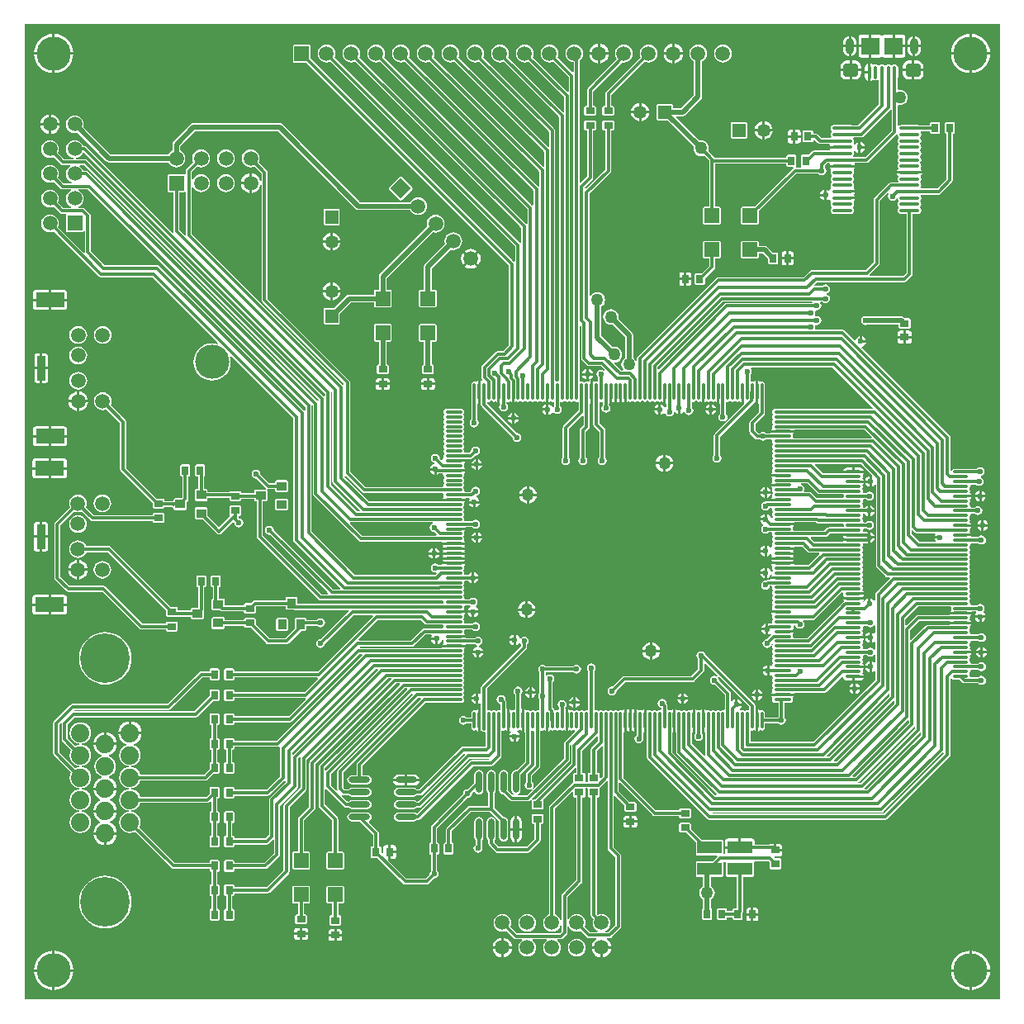
<source format=gtl>
G04 Layer_Physical_Order=1*
G04 Layer_Color=255*
%FSLAX25Y25*%
%MOIN*%
G70*
G01*
G75*
%ADD10R,0.07480X0.07087*%
G04:AMPARAMS|DCode=11|XSize=62.99mil|YSize=55.12mil|CornerRadius=13.78mil|HoleSize=0mil|Usage=FLASHONLY|Rotation=180.000|XOffset=0mil|YOffset=0mil|HoleType=Round|Shape=RoundedRectangle|*
%AMROUNDEDRECTD11*
21,1,0.06299,0.02756,0,0,180.0*
21,1,0.03543,0.05512,0,0,180.0*
1,1,0.02756,-0.01772,0.01378*
1,1,0.02756,0.01772,0.01378*
1,1,0.02756,0.01772,-0.01378*
1,1,0.02756,-0.01772,-0.01378*
%
%ADD11ROUNDEDRECTD11*%
%ADD12O,0.01575X0.05315*%
%ADD13O,0.01181X0.07087*%
%ADD14O,0.07087X0.01181*%
%ADD15R,0.03543X0.02756*%
%ADD16R,0.02756X0.03543*%
%ADD17R,0.05905X0.05905*%
%ADD18R,0.03937X0.03543*%
%ADD19R,0.03543X0.03937*%
%ADD20R,0.03150X0.03543*%
%ADD21O,0.08268X0.01378*%
%ADD22O,0.02362X0.08661*%
%ADD23O,0.08661X0.02362*%
%ADD24R,0.03543X0.03150*%
%ADD25R,0.09842X0.05118*%
%ADD26O,0.06299X0.01181*%
%ADD27C,0.01181*%
%ADD28C,0.01968*%
%ADD29O,0.03543X0.06299*%
%ADD30C,0.05905*%
%ADD31P,0.08352X4X360.0*%
%ADD32C,0.13780*%
%ADD33R,0.05905X0.05905*%
%ADD34C,0.05315*%
%ADD35R,0.05315X0.05315*%
%ADD36R,0.05315X0.05315*%
%ADD37C,0.07400*%
%ADD38C,0.20000*%
%ADD39R,0.11811X0.05905*%
%ADD40R,0.03543X0.09842*%
%ADD41C,0.05000*%
%ADD42C,0.02362*%
G36*
X492126Y98425D02*
X98425D01*
Y492126D01*
X492126D01*
Y98425D01*
D02*
G37*
%LPC*%
G36*
X483752Y252453D02*
X482128D01*
X482197Y252102D01*
X482680Y251380D01*
X483401Y250898D01*
X483752Y250828D01*
Y252453D01*
D02*
G37*
G36*
X178642Y252912D02*
X174705D01*
X174247Y252722D01*
X174057Y252264D01*
Y248721D01*
X174247Y248263D01*
X174705Y248073D01*
X178642D01*
X179100Y248263D01*
X179289Y248721D01*
Y249280D01*
X187049D01*
Y249114D01*
X187239Y248656D01*
X187697Y248466D01*
X189780D01*
X195993Y242253D01*
X196386Y241990D01*
X196850Y241898D01*
X204232D01*
X204696Y241990D01*
X205089Y242253D01*
X210122Y247285D01*
X211713D01*
X212171Y247475D01*
X212360Y247933D01*
Y249280D01*
X216682D01*
X216729Y249209D01*
X217318Y248816D01*
X218012Y248678D01*
X218706Y248816D01*
X219295Y249209D01*
X219688Y249798D01*
X219826Y250492D01*
X219688Y251186D01*
X219295Y251775D01*
X218706Y252168D01*
X218012Y252307D01*
X217318Y252168D01*
X216729Y251775D01*
X216682Y251704D01*
X212360D01*
Y251870D01*
X212171Y252328D01*
X211713Y252518D01*
X208169D01*
X207711Y252328D01*
X207522Y251870D01*
Y248114D01*
X203730Y244322D01*
X197353D01*
X191888Y249787D01*
Y251870D01*
X191698Y252328D01*
X191240Y252518D01*
X187697D01*
X187239Y252328D01*
X187049Y251870D01*
Y251705D01*
X179289D01*
Y252264D01*
X179100Y252722D01*
X178642Y252912D01*
D02*
G37*
G36*
X486376Y252453D02*
X484752D01*
Y250828D01*
X485103Y250898D01*
X485824Y251380D01*
X486306Y252102D01*
X486376Y252453D01*
D02*
G37*
G36*
X300681Y255405D02*
X297717D01*
X297771Y254992D01*
X298124Y254140D01*
X298685Y253409D01*
X299416Y252848D01*
X300267Y252496D01*
X300681Y252441D01*
Y255405D01*
D02*
G37*
G36*
X120079Y283798D02*
X119152Y283676D01*
X118288Y283319D01*
X117546Y282749D01*
X116977Y282008D01*
X116619Y281144D01*
X116497Y280217D01*
X116619Y279290D01*
X116977Y278426D01*
X117546Y277684D01*
X118288Y277115D01*
X119152Y276757D01*
X120079Y276635D01*
X121006Y276757D01*
X121870Y277115D01*
X122611Y277684D01*
X123181Y278426D01*
X123420Y279004D01*
X132175D01*
X155553Y255626D01*
Y253543D01*
X155743Y253085D01*
X156201Y252895D01*
X159744D01*
X160044Y253020D01*
X165592D01*
Y252461D01*
X165782Y252003D01*
X166240Y251813D01*
X170177D01*
X170635Y252003D01*
X170825Y252461D01*
Y255226D01*
X170903Y255343D01*
X170903Y255343D01*
X170903Y255343D01*
X170938Y255515D01*
X170996Y255807D01*
Y264805D01*
X171161D01*
X171619Y264995D01*
X171809Y265453D01*
Y268996D01*
X171619Y269454D01*
X171161Y269644D01*
X168405D01*
X167947Y269454D01*
X167758Y268996D01*
Y265453D01*
X167947Y264995D01*
X168405Y264805D01*
X168571D01*
Y256652D01*
X166240D01*
X165782Y256462D01*
X165592Y256004D01*
Y255445D01*
X160392D01*
Y256299D01*
X160202Y256757D01*
X159744Y256947D01*
X157661D01*
X133534Y281074D01*
X133141Y281337D01*
X132677Y281429D01*
X123420D01*
X123181Y282008D01*
X122611Y282749D01*
X121870Y283319D01*
X121006Y283676D01*
X120079Y283798D01*
D02*
G37*
G36*
X397630Y250156D02*
X397279Y250086D01*
X396557Y249604D01*
X396075Y248883D01*
X396006Y248532D01*
X397630D01*
Y250156D01*
D02*
G37*
G36*
X264264Y243595D02*
X262639D01*
X262709Y243244D01*
X263191Y242522D01*
X263913Y242040D01*
X264264Y241970D01*
Y243595D01*
D02*
G37*
G36*
X295760Y243102D02*
X294135D01*
X294205Y242751D01*
X294687Y242030D01*
X295409Y241548D01*
X295760Y241478D01*
Y243102D01*
D02*
G37*
G36*
Y245727D02*
X295409Y245657D01*
X294687Y245175D01*
X294205Y244453D01*
X294135Y244102D01*
X295760D01*
Y245727D01*
D02*
G37*
G36*
X204232Y252518D02*
X200689D01*
X200231Y252328D01*
X200041Y251870D01*
Y247933D01*
X200231Y247475D01*
X200689Y247285D01*
X204232D01*
X204690Y247475D01*
X204880Y247933D01*
Y251870D01*
X204690Y252328D01*
X204232Y252518D01*
D02*
G37*
G36*
X397630Y247532D02*
X396006D01*
X396075Y247181D01*
X396557Y246459D01*
X397279Y245977D01*
X397630Y245907D01*
Y247532D01*
D02*
G37*
G36*
X108161Y261748D02*
X102756D01*
X102366Y261670D01*
X102035Y261449D01*
X101814Y261119D01*
X101736Y260728D01*
Y258276D01*
X108161D01*
Y261748D01*
D02*
G37*
G36*
X301681Y259370D02*
Y256405D01*
X304645D01*
X304591Y256819D01*
X304238Y257671D01*
X303677Y258402D01*
X302946Y258963D01*
X302095Y259315D01*
X301681Y259370D01*
D02*
G37*
G36*
X114567Y261748D02*
X109161D01*
Y258276D01*
X115586D01*
Y260728D01*
X115509Y261119D01*
X115288Y261449D01*
X114957Y261670D01*
X114567Y261748D01*
D02*
G37*
G36*
X119579Y271449D02*
X116158D01*
X116228Y270917D01*
X116626Y269955D01*
X117260Y269130D01*
X118085Y268496D01*
X119047Y268098D01*
X119579Y268028D01*
Y271449D01*
D02*
G37*
G36*
X281652Y268201D02*
X280028D01*
Y266576D01*
X280379Y266646D01*
X281100Y267128D01*
X281582Y267850D01*
X281652Y268201D01*
D02*
G37*
G36*
X300681Y259370D02*
X300267Y259315D01*
X299416Y258963D01*
X298685Y258402D01*
X298124Y257671D01*
X297771Y256819D01*
X297717Y256405D01*
X300681D01*
Y259370D01*
D02*
G37*
G36*
X279028Y254421D02*
X277403D01*
X277473Y254070D01*
X277955Y253349D01*
X278677Y252867D01*
X279028Y252797D01*
Y254421D01*
D02*
G37*
G36*
X304645Y255405D02*
X301681D01*
Y252441D01*
X302095Y252496D01*
X302946Y252848D01*
X303677Y253409D01*
X304238Y254140D01*
X304591Y254992D01*
X304645Y255405D01*
D02*
G37*
G36*
X281652Y254421D02*
X280028D01*
Y252797D01*
X280379Y252867D01*
X281100Y253349D01*
X281582Y254070D01*
X281652Y254421D01*
D02*
G37*
G36*
X115586Y257276D02*
X109161D01*
Y253803D01*
X114567D01*
X114957Y253881D01*
X115288Y254102D01*
X115509Y254433D01*
X115586Y254823D01*
Y257276D01*
D02*
G37*
G36*
X108161D02*
X101736D01*
Y254823D01*
X101814Y254433D01*
X102035Y254102D01*
X102366Y253881D01*
X102756Y253803D01*
X108161D01*
Y257276D01*
D02*
G37*
G36*
X398122Y230799D02*
X396498D01*
X396568Y230448D01*
X397050Y229727D01*
X397771Y229245D01*
X398122Y229175D01*
Y230799D01*
D02*
G37*
G36*
X176575Y232111D02*
X173819D01*
X173361Y231921D01*
X173171Y231463D01*
Y230904D01*
X169783D01*
X169319Y230811D01*
X168926Y230549D01*
X156125Y217748D01*
X117750D01*
X117286Y217655D01*
X116892Y217393D01*
X110363Y210864D01*
X110100Y210470D01*
X110008Y210006D01*
Y197880D01*
X110100Y197416D01*
X110363Y197023D01*
X117271Y190115D01*
X116875Y189160D01*
X116727Y188038D01*
X116875Y186916D01*
X117308Y185870D01*
X117997Y184972D01*
X118895Y184283D01*
X119941Y183850D01*
X120457Y183782D01*
Y183278D01*
X119941Y183210D01*
X118895Y182777D01*
X117997Y182088D01*
X117308Y181190D01*
X116875Y180144D01*
X116727Y179022D01*
X116875Y177900D01*
X117308Y176854D01*
X117997Y175956D01*
X118895Y175267D01*
X119941Y174834D01*
X120456Y174766D01*
Y174262D01*
X119941Y174194D01*
X118895Y173761D01*
X117997Y173072D01*
X117308Y172174D01*
X116875Y171128D01*
X116727Y170006D01*
X116875Y168884D01*
X117308Y167839D01*
X117997Y166941D01*
X118895Y166252D01*
X119941Y165819D01*
X121063Y165671D01*
X122185Y165819D01*
X123231Y166252D01*
X124129Y166941D01*
X124818Y167839D01*
X125251Y168884D01*
X125399Y170006D01*
X125251Y171128D01*
X124818Y172174D01*
X124129Y173072D01*
X123231Y173761D01*
X122185Y174194D01*
X121670Y174262D01*
Y174766D01*
X122185Y174834D01*
X123231Y175267D01*
X124129Y175956D01*
X124818Y176854D01*
X125251Y177900D01*
X125399Y179022D01*
X125251Y180144D01*
X124818Y181190D01*
X124129Y182088D01*
X123231Y182777D01*
X122185Y183210D01*
X121669Y183278D01*
Y183782D01*
X122185Y183850D01*
X123231Y184283D01*
X124129Y184972D01*
X124818Y185870D01*
X125251Y186916D01*
X125399Y188038D01*
X125251Y189160D01*
X124818Y190206D01*
X124129Y191103D01*
X123231Y191793D01*
X122185Y192226D01*
X121669Y192294D01*
Y192798D01*
X122185Y192866D01*
X123231Y193299D01*
X124129Y193988D01*
X124818Y194886D01*
X125251Y195931D01*
X125399Y197054D01*
X125251Y198176D01*
X124818Y199221D01*
X124129Y200119D01*
X123231Y200808D01*
X122185Y201241D01*
X121669Y201309D01*
Y201814D01*
X122185Y201882D01*
X123231Y202315D01*
X124129Y203004D01*
X124818Y203902D01*
X125251Y204947D01*
X125399Y206069D01*
X125251Y207191D01*
X124818Y208237D01*
X124129Y209135D01*
X123231Y209824D01*
X122185Y210257D01*
X121063Y210405D01*
X119941Y210257D01*
X118895Y209824D01*
X117997Y209135D01*
X117308Y208237D01*
X116875Y207191D01*
X116727Y206069D01*
X116875Y204947D01*
X117308Y203902D01*
X117997Y203004D01*
X118895Y202315D01*
X119941Y201882D01*
X120457Y201814D01*
Y201309D01*
X119941Y201241D01*
X118985Y200846D01*
X115878Y203953D01*
Y209504D01*
X118744Y212370D01*
X167454D01*
X167918Y212463D01*
X168312Y212725D01*
X174492Y218906D01*
X176575D01*
X177033Y219095D01*
X177223Y219553D01*
Y223097D01*
X177033Y223555D01*
X176575Y223745D01*
X173819D01*
X173361Y223555D01*
X173171Y223097D01*
Y221014D01*
X166952Y214795D01*
X118995D01*
X118722Y215295D01*
X118741Y215323D01*
X156628D01*
X157091Y215415D01*
X157485Y215678D01*
X170285Y228479D01*
X173171D01*
Y227920D01*
X173361Y227462D01*
X173819Y227272D01*
X176575D01*
X177033Y227462D01*
X177223Y227920D01*
Y231463D01*
X177033Y231921D01*
X176575Y232111D01*
D02*
G37*
G36*
X327264Y234098D02*
X326569Y233960D01*
X325981Y233566D01*
X325588Y232978D01*
X325449Y232283D01*
X325588Y231589D01*
X325981Y231000D01*
X326051Y230953D01*
Y215653D01*
X325552Y215334D01*
X325295Y215385D01*
X324831Y215293D01*
X324438Y215030D01*
X324184D01*
X323791Y215293D01*
X323327Y215385D01*
X322863Y215293D01*
X322470Y215030D01*
X322215D01*
X321822Y215293D01*
X321358Y215385D01*
X320894Y215293D01*
X320501Y215030D01*
X320247D01*
X319854Y215293D01*
X319390Y215385D01*
X318926Y215293D01*
X318875Y215259D01*
X318568Y215320D01*
X318042Y215671D01*
X317921Y215695D01*
Y211220D01*
Y206745D01*
X318042Y206769D01*
X318568Y207121D01*
X318875Y207182D01*
X318926Y207148D01*
X319390Y207055D01*
X319854Y207148D01*
X320064Y207288D01*
X320427Y207149D01*
X320516Y206624D01*
X317425Y203533D01*
X316564Y202672D01*
X316301Y202278D01*
X316209Y201814D01*
Y195876D01*
X303970Y183637D01*
X303582Y183956D01*
X303842Y184345D01*
X303980Y185039D01*
X303842Y185734D01*
X303448Y186322D01*
X303378Y186370D01*
Y188852D01*
X306278Y191753D01*
X306541Y192146D01*
X306634Y192610D01*
Y206868D01*
X307113Y207146D01*
X307134Y207144D01*
X307579Y207055D01*
X308043Y207148D01*
X308094Y207182D01*
X308401Y207121D01*
X308927Y206769D01*
X309047Y206745D01*
Y211220D01*
X310047D01*
Y206745D01*
X310168Y206769D01*
X310694Y207121D01*
X311001Y207182D01*
X311052Y207148D01*
X311516Y207055D01*
X311980Y207148D01*
X312373Y207410D01*
X312627D01*
X313020Y207148D01*
X313484Y207055D01*
X313948Y207148D01*
X314341Y207410D01*
X314596D01*
X314989Y207148D01*
X315453Y207055D01*
X315917Y207148D01*
X315968Y207182D01*
X316274Y207121D01*
X316801Y206769D01*
X316921Y206745D01*
Y211220D01*
Y215994D01*
X316736Y216237D01*
X317129Y216825D01*
X317267Y217520D01*
X317129Y218214D01*
X316736Y218803D01*
X316147Y219196D01*
X315453Y219334D01*
X314758Y219196D01*
X314170Y218803D01*
X313776Y218214D01*
X313638Y217520D01*
X313776Y216825D01*
X314170Y216237D01*
X314241Y216189D01*
Y215653D01*
X313740Y215334D01*
X313484Y215385D01*
X313020Y215293D01*
X312978Y215265D01*
X312644Y215334D01*
X312383Y215469D01*
X312184Y215768D01*
X311744Y216208D01*
Y226524D01*
X311814Y226571D01*
X312208Y227160D01*
X312346Y227854D01*
X312208Y228549D01*
X311814Y229137D01*
X311226Y229531D01*
X310531Y229669D01*
X309837Y229531D01*
X309291Y229166D01*
X309084Y229215D01*
X308791Y229353D01*
Y230461D01*
X308862Y230508D01*
X308909Y230579D01*
X320028D01*
X320075Y230508D01*
X320664Y230115D01*
X321358Y229977D01*
X322053Y230115D01*
X322641Y230508D01*
X323035Y231097D01*
X323173Y231791D01*
X323035Y232486D01*
X322641Y233074D01*
X322053Y233468D01*
X321358Y233606D01*
X320664Y233468D01*
X320075Y233074D01*
X320028Y233004D01*
X308909D01*
X308862Y233074D01*
X308273Y233468D01*
X307579Y233606D01*
X306884Y233468D01*
X306296Y233074D01*
X305903Y232486D01*
X305764Y231791D01*
X305903Y231097D01*
X306296Y230508D01*
X306366Y230461D01*
Y222295D01*
X306296Y222248D01*
X305903Y221659D01*
X305764Y220965D01*
X305903Y220270D01*
X306296Y219682D01*
X306366Y219634D01*
Y215653D01*
X305867Y215334D01*
X305610Y215385D01*
X305146Y215293D01*
X304753Y215030D01*
X304499D01*
X304106Y215293D01*
X303642Y215385D01*
X303178Y215293D01*
X302785Y215030D01*
X302530D01*
X302137Y215293D01*
X301673Y215385D01*
X301209Y215293D01*
X301158Y215259D01*
X300851Y215320D01*
X300325Y215671D01*
X300205Y215695D01*
Y211220D01*
Y206505D01*
X300461Y206304D01*
Y194577D01*
X296953Y191069D01*
X296870Y191086D01*
X296176Y190948D01*
X295587Y190555D01*
X295194Y189966D01*
X295056Y189272D01*
Y182972D01*
X295194Y182278D01*
X295587Y181689D01*
X295798Y181548D01*
X295685Y181022D01*
X295556Y181001D01*
X293668Y182889D01*
X293684Y182972D01*
Y189272D01*
X293546Y189966D01*
X293153Y190555D01*
X292564Y190948D01*
X291870Y191086D01*
X291176Y190948D01*
X290587Y190555D01*
X290194Y189966D01*
X290056Y189272D01*
Y182972D01*
X290194Y182278D01*
X290587Y181689D01*
X291176Y181296D01*
X291870Y181158D01*
X291953Y181175D01*
X294359Y178769D01*
X294753Y178506D01*
X294753Y178506D01*
X295217Y178414D01*
X301673D01*
X302137Y178506D01*
X302531Y178769D01*
X302893Y179132D01*
X303317Y178848D01*
X303191Y178543D01*
Y175787D01*
X303380Y175329D01*
X303838Y175140D01*
X307382D01*
X307840Y175329D01*
X308030Y175787D01*
Y178543D01*
X307840Y179001D01*
X307814Y179131D01*
X320668Y191985D01*
X321130Y191794D01*
Y190018D01*
X320571D01*
X320113Y189828D01*
X319923Y189370D01*
Y186614D01*
X320063Y186277D01*
X320000Y186159D01*
X319607Y185897D01*
X310501Y176791D01*
X310238Y176397D01*
X310146Y175933D01*
Y132771D01*
X309567Y132531D01*
X308825Y131962D01*
X308256Y131220D01*
X307898Y130356D01*
X307776Y129429D01*
X307898Y128502D01*
X308256Y127638D01*
X308825Y126897D01*
X309567Y126327D01*
X310431Y125969D01*
X311358Y125847D01*
X312285Y125969D01*
X313149Y126327D01*
X313891Y126897D01*
X314460Y127638D01*
X314725Y128277D01*
X315225Y128178D01*
Y125994D01*
X314458Y125228D01*
X297274D01*
X294578Y127924D01*
X294818Y128502D01*
X294940Y129429D01*
X294818Y130356D01*
X294460Y131220D01*
X293891Y131962D01*
X293149Y132531D01*
X292285Y132889D01*
X291358Y133011D01*
X290431Y132889D01*
X289567Y132531D01*
X288825Y131962D01*
X288256Y131220D01*
X287898Y130356D01*
X287776Y129429D01*
X287898Y128502D01*
X288256Y127638D01*
X288825Y126897D01*
X289567Y126327D01*
X290431Y125969D01*
X291358Y125847D01*
X292285Y125969D01*
X292864Y126209D01*
X295914Y123159D01*
X296308Y122896D01*
X296772Y122803D01*
X299101D01*
X299271Y122303D01*
X298826Y121962D01*
X298256Y121220D01*
X297898Y120356D01*
X297776Y119429D01*
X297898Y118502D01*
X298256Y117638D01*
X298826Y116896D01*
X299567Y116327D01*
X300431Y115969D01*
X301358Y115847D01*
X302285Y115969D01*
X303149Y116327D01*
X303891Y116896D01*
X304460Y117638D01*
X304818Y118502D01*
X304940Y119429D01*
X304818Y120356D01*
X304460Y121220D01*
X303891Y121962D01*
X303446Y122303D01*
X303615Y122803D01*
X309101D01*
X309271Y122303D01*
X308825Y121962D01*
X308256Y121220D01*
X307898Y120356D01*
X307776Y119429D01*
X307898Y118502D01*
X308256Y117638D01*
X308825Y116896D01*
X309567Y116327D01*
X310431Y115969D01*
X311358Y115847D01*
X312285Y115969D01*
X313149Y116327D01*
X313891Y116896D01*
X314460Y117638D01*
X314818Y118502D01*
X314940Y119429D01*
X314818Y120356D01*
X314460Y121220D01*
X313891Y121962D01*
X313446Y122303D01*
X313615Y122803D01*
X314961D01*
X315424Y122896D01*
X315818Y123159D01*
X317294Y124635D01*
X317557Y125028D01*
X317649Y125492D01*
Y127797D01*
X318149Y127897D01*
X318256Y127638D01*
X318826Y126897D01*
X319567Y126327D01*
X320431Y125969D01*
X321358Y125847D01*
X322285Y125969D01*
X322864Y126209D01*
X325422Y123651D01*
X325816Y123388D01*
X326280Y123295D01*
X329124D01*
X329252Y122795D01*
X328539Y122248D01*
X327906Y121423D01*
X327507Y120461D01*
X327437Y119929D01*
X331358D01*
X335279D01*
X335209Y120461D01*
X334811Y121423D01*
X334177Y122248D01*
X333464Y122795D01*
X333593Y123295D01*
X334646D01*
X335109Y123388D01*
X335503Y123651D01*
X338948Y127096D01*
X339211Y127489D01*
X339303Y127953D01*
Y156496D01*
X339211Y156960D01*
X338948Y157353D01*
X336350Y159951D01*
Y180475D01*
X336812Y180667D01*
X340592Y176886D01*
Y174803D01*
X340782Y174345D01*
X341240Y174155D01*
X344783D01*
X345241Y174345D01*
X345431Y174803D01*
Y177559D01*
X345241Y178017D01*
X344783Y178207D01*
X342701D01*
X338319Y182589D01*
Y185888D01*
X338781Y186080D01*
X351997Y172863D01*
X352391Y172600D01*
X352854Y172508D01*
X362738D01*
Y172343D01*
X362928Y171884D01*
X363386Y171695D01*
X366929D01*
X367387Y171884D01*
X367577Y172343D01*
Y175098D01*
X367387Y175556D01*
X366929Y175746D01*
X363386D01*
X362928Y175556D01*
X362738Y175098D01*
Y174933D01*
X353357D01*
X340287Y188002D01*
Y206305D01*
X340543Y206506D01*
Y211220D01*
Y215695D01*
X340423Y215671D01*
X339897Y215320D01*
X339590Y215259D01*
X339539Y215293D01*
X339075Y215385D01*
X338611Y215293D01*
X338218Y215030D01*
X337964D01*
X337570Y215293D01*
X337106Y215385D01*
X336643Y215293D01*
X336249Y215030D01*
X335995D01*
X335602Y215293D01*
X335138Y215385D01*
X334674Y215293D01*
X334281Y215030D01*
X334026D01*
X333633Y215293D01*
X333169Y215385D01*
X332705Y215293D01*
X332312Y215030D01*
X332058D01*
X331665Y215293D01*
X331201Y215385D01*
X330737Y215293D01*
X330344Y215030D01*
X330089D01*
X329696Y215293D01*
X329232Y215385D01*
X328976Y215335D01*
X328476Y215653D01*
Y230953D01*
X328547Y231000D01*
X328940Y231589D01*
X329078Y232283D01*
X328940Y232978D01*
X328547Y233566D01*
X327958Y233960D01*
X327264Y234098D01*
D02*
G37*
G36*
X398122Y233424D02*
X397771Y233354D01*
X397050Y232872D01*
X396568Y232150D01*
X396498Y231799D01*
X398122D01*
Y233424D01*
D02*
G37*
G36*
X439461Y232276D02*
X437836D01*
X437906Y231925D01*
X438388Y231203D01*
X439110Y230721D01*
X439461Y230651D01*
Y232276D01*
D02*
G37*
G36*
X437152Y228339D02*
X433571D01*
Y227217D01*
X435630D01*
X436250Y227340D01*
X436777Y227692D01*
X437128Y228218D01*
X437152Y228339D01*
D02*
G37*
G36*
X303157Y224565D02*
Y222941D01*
X304782D01*
X304712Y223292D01*
X304230Y224013D01*
X303508Y224496D01*
X303157Y224565D01*
D02*
G37*
G36*
X302157D02*
X301806Y224496D01*
X301085Y224013D01*
X300603Y223292D01*
X300533Y222941D01*
X302157D01*
Y224565D01*
D02*
G37*
G36*
X433063Y226042D02*
X432712Y225972D01*
X431990Y225490D01*
X431508Y224768D01*
X431439Y224417D01*
X433063D01*
Y226042D01*
D02*
G37*
G36*
X131063Y246858D02*
X129400Y246727D01*
X127778Y246338D01*
X126236Y245699D01*
X124814Y244828D01*
X123546Y243744D01*
X122462Y242476D01*
X121590Y241053D01*
X120952Y239512D01*
X120563Y237890D01*
X120432Y236227D01*
X120563Y234564D01*
X120952Y232942D01*
X121590Y231400D01*
X122462Y229978D01*
X123546Y228709D01*
X124814Y227626D01*
X126236Y226754D01*
X127778Y226116D01*
X129400Y225727D01*
X131063Y225596D01*
X132726Y225727D01*
X134348Y226116D01*
X135889Y226754D01*
X137312Y227626D01*
X138580Y228709D01*
X139664Y229978D01*
X140535Y231400D01*
X141174Y232942D01*
X141563Y234564D01*
X141694Y236227D01*
X141563Y237890D01*
X141174Y239512D01*
X140535Y241053D01*
X139664Y242476D01*
X138580Y243744D01*
X137312Y244828D01*
X135889Y245699D01*
X134348Y246338D01*
X132726Y246727D01*
X131063Y246858D01*
D02*
G37*
G36*
X434063Y226042D02*
Y224417D01*
X435687D01*
X435617Y224768D01*
X435136Y225490D01*
X434414Y225972D01*
X434063Y226042D01*
D02*
G37*
G36*
X484244Y240806D02*
X483893Y240736D01*
X483172Y240254D01*
X482690Y239532D01*
X482620Y239181D01*
X484244D01*
Y240806D01*
D02*
G37*
G36*
X486868Y238181D02*
X485244D01*
Y236557D01*
X485595Y236627D01*
X486317Y237109D01*
X486799Y237830D01*
X486868Y238181D01*
D02*
G37*
G36*
X485244Y240806D02*
Y239181D01*
X486868D01*
X486799Y239532D01*
X486317Y240254D01*
X485595Y240736D01*
X485244Y240806D01*
D02*
G37*
G36*
X351878Y242638D02*
Y239673D01*
X354842D01*
X354788Y240087D01*
X354435Y240938D01*
X353874Y241670D01*
X353143Y242231D01*
X352292Y242583D01*
X351878Y242638D01*
D02*
G37*
G36*
X350878D02*
X350464Y242583D01*
X349613Y242231D01*
X348882Y241670D01*
X348321Y240938D01*
X347968Y240087D01*
X347914Y239673D01*
X350878D01*
Y242638D01*
D02*
G37*
G36*
X484244Y238181D02*
X482620D01*
X482690Y237830D01*
X483172Y237109D01*
X483893Y236627D01*
X484244Y236557D01*
Y238181D01*
D02*
G37*
G36*
X350878Y238673D02*
X347914D01*
X347968Y238260D01*
X348321Y237408D01*
X348882Y236677D01*
X349613Y236116D01*
X350464Y235763D01*
X350878Y235709D01*
Y238673D01*
D02*
G37*
G36*
X439461Y234900D02*
X439110Y234830D01*
X438388Y234348D01*
X437906Y233627D01*
X437836Y233276D01*
X439461D01*
Y234900D01*
D02*
G37*
G36*
X354842Y238673D02*
X351878D01*
Y235709D01*
X352292Y235763D01*
X353143Y236116D01*
X353874Y236677D01*
X354435Y237408D01*
X354788Y238260D01*
X354842Y238673D01*
D02*
G37*
G36*
X283620Y238181D02*
X281996D01*
Y236557D01*
X282347Y236627D01*
X283069Y237109D01*
X283551Y237830D01*
X283620Y238181D01*
D02*
G37*
G36*
X280996D02*
X279372D01*
X279441Y237830D01*
X279924Y237109D01*
X280645Y236627D01*
X280996Y236557D01*
Y238181D01*
D02*
G37*
G36*
X124000Y271449D02*
X120579D01*
Y268028D01*
X121111Y268098D01*
X122072Y268496D01*
X122898Y269130D01*
X123531Y269955D01*
X123930Y270917D01*
X124000Y271449D01*
D02*
G37*
G36*
X484736Y291987D02*
X484385Y291917D01*
X483664Y291435D01*
X483182Y290713D01*
X483112Y290362D01*
X484736D01*
Y291987D01*
D02*
G37*
G36*
X185335Y297794D02*
X181791D01*
X181333Y297604D01*
X181144Y297146D01*
Y294390D01*
X181333Y293932D01*
X181424Y293474D01*
X177067Y289116D01*
X172400Y293783D01*
Y296457D01*
X172210Y296915D01*
X171752Y297104D01*
X167815D01*
X167357Y296915D01*
X167167Y296457D01*
Y292913D01*
X167357Y292455D01*
X167815Y292266D01*
X170488D01*
X176210Y286544D01*
X176603Y286282D01*
X177067Y286189D01*
X177531Y286282D01*
X177924Y286544D01*
X177924Y286544D01*
X182775Y291396D01*
X183242Y290930D01*
X183225Y290846D01*
X183363Y290152D01*
X183756Y289563D01*
X184345Y289170D01*
X185039Y289032D01*
X185734Y289170D01*
X186322Y289563D01*
X186716Y290152D01*
X186854Y290846D01*
X186716Y291541D01*
X186322Y292129D01*
X185734Y292523D01*
X185039Y292661D01*
X184775Y293079D01*
Y293742D01*
X185335D01*
X185793Y293932D01*
X185982Y294390D01*
Y297146D01*
X185793Y297604D01*
X185335Y297794D01*
D02*
G37*
G36*
X485736Y291987D02*
Y290362D01*
X487361D01*
X487291Y290713D01*
X486809Y291435D01*
X486087Y291917D01*
X485736Y291987D01*
D02*
G37*
G36*
X397138Y294447D02*
X396787Y294377D01*
X396065Y293895D01*
X395583Y293174D01*
X395513Y292823D01*
X397138D01*
Y294447D01*
D02*
G37*
G36*
X120079Y302302D02*
X119152Y302180D01*
X118288Y301822D01*
X117546Y301253D01*
X116977Y300511D01*
X116619Y299647D01*
X116497Y298720D01*
X116619Y297793D01*
X116859Y297215D01*
X110855Y291211D01*
X110593Y290818D01*
X110500Y290354D01*
Y268701D01*
X110593Y268237D01*
X110855Y267844D01*
X115285Y263414D01*
X115678Y263152D01*
X116142Y263059D01*
X129911D01*
X144812Y248159D01*
X145205Y247896D01*
X145669Y247803D01*
X155553D01*
Y247638D01*
X155743Y247180D01*
X156201Y246990D01*
X159744D01*
X160202Y247180D01*
X160392Y247638D01*
Y250394D01*
X160202Y250852D01*
X159744Y251042D01*
X156201D01*
X155743Y250852D01*
X155553Y250394D01*
Y250228D01*
X146171D01*
X131271Y265129D01*
X130877Y265392D01*
X130413Y265484D01*
X116644D01*
X112925Y269203D01*
Y289852D01*
X118573Y295500D01*
X119152Y295261D01*
X120079Y295139D01*
X121006Y295261D01*
X121584Y295500D01*
X125127Y291958D01*
X125520Y291695D01*
X125984Y291603D01*
X150140D01*
Y291437D01*
X150329Y290979D01*
X150787Y290789D01*
X154331D01*
X154789Y290979D01*
X154978Y291437D01*
Y294193D01*
X154789Y294651D01*
X154331Y294841D01*
X150787D01*
X150329Y294651D01*
X150140Y294193D01*
Y294027D01*
X126486D01*
X123299Y297215D01*
X123539Y297793D01*
X123661Y298720D01*
X123539Y299647D01*
X123181Y300511D01*
X122611Y301253D01*
X121870Y301822D01*
X121006Y302180D01*
X120079Y302302D01*
D02*
G37*
G36*
X487361Y289362D02*
X485736D01*
Y287738D01*
X486087Y287808D01*
X486809Y288290D01*
X487291Y289011D01*
X487361Y289362D01*
D02*
G37*
G36*
X104618Y291276D02*
X103347D01*
X102956Y291198D01*
X102626Y290977D01*
X102405Y290646D01*
X102327Y290256D01*
Y285835D01*
X104618D01*
Y291276D01*
D02*
G37*
G36*
X281504Y287065D02*
Y285441D01*
X283128D01*
X283059Y285792D01*
X282576Y286513D01*
X281855Y286996D01*
X281504Y287065D01*
D02*
G37*
G36*
X106890Y291276D02*
X105618D01*
Y285835D01*
X107909D01*
Y290256D01*
X107832Y290646D01*
X107611Y290977D01*
X107280Y291198D01*
X106890Y291276D01*
D02*
G37*
G36*
X484736Y289362D02*
X483112D01*
X483182Y289011D01*
X483664Y288290D01*
X484385Y287808D01*
X484736Y287738D01*
Y289362D01*
D02*
G37*
G36*
X120079Y294035D02*
X119152Y293913D01*
X118288Y293555D01*
X117546Y292986D01*
X116977Y292244D01*
X116619Y291380D01*
X116497Y290453D01*
X116619Y289526D01*
X116977Y288662D01*
X117546Y287920D01*
X118288Y287351D01*
X119152Y286993D01*
X120079Y286871D01*
X121006Y286993D01*
X121870Y287351D01*
X122611Y287920D01*
X123181Y288662D01*
X123539Y289526D01*
X123661Y290453D01*
X123539Y291380D01*
X123181Y292244D01*
X122611Y292986D01*
X121870Y293555D01*
X121006Y293913D01*
X120079Y294035D01*
D02*
G37*
G36*
X483752Y301173D02*
X482128D01*
X482197Y300822D01*
X482680Y300101D01*
X483401Y299619D01*
X483752Y299549D01*
Y301173D01*
D02*
G37*
G36*
X305138Y301665D02*
X302173D01*
Y298701D01*
X302587Y298755D01*
X303438Y299108D01*
X304170Y299669D01*
X304731Y300400D01*
X305083Y301252D01*
X305138Y301665D01*
D02*
G37*
G36*
X486376Y301173D02*
X484752D01*
Y299549D01*
X485103Y299619D01*
X485824Y300101D01*
X486306Y300822D01*
X486376Y301173D01*
D02*
G37*
G36*
X399762Y302650D02*
X398138D01*
Y301025D01*
X398489Y301095D01*
X399210Y301577D01*
X399692Y302299D01*
X399762Y302650D01*
D02*
G37*
G36*
X397138D02*
X395513D01*
X395583Y302299D01*
X396065Y301577D01*
X396787Y301095D01*
X397138Y301025D01*
Y302650D01*
D02*
G37*
G36*
X301173Y301665D02*
X298209D01*
X298263Y301252D01*
X298616Y300400D01*
X299177Y299669D01*
X299908Y299108D01*
X300760Y298755D01*
X301173Y298701D01*
Y301665D01*
D02*
G37*
G36*
X204232Y300648D02*
X200295D01*
X199837Y300458D01*
X199648Y300000D01*
Y296457D01*
X199837Y295999D01*
X200295Y295809D01*
X204232D01*
X204690Y295999D01*
X204880Y296457D01*
Y300000D01*
X204690Y300458D01*
X204232Y300648D01*
D02*
G37*
G36*
X129921Y302302D02*
X128994Y302180D01*
X128130Y301822D01*
X127389Y301253D01*
X126819Y300511D01*
X126461Y299647D01*
X126339Y298720D01*
X126461Y297793D01*
X126819Y296930D01*
X127389Y296188D01*
X128130Y295618D01*
X128994Y295261D01*
X129921Y295139D01*
X130848Y295261D01*
X131712Y295618D01*
X132454Y296188D01*
X133023Y296930D01*
X133381Y297793D01*
X133503Y298720D01*
X133381Y299647D01*
X133023Y300511D01*
X132454Y301253D01*
X131712Y301822D01*
X130848Y302180D01*
X129921Y302302D01*
D02*
G37*
G36*
X130020Y343542D02*
X129093Y343420D01*
X128229Y343063D01*
X127487Y342493D01*
X126918Y341752D01*
X126560Y340888D01*
X126438Y339961D01*
X126560Y339034D01*
X126918Y338170D01*
X127487Y337428D01*
X128229Y336859D01*
X129093Y336501D01*
X130020Y336379D01*
X130947Y336501D01*
X131525Y336740D01*
X137075Y331191D01*
Y312500D01*
X137167Y312036D01*
X137430Y311643D01*
X150140Y298933D01*
Y297342D01*
X150329Y296884D01*
X150787Y296695D01*
X154331D01*
X154789Y296884D01*
X154925Y297213D01*
X157844D01*
X158001Y297108D01*
X158465Y297016D01*
X158703Y296821D01*
Y296654D01*
X158893Y296196D01*
X159351Y296006D01*
X163287D01*
X163745Y296196D01*
X163935Y296654D01*
Y299327D01*
X164243Y299635D01*
X164506Y300028D01*
X164598Y300492D01*
Y309589D01*
X164764D01*
X165222Y309778D01*
X165411Y310236D01*
Y313780D01*
X165222Y314238D01*
X164764Y314427D01*
X162008D01*
X161550Y314238D01*
X161360Y313780D01*
Y310236D01*
X161550Y309778D01*
X162008Y309589D01*
X162173D01*
Y300994D01*
X162024Y300845D01*
X159351D01*
X158893Y300655D01*
X158703Y300197D01*
Y299638D01*
X154978D01*
Y300098D01*
X154789Y300556D01*
X154331Y300746D01*
X151756D01*
X139500Y313002D01*
Y331693D01*
X139407Y332157D01*
X139145Y332550D01*
X133240Y338455D01*
X133479Y339034D01*
X133601Y339961D01*
X133479Y340888D01*
X133122Y341752D01*
X132552Y342493D01*
X131810Y343063D01*
X130947Y343420D01*
X130020Y343542D01*
D02*
G37*
G36*
X282144Y298713D02*
X280520D01*
Y297088D01*
X280871Y297158D01*
X281592Y297640D01*
X282074Y298362D01*
X282144Y298713D01*
D02*
G37*
G36*
X279520D02*
X277895D01*
X277965Y298362D01*
X278447Y297640D01*
X279169Y297158D01*
X279520Y297088D01*
Y298713D01*
D02*
G37*
G36*
X408904Y276075D02*
X404429D01*
X399954D01*
X399978Y275954D01*
X400221Y275591D01*
X399978Y275227D01*
X399954Y275106D01*
X404429D01*
X408904D01*
X408880Y275227D01*
X408637Y275591D01*
X408880Y275954D01*
X408904Y276075D01*
D02*
G37*
G36*
X276227D02*
X271752D01*
X267277D01*
X267301Y275954D01*
X267544Y275591D01*
X267301Y275227D01*
X267277Y275106D01*
X271752D01*
X276227D01*
X276203Y275227D01*
X275960Y275591D01*
X276203Y275954D01*
X276227Y276075D01*
D02*
G37*
G36*
X263280Y278043D02*
X261655D01*
X261725Y277692D01*
X262207Y276971D01*
X262929Y276489D01*
X263280Y276419D01*
Y278043D01*
D02*
G37*
G36*
X276227Y278043D02*
X271752D01*
X267277D01*
X267301Y277923D01*
X267544Y277559D01*
X267301Y277195D01*
X267277Y277075D01*
X271752D01*
X276227D01*
X276203Y277195D01*
X275960Y277559D01*
X276203Y277923D01*
X276227Y278043D01*
D02*
G37*
G36*
X265904Y278043D02*
X264280D01*
Y276419D01*
X264631Y276489D01*
X265352Y276971D01*
X265834Y277692D01*
X265904Y278043D01*
D02*
G37*
G36*
X120579Y275870D02*
Y272449D01*
X124000D01*
X123930Y272981D01*
X123531Y273942D01*
X122898Y274768D01*
X122072Y275401D01*
X121111Y275800D01*
X120579Y275870D01*
D02*
G37*
G36*
X397138Y270169D02*
X395513D01*
X395583Y269818D01*
X396065Y269097D01*
X396787Y268615D01*
X397138Y268545D01*
Y270169D01*
D02*
G37*
G36*
X129921Y275531D02*
X128994Y275409D01*
X128130Y275051D01*
X127389Y274482D01*
X126819Y273740D01*
X126461Y272876D01*
X126339Y271949D01*
X126461Y271022D01*
X126819Y270158D01*
X127389Y269416D01*
X128130Y268847D01*
X128994Y268489D01*
X129921Y268367D01*
X130848Y268489D01*
X131712Y268847D01*
X132454Y269416D01*
X133023Y270158D01*
X133381Y271022D01*
X133503Y271949D01*
X133381Y272876D01*
X133023Y273740D01*
X132454Y274482D01*
X131712Y275051D01*
X130848Y275409D01*
X129921Y275531D01*
D02*
G37*
G36*
X280028Y270825D02*
Y269201D01*
X281652D01*
X281582Y269552D01*
X281100Y270273D01*
X280379Y270755D01*
X280028Y270825D01*
D02*
G37*
G36*
X119579Y275870D02*
X119047Y275800D01*
X118085Y275401D01*
X117260Y274768D01*
X116626Y273942D01*
X116228Y272981D01*
X116158Y272449D01*
X119579D01*
Y275870D01*
D02*
G37*
G36*
X397138Y272794D02*
X396787Y272724D01*
X396065Y272242D01*
X395583Y271520D01*
X395513Y271169D01*
X397138D01*
Y272794D01*
D02*
G37*
G36*
X276227Y281980D02*
X271752D01*
X267277D01*
X267301Y281860D01*
X267544Y281496D01*
X267301Y281132D01*
X267277Y281012D01*
X271752D01*
X276227D01*
X276203Y281132D01*
X275960Y281496D01*
X276203Y281860D01*
X276227Y281980D01*
D02*
G37*
G36*
X397138Y281652D02*
X396787Y281582D01*
X396065Y281100D01*
X395583Y280379D01*
X395513Y280028D01*
X397138D01*
Y281652D01*
D02*
G37*
G36*
X280504Y284441D02*
X278880D01*
X278949Y284090D01*
X279431Y283368D01*
X280153Y282886D01*
X280504Y282817D01*
Y284441D01*
D02*
G37*
G36*
Y287065D02*
X280153Y286996D01*
X279431Y286513D01*
X278949Y285792D01*
X278880Y285441D01*
X280504D01*
Y287065D01*
D02*
G37*
G36*
X283128Y284441D02*
X281504D01*
Y282817D01*
X281855Y282886D01*
X282576Y283368D01*
X283059Y284090D01*
X283128Y284441D01*
D02*
G37*
G36*
X107909Y284835D02*
X105618D01*
Y279394D01*
X106890D01*
X107280Y279471D01*
X107611Y279692D01*
X107832Y280023D01*
X107909Y280413D01*
Y284835D01*
D02*
G37*
G36*
X263280Y280668D02*
X262929Y280598D01*
X262207Y280116D01*
X261725Y279394D01*
X261655Y279043D01*
X263280D01*
Y280668D01*
D02*
G37*
G36*
X397138Y279028D02*
X395513D01*
X395583Y278677D01*
X396065Y277955D01*
X396787Y277473D01*
X397138Y277403D01*
Y279028D01*
D02*
G37*
G36*
X264280Y280668D02*
Y279043D01*
X265904D01*
X265834Y279394D01*
X265352Y280116D01*
X264631Y280598D01*
X264280Y280668D01*
D02*
G37*
G36*
X104618Y284835D02*
X102327D01*
Y280413D01*
X102405Y280023D01*
X102626Y279692D01*
X102956Y279471D01*
X103347Y279394D01*
X104618D01*
Y284835D01*
D02*
G37*
G36*
X276227Y280012D02*
X271752D01*
X267277D01*
X267301Y279891D01*
X267544Y279528D01*
X267301Y279164D01*
X267277Y279043D01*
X271752D01*
X276227D01*
X276203Y279164D01*
X275960Y279528D01*
X276203Y279891D01*
X276227Y280012D01*
D02*
G37*
G36*
X394693Y223581D02*
Y221957D01*
X396317D01*
X396248Y222308D01*
X395765Y223029D01*
X395044Y223511D01*
X394693Y223581D01*
D02*
G37*
G36*
X391724Y135665D02*
X390846D01*
X390456Y135588D01*
X390125Y135367D01*
X389904Y135036D01*
X389827Y134646D01*
Y133374D01*
X391724D01*
Y135665D01*
D02*
G37*
G36*
X394622Y132374D02*
X392724D01*
Y130083D01*
X393602D01*
X393992Y130160D01*
X394323Y130381D01*
X394544Y130712D01*
X394622Y131102D01*
Y132374D01*
D02*
G37*
G36*
X393602Y135665D02*
X392724D01*
Y133374D01*
X394622D01*
Y134646D01*
X394544Y135036D01*
X394323Y135367D01*
X393992Y135588D01*
X393602Y135665D01*
D02*
G37*
G36*
X248461Y157472D02*
X246366D01*
Y155181D01*
X247441D01*
X247831Y155259D01*
X248162Y155480D01*
X248383Y155811D01*
X248461Y156201D01*
Y157472D01*
D02*
G37*
G36*
X366929Y169841D02*
X363386D01*
X362928Y169651D01*
X362738Y169193D01*
Y166437D01*
X362928Y165979D01*
X363386Y165789D01*
X365469D01*
X369431Y161827D01*
Y157283D01*
X369621Y156825D01*
X370079Y156636D01*
X378033D01*
X378240Y156136D01*
X376492Y154388D01*
X370079D01*
X369621Y154198D01*
X369431Y153740D01*
Y148622D01*
X369621Y148164D01*
X370079Y147974D01*
X372402D01*
Y144203D01*
X371806Y143745D01*
X371309Y143098D01*
X370997Y142344D01*
X370891Y141535D01*
X370997Y140727D01*
X371309Y139973D01*
X371806Y139326D01*
X372402Y138868D01*
Y135196D01*
X372180Y135104D01*
X371990Y134646D01*
Y131102D01*
X372180Y130644D01*
X372638Y130455D01*
X375394D01*
X375852Y130644D01*
X376042Y131102D01*
Y134646D01*
X375852Y135104D01*
X375629Y135196D01*
Y138868D01*
X376226Y139326D01*
X376722Y139973D01*
X377034Y140727D01*
X377141Y141535D01*
X377034Y142344D01*
X376722Y143098D01*
X376226Y143745D01*
X375629Y144203D01*
Y147974D01*
X379921D01*
X380379Y148164D01*
X380569Y148622D01*
Y153740D01*
X380544Y153799D01*
X380861Y154273D01*
X381344D01*
X381660Y153799D01*
X381636Y153740D01*
Y148622D01*
X381825Y148164D01*
X382283Y147974D01*
X385993D01*
Y135293D01*
X384941D01*
X384483Y135104D01*
X384293Y134646D01*
Y134086D01*
X381947D01*
Y134646D01*
X381757Y135104D01*
X381299Y135293D01*
X378543D01*
X378085Y135104D01*
X377895Y134646D01*
Y131102D01*
X378085Y130644D01*
X378543Y130455D01*
X381299D01*
X381757Y130644D01*
X381947Y131102D01*
Y131662D01*
X384293D01*
Y131102D01*
X384483Y130644D01*
X384941Y130455D01*
X387697D01*
X388155Y130644D01*
X388345Y131102D01*
Y133396D01*
X388417Y133760D01*
Y147974D01*
X392126D01*
X392584Y148164D01*
X392774Y148622D01*
Y153740D01*
X392749Y153799D01*
X393083Y154299D01*
X398809D01*
X399155Y153953D01*
Y151673D01*
X399345Y151215D01*
X399803Y151025D01*
X403346D01*
X403804Y151215D01*
X403994Y151673D01*
Y154823D01*
X403804Y155281D01*
X403346Y155471D01*
X401254D01*
X401105Y155665D01*
X401353Y156165D01*
X403346D01*
X403737Y156243D01*
X404067Y156464D01*
X404288Y156795D01*
X404366Y157185D01*
Y158260D01*
X401575D01*
Y158760D01*
X401075D01*
Y161354D01*
X399803D01*
X399413Y161277D01*
X399082Y161056D01*
X399082Y161055D01*
X393146D01*
Y162402D01*
X393068Y162792D01*
X392847Y163123D01*
X392516Y163344D01*
X392126Y163421D01*
X387705D01*
Y159843D01*
X387205D01*
Y159343D01*
X381264D01*
Y157613D01*
X380866Y157190D01*
X380569Y157284D01*
Y162402D01*
X380379Y162860D01*
X379921Y163049D01*
X371638D01*
X367577Y167110D01*
Y169193D01*
X367387Y169651D01*
X366929Y169841D01*
D02*
G37*
G36*
X391724Y132374D02*
X389827D01*
Y131102D01*
X389904Y130712D01*
X390125Y130381D01*
X390456Y130160D01*
X390846Y130083D01*
X391724D01*
Y132374D01*
D02*
G37*
G36*
X301358Y133011D02*
X300431Y132889D01*
X299567Y132531D01*
X298826Y131962D01*
X298256Y131220D01*
X297898Y130356D01*
X297776Y129429D01*
X297898Y128502D01*
X298256Y127638D01*
X298826Y126897D01*
X299567Y126327D01*
X300431Y125969D01*
X301358Y125847D01*
X302285Y125969D01*
X303149Y126327D01*
X303891Y126897D01*
X304460Y127638D01*
X304818Y128502D01*
X304940Y129429D01*
X304818Y130356D01*
X304460Y131220D01*
X303891Y131962D01*
X303149Y132531D01*
X302285Y132889D01*
X301358Y133011D01*
D02*
G37*
G36*
X211910Y127398D02*
X210638D01*
Y125500D01*
X212929D01*
Y126378D01*
X212851Y126768D01*
X212630Y127099D01*
X212300Y127320D01*
X211910Y127398D01*
D02*
G37*
G36*
X131063Y148433D02*
X129400Y148302D01*
X127778Y147913D01*
X126236Y147274D01*
X124814Y146402D01*
X123546Y145319D01*
X122462Y144051D01*
X121590Y142628D01*
X120952Y141087D01*
X120563Y139465D01*
X120432Y137802D01*
X120563Y136138D01*
X120952Y134516D01*
X121590Y132975D01*
X122462Y131553D01*
X123546Y130284D01*
X124814Y129201D01*
X126236Y128329D01*
X127778Y127691D01*
X129400Y127301D01*
X131063Y127170D01*
X132726Y127301D01*
X134348Y127691D01*
X135889Y128329D01*
X137312Y129201D01*
X138580Y130284D01*
X139664Y131553D01*
X140535Y132975D01*
X141174Y134516D01*
X141563Y136138D01*
X141694Y137802D01*
X141563Y139465D01*
X141174Y141087D01*
X140535Y142628D01*
X139664Y144051D01*
X138580Y145319D01*
X137312Y146402D01*
X135889Y147274D01*
X134348Y147913D01*
X132726Y148302D01*
X131063Y148433D01*
D02*
G37*
G36*
X213086Y144348D02*
X207181D01*
X206723Y144158D01*
X206533Y143700D01*
Y137794D01*
X206723Y137336D01*
X207181Y137146D01*
X208921D01*
Y132931D01*
X208366D01*
X207908Y132742D01*
X207718Y132283D01*
Y129528D01*
X207908Y129070D01*
X208366Y128880D01*
X211910D01*
X212368Y129070D01*
X212557Y129528D01*
Y132283D01*
X212368Y132742D01*
X211910Y132931D01*
X211346D01*
Y137146D01*
X213086D01*
X213544Y137336D01*
X213734Y137794D01*
Y143700D01*
X213544Y144158D01*
X213086Y144348D01*
D02*
G37*
G36*
X226870Y144349D02*
X220965D01*
X220507Y144159D01*
X220317Y143701D01*
Y137795D01*
X220507Y137337D01*
X220965Y137147D01*
X222705D01*
Y132439D01*
X222146D01*
X221688Y132249D01*
X221498Y131791D01*
Y129035D01*
X221688Y128577D01*
X222146Y128388D01*
X225689D01*
X226147Y128577D01*
X226337Y129035D01*
Y131791D01*
X226147Y132249D01*
X225689Y132439D01*
X225130D01*
Y137147D01*
X226870D01*
X227328Y137337D01*
X227518Y137795D01*
Y143701D01*
X227328Y144159D01*
X226870Y144349D01*
D02*
G37*
G36*
X296370Y166724D02*
X294646D01*
Y164075D01*
X294815Y163224D01*
X295298Y162502D01*
X296019Y162020D01*
X296370Y161950D01*
Y166724D01*
D02*
G37*
G36*
X135738Y165018D02*
X131563D01*
Y160844D01*
X132290Y160939D01*
X133433Y161413D01*
X134415Y162166D01*
X135169Y163148D01*
X135642Y164291D01*
X135738Y165018D01*
D02*
G37*
G36*
X299094Y166724D02*
X297370D01*
Y161950D01*
X297721Y162020D01*
X298443Y162502D01*
X298924Y163224D01*
X299094Y164075D01*
Y166724D01*
D02*
G37*
G36*
X135738Y174034D02*
X131063D01*
X126388D01*
X126484Y173307D01*
X126957Y172163D01*
X127711Y171182D01*
X128693Y170428D01*
X129060Y170276D01*
Y169776D01*
X128693Y169624D01*
X127711Y168870D01*
X126957Y167888D01*
X126484Y166745D01*
X126388Y166018D01*
X131063D01*
X135738D01*
X135642Y166745D01*
X135169Y167888D01*
X134415Y168870D01*
X133433Y169624D01*
X133065Y169776D01*
Y170276D01*
X133433Y170428D01*
X134415Y171182D01*
X135169Y172163D01*
X135642Y173307D01*
X135738Y174034D01*
D02*
G37*
G36*
X286870Y191086D02*
X286176Y190948D01*
X285587Y190555D01*
X285194Y189966D01*
X285056Y189272D01*
Y182972D01*
X285194Y182278D01*
X285587Y181689D01*
X285658Y181642D01*
Y176586D01*
X278228D01*
X277765Y176494D01*
X277371Y176231D01*
X268828Y167688D01*
X268565Y167295D01*
X268473Y166831D01*
Y161868D01*
X268307D01*
X267849Y161679D01*
X267659Y161221D01*
Y157677D01*
X267849Y157219D01*
X268307Y157029D01*
X271063D01*
X271521Y157219D01*
X271711Y157677D01*
Y161221D01*
X271521Y161679D01*
X271063Y161868D01*
X270897D01*
Y166329D01*
X278731Y174162D01*
X286368D01*
X290072Y170457D01*
X290056Y170374D01*
Y164075D01*
X290194Y163380D01*
X290587Y162792D01*
X291176Y162399D01*
X291870Y162260D01*
X292564Y162399D01*
X293153Y162792D01*
X293546Y163380D01*
X293684Y164075D01*
Y170374D01*
X293546Y171068D01*
X293153Y171657D01*
X292564Y172050D01*
X291870Y172188D01*
X291787Y172172D01*
X288082Y175876D01*
Y181642D01*
X288153Y181689D01*
X288546Y182278D01*
X288684Y182972D01*
Y189272D01*
X288546Y189966D01*
X288153Y190555D01*
X287564Y190948D01*
X286870Y191086D01*
D02*
G37*
G36*
X130563Y165018D02*
X126388D01*
X126484Y164291D01*
X126957Y163148D01*
X127711Y162166D01*
X128693Y161413D01*
X129836Y160939D01*
X130563Y160844D01*
Y165018D01*
D02*
G37*
G36*
X247441Y160764D02*
X246366D01*
Y158472D01*
X248461D01*
Y159744D01*
X248383Y160134D01*
X248162Y160465D01*
X247831Y160686D01*
X247441Y160764D01*
D02*
G37*
G36*
X281870Y172188D02*
X281176Y172050D01*
X280587Y171657D01*
X280194Y171068D01*
X280056Y170374D01*
Y164075D01*
X280194Y163380D01*
X280587Y162792D01*
X280658Y162745D01*
Y161029D01*
X280213Y160732D01*
X279820Y160143D01*
X279682Y159449D01*
X279820Y158755D01*
X280213Y158166D01*
X280802Y157773D01*
X281496Y157634D01*
X282190Y157773D01*
X282779Y158166D01*
X283172Y158755D01*
X283310Y159449D01*
X283172Y160143D01*
X283082Y160278D01*
Y162745D01*
X283153Y162792D01*
X283546Y163380D01*
X283684Y164075D01*
Y170374D01*
X283546Y171068D01*
X283153Y171657D01*
X282564Y172050D01*
X281870Y172188D01*
D02*
G37*
G36*
X403346Y161354D02*
X402075D01*
Y159260D01*
X404366D01*
Y160335D01*
X404288Y160725D01*
X404067Y161056D01*
X403737Y161277D01*
X403346Y161354D01*
D02*
G37*
G36*
X386705Y163421D02*
X382283D01*
X381893Y163344D01*
X381563Y163123D01*
X381342Y162792D01*
X381264Y162402D01*
Y160343D01*
X386705D01*
Y163421D01*
D02*
G37*
G36*
X307382Y173285D02*
X303838D01*
X303380Y173096D01*
X303191Y172638D01*
Y169882D01*
X303380Y169424D01*
X303838Y169234D01*
X304398D01*
Y163396D01*
X301171Y160169D01*
X289872D01*
X288082Y161959D01*
Y162745D01*
X288153Y162792D01*
X288546Y163380D01*
X288684Y164075D01*
Y170374D01*
X288546Y171068D01*
X288153Y171657D01*
X287564Y172050D01*
X286870Y172188D01*
X286176Y172050D01*
X285587Y171657D01*
X285194Y171068D01*
X285056Y170374D01*
Y164075D01*
X285194Y163380D01*
X285587Y162792D01*
X285658Y162745D01*
Y161457D01*
X285750Y160993D01*
X286013Y160600D01*
X288513Y158100D01*
X288906Y157837D01*
X289370Y157745D01*
X301673D01*
X302137Y157837D01*
X302530Y158100D01*
X306467Y162037D01*
X306730Y162430D01*
X306822Y162894D01*
Y169234D01*
X307382D01*
X307840Y169424D01*
X308030Y169882D01*
Y172638D01*
X307840Y173096D01*
X307382Y173285D01*
D02*
G37*
G36*
X480815Y118115D02*
Y110736D01*
X488194D01*
X488091Y111783D01*
X487640Y113270D01*
X486907Y114641D01*
X485921Y115842D01*
X484720Y116828D01*
X483349Y117561D01*
X481862Y118012D01*
X480815Y118115D01*
D02*
G37*
G36*
X479815D02*
X478768Y118012D01*
X477281Y117561D01*
X475911Y116828D01*
X474709Y115842D01*
X473723Y114641D01*
X472991Y113270D01*
X472539Y111783D01*
X472436Y110736D01*
X479815D01*
Y118115D01*
D02*
G37*
G36*
X290858Y118929D02*
X287437D01*
X287507Y118397D01*
X287906Y117436D01*
X288539Y116610D01*
X289365Y115977D01*
X290326Y115578D01*
X290858Y115508D01*
Y118929D01*
D02*
G37*
G36*
X295279D02*
X291858D01*
Y115508D01*
X292390Y115578D01*
X293352Y115977D01*
X294177Y116610D01*
X294811Y117436D01*
X295209Y118397D01*
X295279Y118929D01*
D02*
G37*
G36*
X330858D02*
X327437D01*
X327507Y118397D01*
X327906Y117436D01*
X328539Y116610D01*
X329365Y115977D01*
X330326Y115578D01*
X330858Y115508D01*
Y118929D01*
D02*
G37*
G36*
X110736Y118115D02*
Y110736D01*
X118115D01*
X118012Y111783D01*
X117561Y113270D01*
X116828Y114641D01*
X115842Y115842D01*
X114641Y116828D01*
X113270Y117561D01*
X111783Y118012D01*
X110736Y118115D01*
D02*
G37*
G36*
X118115Y109736D02*
X110736D01*
Y102357D01*
X111783Y102461D01*
X113270Y102912D01*
X114641Y103644D01*
X115842Y104630D01*
X116828Y105832D01*
X117561Y107202D01*
X118012Y108689D01*
X118115Y109736D01*
D02*
G37*
G36*
X109736D02*
X102357D01*
X102461Y108689D01*
X102912Y107202D01*
X103644Y105832D01*
X104630Y104630D01*
X105832Y103644D01*
X107202Y102912D01*
X108689Y102461D01*
X109736Y102357D01*
Y109736D01*
D02*
G37*
G36*
X479815D02*
X472436D01*
X472539Y108689D01*
X472991Y107202D01*
X473723Y105832D01*
X474709Y104630D01*
X475911Y103644D01*
X477281Y102912D01*
X478768Y102461D01*
X479815Y102357D01*
Y109736D01*
D02*
G37*
G36*
X109736Y118115D02*
X108689Y118012D01*
X107202Y117561D01*
X105832Y116828D01*
X104630Y115842D01*
X103644Y114641D01*
X102912Y113270D01*
X102461Y111783D01*
X102357Y110736D01*
X109736D01*
Y118115D01*
D02*
G37*
G36*
X488194Y109736D02*
X480815D01*
Y102357D01*
X481862Y102461D01*
X483349Y102912D01*
X484720Y103644D01*
X485921Y104630D01*
X486907Y105832D01*
X487640Y107202D01*
X488091Y108689D01*
X488194Y109736D01*
D02*
G37*
G36*
X212929Y124500D02*
X210638D01*
Y122602D01*
X211910D01*
X212300Y122680D01*
X212630Y122901D01*
X212851Y123232D01*
X212929Y123622D01*
Y124500D01*
D02*
G37*
G36*
X209638D02*
X207347D01*
Y123622D01*
X207424Y123232D01*
X207645Y122901D01*
X207976Y122680D01*
X208366Y122602D01*
X209638D01*
Y124500D01*
D02*
G37*
G36*
X223417Y126905D02*
X222146D01*
X221756Y126828D01*
X221425Y126607D01*
X221204Y126276D01*
X221126Y125886D01*
Y125008D01*
X223417D01*
Y126905D01*
D02*
G37*
G36*
X209638Y127398D02*
X208366D01*
X207976Y127320D01*
X207645Y127099D01*
X207424Y126768D01*
X207347Y126378D01*
Y125500D01*
X209638D01*
Y127398D01*
D02*
G37*
G36*
X225689Y126905D02*
X224417D01*
Y125008D01*
X226709D01*
Y125886D01*
X226631Y126276D01*
X226410Y126607D01*
X226079Y126828D01*
X225689Y126905D01*
D02*
G37*
G36*
X226709Y124008D02*
X224417D01*
Y122110D01*
X225689D01*
X226079Y122188D01*
X226410Y122409D01*
X226631Y122740D01*
X226709Y123130D01*
Y124008D01*
D02*
G37*
G36*
X321358Y123011D02*
X320431Y122889D01*
X319567Y122531D01*
X318826Y121962D01*
X318256Y121220D01*
X317898Y120356D01*
X317776Y119429D01*
X317898Y118502D01*
X318256Y117638D01*
X318826Y116896D01*
X319567Y116327D01*
X320431Y115969D01*
X321358Y115847D01*
X322285Y115969D01*
X323149Y116327D01*
X323891Y116896D01*
X324460Y117638D01*
X324818Y118502D01*
X324940Y119429D01*
X324818Y120356D01*
X324460Y121220D01*
X323891Y121962D01*
X323149Y122531D01*
X322285Y122889D01*
X321358Y123011D01*
D02*
G37*
G36*
X335279Y118929D02*
X331858D01*
Y115508D01*
X332390Y115578D01*
X333352Y115977D01*
X334177Y116610D01*
X334811Y117436D01*
X335209Y118397D01*
X335279Y118929D01*
D02*
G37*
G36*
X290858Y123350D02*
X290326Y123280D01*
X289365Y122882D01*
X288539Y122248D01*
X287906Y121423D01*
X287507Y120461D01*
X287437Y119929D01*
X290858D01*
Y123350D01*
D02*
G37*
G36*
X223417Y124008D02*
X221126D01*
Y123130D01*
X221204Y122740D01*
X221425Y122409D01*
X221756Y122188D01*
X222146Y122110D01*
X223417D01*
Y124008D01*
D02*
G37*
G36*
X291858Y123350D02*
Y119929D01*
X295279D01*
X295209Y120461D01*
X294811Y121423D01*
X294177Y122248D01*
X293352Y122882D01*
X292390Y123280D01*
X291858Y123350D01*
D02*
G37*
G36*
X296370Y172498D02*
X296019Y172429D01*
X295298Y171947D01*
X294815Y171225D01*
X294646Y170374D01*
Y167724D01*
X296370D01*
Y172498D01*
D02*
G37*
G36*
X363673Y219480D02*
X362049D01*
X362119Y219129D01*
X362601Y218408D01*
X363322Y217926D01*
X363673Y217856D01*
Y219480D01*
D02*
G37*
G36*
X280504D02*
X278880D01*
X278949Y219129D01*
X279431Y218408D01*
X280153Y217926D01*
X280504Y217856D01*
Y219480D01*
D02*
G37*
G36*
X366298D02*
X364673D01*
Y217856D01*
X365024Y217926D01*
X365746Y218408D01*
X366228Y219129D01*
X366298Y219480D01*
D02*
G37*
G36*
X320874Y220628D02*
Y219004D01*
X322498D01*
X322429Y219355D01*
X321947Y220076D01*
X321225Y220559D01*
X320874Y220628D01*
D02*
G37*
G36*
X319874D02*
X319523Y220559D01*
X318801Y220076D01*
X318320Y219355D01*
X318250Y219004D01*
X319874D01*
Y220628D01*
D02*
G37*
G36*
X322498Y218004D02*
X320874D01*
Y216380D01*
X321225Y216449D01*
X321947Y216931D01*
X322429Y217653D01*
X322498Y218004D01*
D02*
G37*
G36*
X408904Y220957D02*
X404429D01*
X399954D01*
X399978Y220836D01*
X400330Y220310D01*
X400391Y220003D01*
X400356Y219952D01*
X400264Y219488D01*
X400356Y219024D01*
X400619Y218631D01*
X401013Y218368D01*
X401476Y218276D01*
X402823D01*
Y212452D01*
X402752Y212405D01*
X402705Y212334D01*
X397374D01*
Y214173D01*
X397281Y214637D01*
X397019Y215030D01*
X396625Y215293D01*
X396161Y215385D01*
X395697Y215293D01*
X395646Y215259D01*
X395340Y215320D01*
X394814Y215671D01*
X394693Y215695D01*
Y211220D01*
Y206745D01*
X394814Y206769D01*
X395340Y207121D01*
X395646Y207182D01*
X395697Y207148D01*
X396161Y207055D01*
X396625Y207148D01*
X397019Y207410D01*
X397281Y207804D01*
X397374Y208268D01*
Y209910D01*
X402705D01*
X402752Y209839D01*
X403341Y209446D01*
X404035Y209308D01*
X404730Y209446D01*
X405318Y209839D01*
X405712Y210428D01*
X405850Y211122D01*
X405712Y211816D01*
X405318Y212405D01*
X405248Y212452D01*
Y218276D01*
X407382D01*
X407846Y218368D01*
X408239Y218631D01*
X408502Y219024D01*
X408594Y219488D01*
X408502Y219952D01*
X408468Y220003D01*
X408529Y220310D01*
X408880Y220836D01*
X408904Y220957D01*
D02*
G37*
G36*
X343512Y215695D02*
Y211220D01*
Y206745D01*
X343632Y206769D01*
X343996Y207012D01*
X344360Y206769D01*
X344480Y206745D01*
Y211220D01*
Y215695D01*
X344360Y215671D01*
X343996Y215428D01*
X343632Y215671D01*
X343512Y215695D01*
D02*
G37*
G36*
X281488D02*
X281368Y215671D01*
X280841Y215320D01*
X280535Y215259D01*
X280484Y215293D01*
X280020Y215385D01*
X279556Y215293D01*
X279162Y215030D01*
X278900Y214637D01*
X278807Y214173D01*
Y212334D01*
X276921D01*
X276873Y212405D01*
X276285Y212798D01*
X275590Y212936D01*
X274896Y212798D01*
X274308Y212405D01*
X273914Y211816D01*
X273776Y211122D01*
X273914Y210428D01*
X274308Y209839D01*
X274896Y209446D01*
X275590Y209308D01*
X276285Y209446D01*
X276873Y209839D01*
X276921Y209910D01*
X278807D01*
Y208268D01*
X278900Y207804D01*
X279162Y207410D01*
X279556Y207148D01*
X280020Y207055D01*
X280484Y207148D01*
X280535Y207182D01*
X280841Y207121D01*
X281368Y206769D01*
X281488Y206745D01*
Y211220D01*
Y215695D01*
D02*
G37*
G36*
X319874Y218004D02*
X318250D01*
X318320Y217653D01*
X318801Y216931D01*
X319523Y216449D01*
X319874Y216380D01*
Y218004D01*
D02*
G37*
G36*
X297736Y224747D02*
X297042Y224609D01*
X296453Y224216D01*
X296060Y223627D01*
X295922Y222933D01*
X296060Y222239D01*
X296453Y221650D01*
X296524Y221603D01*
Y215653D01*
X296024Y215335D01*
X295768Y215385D01*
X295304Y215293D01*
X295253Y215259D01*
X294946Y215320D01*
X294420Y215671D01*
X294299Y215695D01*
Y211220D01*
Y206745D01*
X294420Y206769D01*
X294684Y206946D01*
X294793Y206907D01*
X294866Y206444D01*
X294851Y206407D01*
X294687Y206297D01*
X294205Y205575D01*
X294135Y205224D01*
X298384D01*
X298314Y205575D01*
X297832Y206297D01*
X297343Y206624D01*
X297538Y207095D01*
X297736Y207055D01*
X298200Y207148D01*
X298251Y207182D01*
X298558Y207121D01*
X299084Y206769D01*
X299205Y206745D01*
Y211220D01*
Y215935D01*
X298949Y216136D01*
Y221603D01*
X299019Y221650D01*
X299412Y222239D01*
X299551Y222933D01*
X299412Y223627D01*
X299019Y224216D01*
X298430Y224609D01*
X297736Y224747D01*
D02*
G37*
G36*
X296760Y245727D02*
Y243602D01*
Y241478D01*
X297111Y241548D01*
X297832Y242030D01*
X298029Y242324D01*
X298176Y242352D01*
X298606Y242288D01*
X298914Y241827D01*
X298985Y241780D01*
Y241152D01*
X283099Y225267D01*
X282837Y224873D01*
X282744Y224409D01*
Y222042D01*
X282244Y221775D01*
X281855Y222035D01*
X281504Y222105D01*
Y219980D01*
Y217856D01*
X281855Y217926D01*
X282244Y218186D01*
X282744Y217919D01*
Y216136D01*
X282488Y215935D01*
Y211220D01*
Y206745D01*
X282609Y206769D01*
X282971Y207012D01*
X283099Y206820D01*
X283493Y206557D01*
X283957Y206465D01*
X284213Y206516D01*
X284713Y206197D01*
Y200797D01*
X284439Y200523D01*
X275591D01*
X275127Y200431D01*
X274733Y200168D01*
X257904Y183338D01*
X257039D01*
X256992Y183409D01*
X256403Y183802D01*
X255709Y183940D01*
X249409D01*
X248715Y183802D01*
X248126Y183409D01*
X247733Y182820D01*
X247595Y182126D01*
X247733Y181432D01*
X248126Y180843D01*
X248715Y180450D01*
X249409Y180312D01*
X255709D01*
X256403Y180450D01*
X256992Y180843D01*
X257039Y180914D01*
X258406D01*
X258870Y181006D01*
X259263Y181269D01*
X275964Y197970D01*
X276073Y197983D01*
X276234Y197947D01*
X276393Y197398D01*
X257480Y178486D01*
X256992Y178409D01*
X256403Y178802D01*
X255709Y178940D01*
X249409D01*
X248715Y178802D01*
X248126Y178409D01*
X247733Y177820D01*
X247595Y177126D01*
X247733Y176432D01*
X248126Y175843D01*
X248715Y175450D01*
X249409Y175312D01*
X255709D01*
X256403Y175450D01*
X256992Y175843D01*
X257039Y175914D01*
X257835D01*
X258298Y176006D01*
X258692Y176269D01*
X278061Y195638D01*
X285879D01*
X285971Y195589D01*
X286144Y195399D01*
X286209Y195185D01*
X286135Y195110D01*
X279035D01*
X278572Y195018D01*
X278178Y194755D01*
X256896Y173473D01*
X256403Y173802D01*
X255709Y173940D01*
X249409D01*
X248715Y173802D01*
X248126Y173409D01*
X247733Y172820D01*
X247595Y172126D01*
X247733Y171432D01*
X248126Y170843D01*
X248715Y170450D01*
X249409Y170312D01*
X255709D01*
X256403Y170450D01*
X256992Y170843D01*
X257039Y170914D01*
X257264D01*
X257728Y171006D01*
X258121Y171269D01*
X279538Y192685D01*
X286909D01*
X287373Y192778D01*
X287767Y193040D01*
X290719Y195993D01*
X290982Y196387D01*
X291074Y196850D01*
Y206787D01*
X291575Y207106D01*
X291831Y207055D01*
X292295Y207148D01*
X292346Y207182D01*
X292653Y207121D01*
X293179Y206769D01*
X293299Y206745D01*
Y211220D01*
Y215935D01*
X293043Y216136D01*
Y218504D01*
X292951Y218968D01*
X292688Y219361D01*
X292644Y219405D01*
X292661Y219488D01*
X292523Y220182D01*
X292129Y220771D01*
X291541Y221164D01*
X290846Y221303D01*
X290152Y221164D01*
X289563Y220771D01*
X289170Y220182D01*
X289032Y219488D01*
X289170Y218794D01*
X289563Y218205D01*
X290152Y217812D01*
X290618Y217719D01*
Y215653D01*
X290119Y215334D01*
X289862Y215385D01*
X289398Y215293D01*
X289005Y215030D01*
X288751D01*
X288358Y215293D01*
X287894Y215385D01*
X287430Y215293D01*
X287037Y215030D01*
X286782D01*
X286389Y215293D01*
X285925Y215385D01*
X285669Y215334D01*
X285169Y215653D01*
Y223907D01*
X301054Y239792D01*
X301317Y240186D01*
X301409Y240650D01*
Y241780D01*
X301480Y241827D01*
X301873Y242416D01*
X302011Y243110D01*
X301873Y243805D01*
X301480Y244393D01*
X300891Y244787D01*
X300197Y244925D01*
X299502Y244787D01*
X298914Y244393D01*
X298854Y244304D01*
X298323Y244409D01*
X298314Y244453D01*
X297832Y245175D01*
X297111Y245657D01*
X296760Y245727D01*
D02*
G37*
G36*
X364673Y222105D02*
Y220480D01*
X366298D01*
X366228Y220831D01*
X365746Y221553D01*
X365024Y222035D01*
X364673Y222105D01*
D02*
G37*
G36*
X433063Y223417D02*
X431439D01*
X431508Y223066D01*
X431990Y222345D01*
X432712Y221863D01*
X433063Y221793D01*
Y223417D01*
D02*
G37*
G36*
X393693Y223581D02*
X393342Y223511D01*
X392620Y223029D01*
X392138Y222308D01*
X392069Y221957D01*
X393693D01*
Y223581D01*
D02*
G37*
G36*
X435687Y223417D02*
X434063D01*
Y221793D01*
X434414Y221863D01*
X435136Y222345D01*
X435617Y223066D01*
X435687Y223417D01*
D02*
G37*
G36*
X363673Y222105D02*
X363322Y222035D01*
X362601Y221553D01*
X362119Y220831D01*
X362049Y220480D01*
X363673D01*
Y222105D01*
D02*
G37*
G36*
X396317Y220957D02*
X394693D01*
Y219332D01*
X395044Y219402D01*
X395765Y219884D01*
X396248Y220606D01*
X396317Y220957D01*
D02*
G37*
G36*
X393693D02*
X392069D01*
X392138Y220606D01*
X392620Y219884D01*
X393342Y219402D01*
X393693Y219332D01*
Y220957D01*
D02*
G37*
G36*
X302157Y221941D02*
X300533D01*
X300603Y221590D01*
X301085Y220868D01*
X301806Y220386D01*
X302157Y220317D01*
Y221941D01*
D02*
G37*
G36*
X280504Y222105D02*
X280153Y222035D01*
X279431Y221553D01*
X278949Y220831D01*
X278880Y220480D01*
X280504D01*
Y222105D01*
D02*
G37*
G36*
X304782Y221941D02*
X303157D01*
Y220317D01*
X303508Y220386D01*
X304230Y220868D01*
X304712Y221590D01*
X304782Y221941D01*
D02*
G37*
G36*
X135738Y201081D02*
X131063D01*
X126388D01*
X126484Y200354D01*
X126957Y199211D01*
X127711Y198229D01*
X128693Y197476D01*
X129536Y197127D01*
Y196585D01*
X128895Y196320D01*
X127997Y195631D01*
X127308Y194733D01*
X126875Y193687D01*
X126727Y192565D01*
X126875Y191443D01*
X127308Y190398D01*
X127997Y189500D01*
X128895Y188811D01*
X129536Y188545D01*
Y188004D01*
X128693Y187655D01*
X127711Y186902D01*
X126957Y185920D01*
X126484Y184776D01*
X126388Y184050D01*
X131063D01*
X135738D01*
X135642Y184776D01*
X135169Y185920D01*
X134415Y186902D01*
X133433Y187655D01*
X132590Y188004D01*
Y188545D01*
X133231Y188811D01*
X134129Y189500D01*
X134818Y190398D01*
X135251Y191443D01*
X135398Y192565D01*
X135251Y193687D01*
X134818Y194733D01*
X134129Y195631D01*
X133231Y196320D01*
X132590Y196585D01*
Y197127D01*
X133433Y197476D01*
X134415Y198229D01*
X135169Y199211D01*
X135642Y200354D01*
X135738Y201081D01*
D02*
G37*
G36*
X281870Y191086D02*
X281176Y190948D01*
X280587Y190555D01*
X280194Y189966D01*
X280056Y189272D01*
Y186022D01*
X277426Y183392D01*
X277343Y183409D01*
X276648Y183271D01*
X276060Y182878D01*
X275666Y182289D01*
X275528Y181595D01*
X275545Y181511D01*
X262922Y168889D01*
X262660Y168496D01*
X262567Y168032D01*
Y161868D01*
X262402D01*
X261944Y161679D01*
X261754Y161221D01*
Y157677D01*
X261944Y157219D01*
X262402Y157029D01*
X262567D01*
Y150444D01*
X262497Y150397D01*
X262103Y149809D01*
X261965Y149114D01*
X261982Y149031D01*
X260325Y147374D01*
X252667D01*
X245322Y154719D01*
X245366Y154826D01*
Y157972D01*
Y160764D01*
X244291D01*
X243901Y160686D01*
X243570Y160465D01*
X243349Y160134D01*
X243272Y159744D01*
Y157750D01*
X242772Y157503D01*
X242577Y157652D01*
Y159744D01*
X242387Y160202D01*
X241929Y160392D01*
X241567D01*
Y165433D01*
X241474Y165897D01*
X241212Y166290D01*
X237520Y169982D01*
X237657Y170551D01*
X238094Y170843D01*
X238487Y171432D01*
X238625Y172126D01*
X238487Y172820D01*
X238094Y173409D01*
X237505Y173802D01*
X236811Y173940D01*
X230512D01*
X229818Y173802D01*
X229229Y173409D01*
X228836Y172820D01*
X228697Y172126D01*
X228836Y171432D01*
X229229Y170843D01*
X229818Y170450D01*
X230512Y170312D01*
X233761D01*
X239142Y164931D01*
Y160392D01*
X238780D01*
X238322Y160202D01*
X238132Y159744D01*
Y156201D01*
X238322Y155743D01*
X238780Y155553D01*
X241059D01*
X251308Y145304D01*
X251701Y145041D01*
X252165Y144949D01*
X260827D01*
X261291Y145041D01*
X261684Y145304D01*
X263696Y147317D01*
X263780Y147300D01*
X264474Y147438D01*
X265063Y147831D01*
X265456Y148420D01*
X265594Y149114D01*
X265456Y149809D01*
X265063Y150397D01*
X264992Y150444D01*
Y157029D01*
X265158D01*
X265616Y157219D01*
X265805Y157677D01*
Y161221D01*
X265616Y161679D01*
X265158Y161868D01*
X264992D01*
Y167529D01*
X277259Y179797D01*
X277343Y179780D01*
X278037Y179918D01*
X278625Y180312D01*
X279019Y180900D01*
X279157Y181595D01*
X279140Y181678D01*
X279726Y182263D01*
X280295Y182126D01*
X280587Y181689D01*
X281176Y181296D01*
X281870Y181158D01*
X282564Y181296D01*
X283153Y181689D01*
X283546Y182278D01*
X283684Y182972D01*
Y189272D01*
X283546Y189966D01*
X283153Y190555D01*
X282564Y190948D01*
X281870Y191086D01*
D02*
G37*
G36*
X252059Y186626D02*
X247285D01*
X247355Y186275D01*
X247837Y185554D01*
X248558Y185072D01*
X249409Y184902D01*
X252059D01*
Y186626D01*
D02*
G37*
G36*
Y189350D02*
X249409D01*
X248558Y189181D01*
X247837Y188698D01*
X247355Y187977D01*
X247285Y187626D01*
X252059D01*
Y189350D01*
D02*
G37*
G36*
X257833Y186626D02*
X253059D01*
Y184902D01*
X255709D01*
X256560Y185072D01*
X257281Y185554D01*
X257763Y186275D01*
X257833Y186626D01*
D02*
G37*
G36*
X135738Y183050D02*
X131063D01*
X126388D01*
X126484Y182323D01*
X126957Y181179D01*
X127711Y180198D01*
X128693Y179444D01*
X129061Y179292D01*
Y178792D01*
X128693Y178639D01*
X127711Y177886D01*
X126957Y176904D01*
X126484Y175761D01*
X126388Y175034D01*
X131063D01*
X135738D01*
X135642Y175761D01*
X135169Y176904D01*
X134415Y177886D01*
X133433Y178639D01*
X133065Y178792D01*
Y179292D01*
X133433Y179444D01*
X134415Y180198D01*
X135169Y181179D01*
X135642Y182323D01*
X135738Y183050D01*
D02*
G37*
G36*
X342512Y169776D02*
X340221D01*
Y168898D01*
X340298Y168508D01*
X340519Y168177D01*
X340850Y167956D01*
X341240Y167878D01*
X342512D01*
Y169776D01*
D02*
G37*
G36*
X297370Y172498D02*
Y167724D01*
X299094D01*
Y170374D01*
X298924Y171225D01*
X298443Y171947D01*
X297721Y172429D01*
X297370Y172498D01*
D02*
G37*
G36*
X345803Y169776D02*
X343512D01*
Y167878D01*
X344783D01*
X345174Y167956D01*
X345504Y168177D01*
X345725Y168508D01*
X345803Y168898D01*
Y169776D01*
D02*
G37*
G36*
X344783Y172673D02*
X343512D01*
Y170776D01*
X345803D01*
Y171653D01*
X345725Y172044D01*
X345504Y172374D01*
X345174Y172596D01*
X344783Y172673D01*
D02*
G37*
G36*
X342512D02*
X341240D01*
X340850Y172596D01*
X340519Y172374D01*
X340298Y172044D01*
X340221Y171653D01*
Y170776D01*
X342512D01*
Y172673D01*
D02*
G37*
G36*
X369102Y215695D02*
Y211220D01*
Y206505D01*
X369134Y206481D01*
X369288Y206007D01*
X368895Y205419D01*
X368757Y204724D01*
X368895Y204030D01*
X369288Y203441D01*
X369877Y203048D01*
X370571Y202910D01*
X371265Y203048D01*
X371854Y203441D01*
X372247Y204030D01*
X372385Y204724D01*
X372247Y205419D01*
X371854Y206007D01*
X372008Y206481D01*
X372039Y206506D01*
Y211220D01*
Y215695D01*
X371919Y215671D01*
X371393Y215320D01*
X371086Y215259D01*
X371035Y215293D01*
X370571Y215385D01*
X370107Y215293D01*
X370056Y215259D01*
X369749Y215320D01*
X369223Y215671D01*
X369102Y215695D01*
D02*
G37*
G36*
X298384Y204224D02*
X296760D01*
Y202600D01*
X297111Y202670D01*
X297832Y203152D01*
X298314Y203873D01*
X298384Y204224D01*
D02*
G37*
G36*
X140563Y210744D02*
X139836Y210648D01*
X138693Y210175D01*
X137711Y209421D01*
X136958Y208440D01*
X136484Y207296D01*
X136388Y206569D01*
X140563D01*
Y210744D01*
D02*
G37*
G36*
X341543Y215695D02*
Y211220D01*
Y206745D01*
X341664Y206769D01*
X342028Y207012D01*
X342391Y206769D01*
X342512Y206745D01*
Y211220D01*
Y215695D01*
X342391Y215671D01*
X342028Y215428D01*
X341664Y215671D01*
X341543Y215695D01*
D02*
G37*
G36*
X141563Y210744D02*
Y206569D01*
X145738D01*
X145642Y207296D01*
X145168Y208440D01*
X144415Y209421D01*
X143433Y210175D01*
X142290Y210648D01*
X141563Y210744D01*
D02*
G37*
G36*
X295760Y204224D02*
X294135D01*
X294205Y203873D01*
X294687Y203152D01*
X295409Y202670D01*
X295760Y202600D01*
Y204224D01*
D02*
G37*
G36*
X176575Y214034D02*
X173819D01*
X173361Y213844D01*
X173171Y213386D01*
Y209842D01*
X173361Y209384D01*
X173819Y209195D01*
X173985D01*
Y204060D01*
X173819D01*
X173361Y203870D01*
X173171Y203412D01*
Y199869D01*
X173361Y199410D01*
X173819Y199221D01*
X173985D01*
Y194349D01*
X173819D01*
X173361Y194159D01*
X173171Y193701D01*
Y191486D01*
X170935Y189250D01*
X145213D01*
X144818Y190206D01*
X144129Y191103D01*
X143231Y191793D01*
X142185Y192226D01*
X141669Y192294D01*
Y192798D01*
X142185Y192866D01*
X143231Y193299D01*
X144129Y193988D01*
X144818Y194886D01*
X145251Y195931D01*
X145398Y197054D01*
X145251Y198176D01*
X144818Y199221D01*
X144129Y200119D01*
X143231Y200808D01*
X142590Y201074D01*
Y201615D01*
X143433Y201964D01*
X144415Y202717D01*
X145168Y203699D01*
X145642Y204842D01*
X145738Y205569D01*
X141063D01*
X136388D01*
X136484Y204842D01*
X136958Y203699D01*
X137711Y202717D01*
X138693Y201964D01*
X139536Y201615D01*
Y201074D01*
X138895Y200808D01*
X137997Y200119D01*
X137308Y199221D01*
X136875Y198176D01*
X136727Y197054D01*
X136875Y195931D01*
X137308Y194886D01*
X137997Y193988D01*
X138895Y193299D01*
X139941Y192866D01*
X140457Y192798D01*
Y192294D01*
X139941Y192226D01*
X138895Y191793D01*
X137997Y191103D01*
X137308Y190206D01*
X136875Y189160D01*
X136727Y188038D01*
X136875Y186916D01*
X137308Y185870D01*
X137997Y184972D01*
X138895Y184283D01*
X139941Y183850D01*
X140457Y183782D01*
Y183278D01*
X139941Y183210D01*
X138895Y182777D01*
X137997Y182088D01*
X137308Y181190D01*
X136875Y180144D01*
X136727Y179022D01*
X136875Y177900D01*
X137308Y176854D01*
X137997Y175956D01*
X138895Y175267D01*
X139941Y174834D01*
X140456Y174766D01*
Y174262D01*
X139941Y174194D01*
X138895Y173761D01*
X137997Y173072D01*
X137308Y172174D01*
X136875Y171128D01*
X136727Y170006D01*
X136875Y168884D01*
X137308Y167839D01*
X137997Y166941D01*
X138895Y166252D01*
X139941Y165819D01*
X141063Y165671D01*
X142185Y165819D01*
X143141Y166214D01*
X157785Y151570D01*
X158178Y151308D01*
X158642Y151215D01*
X173171D01*
Y150656D01*
X173361Y150198D01*
X173819Y150008D01*
X173985D01*
Y145004D01*
X173819D01*
X173361Y144815D01*
X173171Y144357D01*
Y140813D01*
X173361Y140355D01*
X173819Y140166D01*
X173985D01*
Y135162D01*
X173819D01*
X173361Y134972D01*
X173171Y134514D01*
Y130971D01*
X173361Y130513D01*
X173819Y130323D01*
X176575D01*
X177033Y130513D01*
X177223Y130971D01*
Y134514D01*
X177033Y134972D01*
X176575Y135162D01*
X176409D01*
Y140166D01*
X176575D01*
X177033Y140355D01*
X177223Y140813D01*
Y144357D01*
X177033Y144815D01*
X176575Y145004D01*
X176409D01*
Y150008D01*
X176575D01*
X177033Y150198D01*
X177223Y150656D01*
Y154199D01*
X177033Y154657D01*
X176575Y154847D01*
X173819D01*
X173361Y154657D01*
X173171Y154199D01*
Y153640D01*
X159144D01*
X144855Y167929D01*
X145251Y168884D01*
X145398Y170006D01*
X145251Y171128D01*
X144818Y172174D01*
X144129Y173072D01*
X143231Y173761D01*
X142185Y174194D01*
X141670Y174262D01*
Y174766D01*
X142185Y174834D01*
X143231Y175267D01*
X144129Y175956D01*
X144818Y176854D01*
X145213Y177810D01*
X172264D01*
X172728Y177902D01*
X173121Y178165D01*
X173523Y178566D01*
X173985Y178375D01*
Y174532D01*
X173819D01*
X173361Y174342D01*
X173171Y173884D01*
Y170341D01*
X173361Y169883D01*
X173819Y169693D01*
X173985D01*
Y164689D01*
X173819D01*
X173361Y164500D01*
X173171Y164042D01*
Y160498D01*
X173361Y160040D01*
X173819Y159851D01*
X176575D01*
X177033Y160040D01*
X177223Y160498D01*
Y164042D01*
X177033Y164500D01*
X176575Y164689D01*
X176409D01*
Y169693D01*
X176575D01*
X177033Y169883D01*
X177223Y170341D01*
Y173884D01*
X177033Y174342D01*
X176575Y174532D01*
X176409D01*
Y179536D01*
X176575D01*
X177033Y179726D01*
X177223Y180183D01*
Y183727D01*
X177033Y184185D01*
X176575Y184375D01*
X173819D01*
X173361Y184185D01*
X173171Y183727D01*
Y181644D01*
X171762Y180234D01*
X145213D01*
X144818Y181190D01*
X144129Y182088D01*
X143231Y182777D01*
X142185Y183210D01*
X141669Y183278D01*
Y183782D01*
X142185Y183850D01*
X143231Y184283D01*
X144129Y184972D01*
X144818Y185870D01*
X145213Y186826D01*
X171437D01*
X171901Y186918D01*
X172294Y187181D01*
X174623Y189510D01*
X176575D01*
X177033Y189699D01*
X177223Y190157D01*
Y193701D01*
X177033Y194159D01*
X176575Y194349D01*
X176409D01*
Y199221D01*
X176575D01*
X177033Y199410D01*
X177223Y199869D01*
Y203412D01*
X177033Y203870D01*
X176575Y204060D01*
X176409D01*
Y209195D01*
X176575D01*
X177033Y209384D01*
X177223Y209842D01*
Y213386D01*
X177033Y213844D01*
X176575Y214034D01*
D02*
G37*
G36*
X255709Y189350D02*
X253059D01*
Y187626D01*
X257833D01*
X257763Y187977D01*
X257281Y188698D01*
X256560Y189181D01*
X255709Y189350D01*
D02*
G37*
G36*
X345480Y215695D02*
Y211220D01*
Y206505D01*
X345737Y206304D01*
Y205399D01*
X345174Y205023D01*
X344780Y204434D01*
X344642Y203740D01*
X344780Y203046D01*
X345174Y202457D01*
X345762Y202064D01*
X346457Y201926D01*
X347151Y202064D01*
X347740Y202457D01*
X348133Y203046D01*
X348271Y203740D01*
X348161Y204293D01*
Y206305D01*
X348417Y206506D01*
Y211220D01*
Y215695D01*
X348297Y215671D01*
X347771Y215320D01*
X347464Y215259D01*
X347413Y215293D01*
X346949Y215385D01*
X346485Y215293D01*
X346434Y215259D01*
X346127Y215320D01*
X345601Y215671D01*
X345480Y215695D01*
D02*
G37*
G36*
X131563Y206256D02*
Y202081D01*
X135738D01*
X135642Y202808D01*
X135169Y203952D01*
X134415Y204933D01*
X133433Y205687D01*
X132290Y206160D01*
X131563Y206256D01*
D02*
G37*
G36*
X130563D02*
X129836Y206160D01*
X128693Y205687D01*
X127711Y204933D01*
X126957Y203952D01*
X126484Y202808D01*
X126388Y202081D01*
X130563D01*
Y206256D01*
D02*
G37*
G36*
X433611Y434343D02*
X428543D01*
X423476D01*
X423507Y434184D01*
X423881Y433625D01*
X423919Y433599D01*
X423994Y432948D01*
X423886Y432786D01*
X423786Y432284D01*
X423886Y431781D01*
X424170Y431355D01*
X424246Y431305D01*
Y430703D01*
X424170Y430653D01*
X423886Y430227D01*
X423786Y429724D01*
X423886Y429222D01*
X424170Y428796D01*
X424246Y428746D01*
Y428144D01*
X424170Y428093D01*
X423886Y427668D01*
X423786Y427165D01*
X423886Y426663D01*
X423994Y426501D01*
X423919Y425849D01*
X423881Y425824D01*
X423507Y425265D01*
X422955Y425048D01*
X422603Y425283D01*
X422252Y425353D01*
Y423228D01*
Y421104D01*
X422603Y421174D01*
X422989Y421432D01*
X423506Y421388D01*
X423584Y421274D01*
X423881Y420830D01*
X423919Y420804D01*
X423994Y420153D01*
X423886Y419990D01*
X423786Y419488D01*
X423886Y418986D01*
X424170Y418560D01*
X424246Y418509D01*
Y417908D01*
X424170Y417857D01*
X423886Y417431D01*
X423786Y416929D01*
X423886Y416427D01*
X424170Y416001D01*
X424596Y415716D01*
X425099Y415617D01*
X431988D01*
X432491Y415716D01*
X432916Y416001D01*
X433201Y416427D01*
X433301Y416929D01*
X433201Y417431D01*
X432916Y417857D01*
X432841Y417908D01*
Y418509D01*
X432916Y418560D01*
X433201Y418986D01*
X433301Y419488D01*
X433201Y419990D01*
X433093Y420153D01*
X433168Y420804D01*
X433206Y420830D01*
X433579Y421388D01*
X433611Y421547D01*
X428543D01*
Y422547D01*
X433611D01*
X433579Y422706D01*
X433206Y423265D01*
Y423389D01*
X433579Y423947D01*
X433611Y424106D01*
X428543D01*
Y425106D01*
X433611D01*
X433579Y425265D01*
X433206Y425824D01*
X433168Y425849D01*
X433093Y426501D01*
X433201Y426663D01*
X433301Y427165D01*
X433201Y427668D01*
X432916Y428093D01*
X432841Y428144D01*
Y428746D01*
X432916Y428796D01*
X433201Y429222D01*
X433301Y429724D01*
X433201Y430227D01*
X432916Y430653D01*
X432840Y430703D01*
Y431305D01*
X432916Y431355D01*
X433201Y431781D01*
X433301Y432284D01*
X433201Y432786D01*
X433093Y432948D01*
X433168Y433599D01*
X433206Y433625D01*
X433579Y434184D01*
X433611Y434343D01*
D02*
G37*
G36*
X179783Y431574D02*
X178856Y431452D01*
X177993Y431094D01*
X177251Y430525D01*
X176681Y429783D01*
X176324Y428919D01*
X176202Y427992D01*
X176324Y427065D01*
X176681Y426201D01*
X177251Y425459D01*
X177993Y424890D01*
X178856Y424532D01*
X179783Y424410D01*
X180710Y424532D01*
X181574Y424890D01*
X182316Y425459D01*
X182885Y426201D01*
X183243Y427065D01*
X183365Y427992D01*
X183243Y428919D01*
X182885Y429783D01*
X182316Y430525D01*
X181574Y431094D01*
X180710Y431452D01*
X179783Y431574D01*
D02*
G37*
G36*
X189284Y431913D02*
X188752Y431843D01*
X187790Y431445D01*
X186964Y430811D01*
X186331Y429986D01*
X185932Y429024D01*
X185862Y428492D01*
X189284D01*
Y431913D01*
D02*
G37*
G36*
X118760Y445334D02*
X117833Y445212D01*
X116969Y444854D01*
X116227Y444285D01*
X115658Y443543D01*
X115300Y442679D01*
X115178Y441752D01*
X115300Y440825D01*
X115658Y439961D01*
X116227Y439219D01*
X116969Y438650D01*
X117833Y438292D01*
X118320Y438228D01*
X118288Y437728D01*
X114498D01*
X111980Y440246D01*
X112220Y440825D01*
X112342Y441752D01*
X112220Y442679D01*
X111862Y443543D01*
X111293Y444285D01*
X110551Y444854D01*
X109687Y445212D01*
X108760Y445334D01*
X107833Y445212D01*
X106969Y444854D01*
X106227Y444285D01*
X105658Y443543D01*
X105300Y442679D01*
X105178Y441752D01*
X105300Y440825D01*
X105658Y439961D01*
X106227Y439219D01*
X106969Y438650D01*
X107833Y438292D01*
X108760Y438170D01*
X109687Y438292D01*
X110266Y438532D01*
X113139Y435659D01*
X113532Y435396D01*
X113996Y435303D01*
X116765D01*
X116883Y435042D01*
X116903Y434803D01*
X116227Y434285D01*
X115658Y433543D01*
X115300Y432679D01*
X115178Y431752D01*
X115300Y430825D01*
X115658Y429961D01*
X116227Y429219D01*
X116969Y428650D01*
X117607Y428385D01*
X117508Y427885D01*
X114341D01*
X111980Y430246D01*
X112220Y430825D01*
X112342Y431752D01*
X112220Y432679D01*
X111862Y433543D01*
X111293Y434285D01*
X110551Y434854D01*
X109687Y435212D01*
X108760Y435334D01*
X107833Y435212D01*
X106969Y434854D01*
X106227Y434285D01*
X105658Y433543D01*
X105300Y432679D01*
X105178Y431752D01*
X105300Y430825D01*
X105658Y429961D01*
X106227Y429219D01*
X106969Y428650D01*
X107833Y428292D01*
X108760Y428170D01*
X109687Y428292D01*
X110266Y428532D01*
X112981Y425816D01*
X113375Y425553D01*
X113839Y425461D01*
X117128D01*
X117227Y424961D01*
X116969Y424854D01*
X116227Y424285D01*
X115658Y423543D01*
X115300Y422679D01*
X115178Y421752D01*
X115300Y420825D01*
X115658Y419961D01*
X116227Y419219D01*
X116969Y418650D01*
X117227Y418543D01*
X117128Y418043D01*
X114183D01*
X111980Y420246D01*
X112220Y420825D01*
X112342Y421752D01*
X112220Y422679D01*
X111862Y423543D01*
X111293Y424285D01*
X110551Y424854D01*
X109687Y425212D01*
X108760Y425334D01*
X107833Y425212D01*
X106969Y424854D01*
X106227Y424285D01*
X105658Y423543D01*
X105300Y422679D01*
X105178Y421752D01*
X105300Y420825D01*
X105658Y419961D01*
X106227Y419219D01*
X106969Y418650D01*
X107833Y418292D01*
X108760Y418170D01*
X109687Y418292D01*
X110266Y418532D01*
X112824Y415974D01*
X113217Y415711D01*
X113681Y415618D01*
X115152D01*
X115331Y415118D01*
X115159Y414705D01*
Y408799D01*
X115349Y408341D01*
X115807Y408151D01*
X121713D01*
X122171Y408341D01*
X122303Y408662D01*
X122803Y408563D01*
Y400130D01*
X122732Y400067D01*
X122335Y399891D01*
X111980Y410246D01*
X112220Y410825D01*
X112342Y411752D01*
X112220Y412679D01*
X111862Y413543D01*
X111293Y414285D01*
X110551Y414854D01*
X109687Y415212D01*
X108760Y415334D01*
X107833Y415212D01*
X106969Y414854D01*
X106227Y414285D01*
X105658Y413543D01*
X105300Y412679D01*
X105178Y411752D01*
X105300Y410825D01*
X105658Y409961D01*
X106227Y409219D01*
X106969Y408650D01*
X107833Y408292D01*
X108760Y408170D01*
X109687Y408292D01*
X110266Y408532D01*
X128414Y390383D01*
X128808Y390120D01*
X129272Y390028D01*
X150088D01*
X176723Y363393D01*
X176458Y362951D01*
X175680Y363187D01*
X174213Y363332D01*
X172745Y363187D01*
X171333Y362759D01*
X170032Y362063D01*
X168892Y361128D01*
X167956Y359987D01*
X167261Y358686D01*
X166833Y357275D01*
X166688Y355807D01*
X166833Y354339D01*
X167261Y352928D01*
X167956Y351627D01*
X168892Y350486D01*
X170032Y349551D01*
X171333Y348855D01*
X172745Y348427D01*
X174213Y348283D01*
X175680Y348427D01*
X177092Y348855D01*
X178393Y349551D01*
X179533Y350486D01*
X180469Y351627D01*
X181164Y352928D01*
X181592Y354339D01*
X181737Y355807D01*
X181592Y357275D01*
X181357Y358053D01*
X181799Y358318D01*
X206957Y333159D01*
Y283957D01*
X207049Y283493D01*
X207312Y283100D01*
X225966Y264446D01*
X225774Y263984D01*
X222967D01*
X199140Y287810D01*
X199157Y287894D01*
X199019Y288588D01*
X198626Y289177D01*
X198037Y289570D01*
X197343Y289708D01*
X196648Y289570D01*
X196060Y289177D01*
X195666Y288588D01*
X195528Y287894D01*
X195666Y287199D01*
X196060Y286611D01*
X196648Y286217D01*
X197343Y286079D01*
X197426Y286096D01*
X221021Y262501D01*
X220829Y262039D01*
X218514D01*
X194716Y285837D01*
Y299549D01*
X195768D01*
X196226Y299739D01*
X196415Y300197D01*
Y303740D01*
X196274Y304082D01*
X196538Y304539D01*
X196752Y304496D01*
X199648D01*
Y303937D01*
X199837Y303479D01*
X200295Y303289D01*
X204232D01*
X204690Y303479D01*
X204880Y303937D01*
Y307480D01*
X204690Y307938D01*
X204232Y308128D01*
X200295D01*
X199837Y307938D01*
X199648Y307480D01*
Y306921D01*
X197254D01*
X193727Y310448D01*
X193744Y310531D01*
X193605Y311226D01*
X193212Y311814D01*
X192623Y312208D01*
X191929Y312346D01*
X191235Y312208D01*
X190646Y311814D01*
X190253Y311226D01*
X190115Y310531D01*
X190253Y309837D01*
X190646Y309248D01*
X191235Y308855D01*
X191929Y308717D01*
X192013Y308734D01*
X195895Y304851D01*
X195897Y304850D01*
X195829Y304608D01*
X195688Y304388D01*
X191831D01*
X191373Y304198D01*
X191183Y303740D01*
Y302886D01*
X185982D01*
Y303051D01*
X185793Y303509D01*
X185335Y303699D01*
X181791D01*
X181333Y303509D01*
X181279Y303378D01*
X172400D01*
Y303937D01*
X172210Y304395D01*
X171752Y304585D01*
X170996D01*
Y309724D01*
X171127Y309778D01*
X171317Y310236D01*
Y313780D01*
X171127Y314238D01*
X170669Y314427D01*
X167913D01*
X167455Y314238D01*
X167266Y313780D01*
Y310236D01*
X167455Y309778D01*
X167913Y309589D01*
X168571D01*
Y304585D01*
X167815D01*
X167357Y304395D01*
X167167Y303937D01*
Y300394D01*
X167357Y299936D01*
X167815Y299746D01*
X171752D01*
X172210Y299936D01*
X172400Y300394D01*
Y300953D01*
X181144D01*
Y300295D01*
X181333Y299837D01*
X181791Y299647D01*
X185335D01*
X185793Y299837D01*
X185982Y300295D01*
Y300461D01*
X191183D01*
Y300197D01*
X191373Y299739D01*
X191831Y299549D01*
X192292D01*
Y285335D01*
X192384Y284871D01*
X192647Y284477D01*
X217155Y259970D01*
X217548Y259707D01*
X218012Y259614D01*
X267319D01*
X267638Y259115D01*
X267587Y258858D01*
X267638Y258602D01*
X267319Y258102D01*
X208620D01*
Y260335D01*
X208431Y260793D01*
X207972Y260982D01*
X204429D01*
X203971Y260793D01*
X203781Y260335D01*
Y259578D01*
X191437D01*
X190973Y259486D01*
X190580Y259223D01*
X189780Y258423D01*
X187697D01*
X187239Y258234D01*
X187049Y257776D01*
Y257610D01*
X179289D01*
Y259744D01*
X179100Y260202D01*
X178642Y260392D01*
X176901D01*
Y264805D01*
X177067D01*
X177525Y264995D01*
X177715Y265453D01*
Y268996D01*
X177525Y269454D01*
X177067Y269644D01*
X174311D01*
X173853Y269454D01*
X173663Y268996D01*
Y265453D01*
X173853Y264995D01*
X174311Y264805D01*
X174477D01*
Y260297D01*
X174247Y260202D01*
X174057Y259744D01*
Y256201D01*
X174247Y255743D01*
X174705Y255553D01*
X177378D01*
X177391Y255540D01*
X177784Y255278D01*
X178248Y255185D01*
X187049D01*
Y255020D01*
X187239Y254562D01*
X187697Y254372D01*
X191240D01*
X191698Y254562D01*
X191888Y255020D01*
Y257103D01*
X191939Y257154D01*
X203781D01*
Y256398D01*
X203971Y255940D01*
X204429Y255750D01*
X207313D01*
X207677Y255678D01*
X229196D01*
X229387Y255216D01*
X218095Y243924D01*
X218012Y243940D01*
X217318Y243802D01*
X216729Y243409D01*
X216336Y242820D01*
X216197Y242126D01*
X216336Y241432D01*
X216729Y240843D01*
X217318Y240450D01*
X218012Y240312D01*
X218706Y240450D01*
X219295Y240843D01*
X219688Y241432D01*
X219826Y242126D01*
X219810Y242209D01*
X231309Y253709D01*
X239038D01*
X239230Y253247D01*
X237824Y251841D01*
X237824Y251841D01*
X216886Y230904D01*
X183128D01*
Y231463D01*
X182938Y231921D01*
X182480Y232111D01*
X179725D01*
X179266Y231921D01*
X179077Y231463D01*
Y227920D01*
X179266Y227462D01*
X179725Y227272D01*
X182480D01*
X182938Y227462D01*
X183128Y227920D01*
Y228479D01*
X216707D01*
X216914Y227979D01*
X211473Y222537D01*
X183128D01*
Y223097D01*
X182938Y223555D01*
X182480Y223745D01*
X179725D01*
X179266Y223555D01*
X179077Y223097D01*
Y219553D01*
X179266Y219095D01*
X179725Y218906D01*
X182480D01*
X182938Y219095D01*
X183128Y219553D01*
Y220113D01*
X211786D01*
X212006Y219626D01*
X205206Y212826D01*
X183128D01*
Y213386D01*
X182938Y213844D01*
X182480Y214034D01*
X179725D01*
X179266Y213844D01*
X179077Y213386D01*
Y209842D01*
X179266Y209384D01*
X179725Y209195D01*
X182480D01*
X182938Y209384D01*
X183128Y209842D01*
Y210402D01*
X205709D01*
X206172Y210494D01*
X206566Y210757D01*
X233770Y237961D01*
X234609D01*
X234800Y237499D01*
X200154Y202853D01*
X183128D01*
Y203412D01*
X182938Y203870D01*
X182480Y204060D01*
X179725D01*
X179266Y203870D01*
X179077Y203412D01*
Y199869D01*
X179266Y199410D01*
X179725Y199221D01*
X179890D01*
Y194349D01*
X179725D01*
X179266Y194159D01*
X179077Y193701D01*
Y190157D01*
X179266Y189699D01*
X179725Y189510D01*
X182480D01*
X182938Y189699D01*
X183128Y190157D01*
Y193701D01*
X182938Y194159D01*
X182480Y194349D01*
X182315D01*
Y199221D01*
X182480D01*
X182938Y199410D01*
X183128Y199869D01*
Y200428D01*
X200656D01*
X201120Y200520D01*
X201317Y200652D01*
X201617Y200290D01*
X201635Y200263D01*
X201544Y199803D01*
Y188494D01*
X196217Y183168D01*
X183128D01*
Y183727D01*
X182938Y184185D01*
X182480Y184375D01*
X179725D01*
X179266Y184185D01*
X179077Y183727D01*
Y180183D01*
X179266Y179726D01*
X179725Y179536D01*
X182480D01*
X182938Y179726D01*
X183128Y180183D01*
Y180743D01*
X196719D01*
X197183Y180835D01*
X197576Y181098D01*
X203304Y186826D01*
X203852Y186667D01*
X203888Y186506D01*
X203875Y186397D01*
X197470Y179991D01*
X197207Y179598D01*
X197115Y179134D01*
Y164872D01*
X195725Y163482D01*
X183128D01*
Y164042D01*
X182938Y164500D01*
X182480Y164689D01*
X182315D01*
Y169693D01*
X182480D01*
X182938Y169883D01*
X183128Y170341D01*
Y173884D01*
X182938Y174342D01*
X182480Y174532D01*
X179725D01*
X179266Y174342D01*
X179077Y173884D01*
Y170341D01*
X179266Y169883D01*
X179725Y169693D01*
X179890D01*
Y164689D01*
X179725D01*
X179266Y164500D01*
X179077Y164042D01*
Y160498D01*
X179266Y160040D01*
X179725Y159851D01*
X182480D01*
X182938Y160040D01*
X183128Y160498D01*
Y161058D01*
X196227D01*
X196691Y161150D01*
X197084Y161413D01*
X198621Y162950D01*
X199083Y162758D01*
Y157490D01*
X195232Y153640D01*
X183128D01*
Y154199D01*
X182938Y154657D01*
X182480Y154847D01*
X179725D01*
X179266Y154657D01*
X179077Y154199D01*
Y150656D01*
X179266Y150198D01*
X179725Y150008D01*
X182480D01*
X182938Y150198D01*
X183128Y150656D01*
Y151215D01*
X195735D01*
X196198Y151308D01*
X196592Y151570D01*
X201152Y156131D01*
X201415Y156524D01*
X201507Y156988D01*
Y176663D01*
X208534Y183690D01*
X208797Y184083D01*
X208890Y184547D01*
Y195856D01*
X209573Y196539D01*
X209759Y196448D01*
X209985Y196245D01*
X209910Y195866D01*
Y184065D01*
X203375Y177530D01*
X203112Y177137D01*
X203020Y176673D01*
Y150601D01*
X196217Y143797D01*
X183128D01*
Y144357D01*
X182938Y144815D01*
X182480Y145004D01*
X179725D01*
X179266Y144815D01*
X179077Y144357D01*
Y140813D01*
X179266Y140355D01*
X179725Y140166D01*
X179890D01*
Y135162D01*
X179725D01*
X179266Y134972D01*
X179077Y134514D01*
Y130971D01*
X179266Y130513D01*
X179725Y130323D01*
X182480D01*
X182938Y130513D01*
X183128Y130971D01*
Y134514D01*
X182938Y134972D01*
X182480Y135162D01*
X182315D01*
Y140166D01*
X182480D01*
X182938Y140355D01*
X183128Y140813D01*
Y141373D01*
X196719D01*
X197183Y141465D01*
X197576Y141728D01*
X205089Y149241D01*
X205352Y149635D01*
X205445Y150098D01*
Y176171D01*
X211979Y182706D01*
X212242Y183099D01*
X212334Y183563D01*
Y195364D01*
X245089Y228118D01*
X246420D01*
X246612Y227657D01*
X213710Y194755D01*
X213447Y194361D01*
X213355Y193898D01*
Y176191D01*
X209276Y172113D01*
X209014Y171720D01*
X208921Y171256D01*
Y158127D01*
X207181D01*
X206723Y157937D01*
X206533Y157479D01*
Y151574D01*
X206723Y151116D01*
X207181Y150926D01*
X213086D01*
X213544Y151116D01*
X213734Y151574D01*
Y157479D01*
X213544Y157937D01*
X213086Y158127D01*
X211346D01*
Y170754D01*
X215424Y174832D01*
X215687Y175225D01*
X215779Y175689D01*
Y193395D01*
X248534Y226150D01*
X249865D01*
X250056Y225688D01*
X217647Y193278D01*
X217384Y192885D01*
X217292Y192421D01*
Y176673D01*
X217384Y176209D01*
X217647Y175816D01*
X222705Y170758D01*
Y158128D01*
X220965D01*
X220507Y157938D01*
X220317Y157480D01*
Y151575D01*
X220507Y151117D01*
X220965Y150927D01*
X226870D01*
X227328Y151117D01*
X227518Y151575D01*
Y157480D01*
X227328Y157938D01*
X226870Y158128D01*
X225130D01*
Y171260D01*
X225037Y171724D01*
X224775Y172117D01*
X219716Y177175D01*
Y183396D01*
X219787Y183449D01*
X220216Y183581D01*
X227529Y176269D01*
X227922Y176006D01*
X228386Y175914D01*
X229182D01*
X229229Y175843D01*
X229818Y175450D01*
X230512Y175312D01*
X236811D01*
X237505Y175450D01*
X238094Y175843D01*
X238487Y176432D01*
X238625Y177126D01*
X238487Y177820D01*
X238094Y178409D01*
X237505Y178802D01*
X236811Y178940D01*
X230512D01*
X229818Y178802D01*
X229229Y178409D01*
X228740Y178486D01*
X226649Y180577D01*
X226741Y180764D01*
X226944Y180989D01*
X227323Y180914D01*
X229182D01*
X229229Y180843D01*
X229818Y180450D01*
X230512Y180312D01*
X236811D01*
X237505Y180450D01*
X238094Y180843D01*
X238487Y181432D01*
X238625Y182126D01*
X238487Y182820D01*
X238094Y183409D01*
X237505Y183802D01*
X236811Y183940D01*
X230512D01*
X229818Y183802D01*
X229229Y183409D01*
X229182Y183338D01*
X227825D01*
X227098Y184065D01*
Y189951D01*
X257392Y220245D01*
X258231D01*
X258423Y219783D01*
X232804Y194164D01*
X232541Y193771D01*
X232449Y193307D01*
Y188940D01*
X230512D01*
X229818Y188802D01*
X229229Y188409D01*
X228836Y187820D01*
X228697Y187126D01*
X228836Y186432D01*
X229229Y185843D01*
X229818Y185450D01*
X230512Y185312D01*
X236811D01*
X237505Y185450D01*
X238094Y185843D01*
X238487Y186432D01*
X238625Y187126D01*
X238487Y187820D01*
X238094Y188409D01*
X237505Y188802D01*
X236811Y188940D01*
X234874D01*
Y192805D01*
X260345Y218276D01*
X274705D01*
X275169Y218368D01*
X275562Y218631D01*
X275825Y219024D01*
X275917Y219488D01*
X275825Y219952D01*
X275722Y220105D01*
X275603Y220473D01*
X275722Y220840D01*
X275825Y220993D01*
X275917Y221457D01*
X275825Y221921D01*
X275562Y222314D01*
Y222568D01*
X275825Y222961D01*
X275917Y223425D01*
X275825Y223889D01*
X275722Y224042D01*
X275603Y224410D01*
X275722Y224777D01*
X275825Y224930D01*
X275917Y225394D01*
X275825Y225858D01*
X275562Y226251D01*
Y226505D01*
X275825Y226898D01*
X275917Y227362D01*
X275825Y227826D01*
X275722Y227979D01*
X275603Y228346D01*
X275722Y228714D01*
X275825Y228867D01*
X275917Y229331D01*
X275825Y229795D01*
X275562Y230188D01*
Y230442D01*
X275825Y230835D01*
X275917Y231299D01*
X275825Y231763D01*
X275722Y231916D01*
X275603Y232283D01*
X275722Y232651D01*
X275825Y232804D01*
X275917Y233268D01*
X275825Y233732D01*
X275562Y234125D01*
Y234379D01*
X275825Y234772D01*
X275917Y235236D01*
X275825Y235700D01*
X275722Y235853D01*
X275603Y236221D01*
X275722Y236588D01*
X275825Y236741D01*
X275917Y237205D01*
X275825Y237669D01*
X275562Y238062D01*
Y238316D01*
X275825Y238709D01*
X275917Y239173D01*
X275825Y239637D01*
X275791Y239688D01*
X275851Y239995D01*
X276203Y240521D01*
X276227Y240642D01*
X271752D01*
X267037D01*
X266836Y240386D01*
X234021D01*
X233748Y240885D01*
X233767Y240914D01*
X254921D01*
X255385Y241006D01*
X255779Y241269D01*
X260345Y245835D01*
X262702D01*
X262969Y245335D01*
X262709Y244946D01*
X262639Y244595D01*
X264764D01*
Y244094D01*
X265264D01*
Y241970D01*
X265615Y242040D01*
X266336Y242522D01*
X266818Y243244D01*
X266918Y243746D01*
X267467Y243948D01*
X267684Y243776D01*
X267713Y243625D01*
X267679Y243574D01*
X267587Y243110D01*
X267679Y242646D01*
X267713Y242595D01*
X267653Y242288D01*
X267301Y241762D01*
X267277Y241642D01*
X271752D01*
X276467D01*
X276668Y241898D01*
X280166D01*
X280213Y241827D01*
X280802Y241434D01*
X281197Y241355D01*
Y240845D01*
X280645Y240736D01*
X279924Y240254D01*
X279441Y239532D01*
X279372Y239181D01*
X283620D01*
X283551Y239532D01*
X283069Y240254D01*
X282347Y240736D01*
X281795Y240845D01*
Y241355D01*
X282190Y241434D01*
X282779Y241827D01*
X283172Y242416D01*
X283310Y243110D01*
X283172Y243805D01*
X282779Y244393D01*
X282190Y244787D01*
X281496Y244925D01*
X280802Y244787D01*
X280213Y244393D01*
X280166Y244322D01*
X276668D01*
X276467Y244579D01*
X271752D01*
Y245579D01*
X276227D01*
X276203Y245699D01*
X275851Y246226D01*
X275791Y246532D01*
X275825Y246583D01*
X275917Y247047D01*
X275866Y247304D01*
X276185Y247803D01*
X279182D01*
X279229Y247733D01*
X279818Y247340D01*
X280512Y247201D01*
X281206Y247340D01*
X281795Y247733D01*
X282188Y248321D01*
X282326Y249016D01*
X282188Y249710D01*
X281795Y250299D01*
X281206Y250692D01*
X280512Y250830D01*
X279818Y250692D01*
X279229Y250299D01*
X279182Y250228D01*
X276185D01*
X275866Y250728D01*
X275917Y250984D01*
X275825Y251448D01*
X275722Y251601D01*
X275603Y251969D01*
X275722Y252336D01*
X275825Y252489D01*
X275917Y252953D01*
X275825Y253417D01*
X275791Y253468D01*
X275851Y253774D01*
X276203Y254301D01*
X276227Y254421D01*
X271752D01*
Y255421D01*
X276227D01*
X276203Y255542D01*
X275851Y256068D01*
X275791Y256375D01*
X275825Y256426D01*
X275917Y256890D01*
X275866Y257146D01*
X276185Y257646D01*
X278093D01*
X278448Y257299D01*
X278409Y256797D01*
X277955Y256494D01*
X277473Y255772D01*
X277403Y255421D01*
X281652D01*
X281582Y255772D01*
X281100Y256494D01*
X280596Y256831D01*
X280563Y257410D01*
X280810Y257575D01*
X281204Y258164D01*
X281342Y258858D01*
X281204Y259553D01*
X280810Y260141D01*
X280222Y260535D01*
X279528Y260673D01*
X278833Y260535D01*
X278245Y260141D01*
X278197Y260070D01*
X276185D01*
X275866Y260571D01*
X275917Y260827D01*
X275825Y261291D01*
X275562Y261684D01*
Y261938D01*
X275825Y262331D01*
X275917Y262795D01*
X275825Y263259D01*
X275562Y263652D01*
Y263907D01*
X275825Y264300D01*
X275917Y264764D01*
X275825Y265228D01*
X275562Y265621D01*
Y265875D01*
X275825Y266268D01*
X275917Y266732D01*
X275866Y266988D01*
X276146Y267427D01*
X276231Y267489D01*
X277714D01*
X277955Y267128D01*
X278677Y266646D01*
X279028Y266576D01*
Y268701D01*
Y270825D01*
X278677Y270755D01*
X277955Y270273D01*
X277714Y269913D01*
X276231D01*
X276146Y269974D01*
X275866Y270413D01*
X275917Y270669D01*
X275825Y271133D01*
X275562Y271527D01*
Y271781D01*
X275825Y272174D01*
X275917Y272638D01*
X275825Y273102D01*
X275791Y273153D01*
X275851Y273460D01*
X276203Y273986D01*
X276227Y274106D01*
X271752D01*
X267037D01*
X266836Y273850D01*
X265602D01*
X265555Y273921D01*
X264966Y274314D01*
X264272Y274452D01*
X263577Y274314D01*
X262989Y273921D01*
X262595Y273332D01*
X262457Y272638D01*
X262595Y271943D01*
X262989Y271355D01*
X263577Y270961D01*
X264272Y270823D01*
X264513Y270871D01*
X264759Y270411D01*
X264262Y269913D01*
X231801D01*
X214303Y287412D01*
Y338044D01*
X214353Y338136D01*
X214542Y338309D01*
X214756Y338374D01*
X214831Y338301D01*
Y302658D01*
X214923Y302194D01*
X215186Y301800D01*
X233395Y283592D01*
X233788Y283329D01*
X234252Y283237D01*
X266836D01*
X267037Y282980D01*
X271752D01*
X276227D01*
X276203Y283101D01*
X275851Y283627D01*
X275791Y283934D01*
X275825Y283985D01*
X275917Y284449D01*
X275825Y284913D01*
X275562Y285306D01*
Y285560D01*
X275825Y285953D01*
X275917Y286417D01*
X275825Y286881D01*
X275791Y286933D01*
X275851Y287239D01*
X276203Y287765D01*
X276227Y287886D01*
X271752D01*
Y288886D01*
X276467D01*
X276668Y289142D01*
X279182D01*
X279229Y289071D01*
X279818Y288678D01*
X280512Y288540D01*
X281206Y288678D01*
X281795Y289071D01*
X282188Y289660D01*
X282326Y290354D01*
X282188Y291049D01*
X281795Y291637D01*
X281206Y292031D01*
X280512Y292169D01*
X279818Y292031D01*
X279229Y291637D01*
X279182Y291567D01*
X276185D01*
X275866Y292067D01*
X275917Y292323D01*
X275825Y292787D01*
X275722Y292940D01*
X275603Y293307D01*
X275722Y293674D01*
X275825Y293828D01*
X275917Y294291D01*
X275825Y294755D01*
X275562Y295149D01*
Y295403D01*
X275825Y295796D01*
X275917Y296260D01*
X275825Y296724D01*
X275722Y296877D01*
X275603Y297244D01*
X275722Y297611D01*
X275825Y297764D01*
X275917Y298228D01*
X275825Y298692D01*
X275791Y298744D01*
X275851Y299050D01*
X276203Y299576D01*
X276227Y299697D01*
X271752D01*
X267037D01*
X266836Y299441D01*
X237707D01*
X227719Y309428D01*
X227706Y309538D01*
X227742Y309698D01*
X228290Y309858D01*
X234871Y303277D01*
X235264Y303014D01*
X235728Y302922D01*
X267319D01*
X267638Y302421D01*
X267587Y302165D01*
X267679Y301701D01*
X267713Y301650D01*
X267653Y301343D01*
X267301Y300817D01*
X267277Y300697D01*
X271752D01*
X276467D01*
X276668Y300953D01*
X277958D01*
X278225Y300453D01*
X277965Y300064D01*
X277895Y299713D01*
X282144D01*
X282074Y300064D01*
X281592Y300785D01*
X280871Y301267D01*
X280748Y301801D01*
X280786Y301882D01*
X281206Y301965D01*
X281795Y302359D01*
X282188Y302947D01*
X282326Y303642D01*
X282188Y304336D01*
X281795Y304925D01*
X281206Y305318D01*
X280512Y305456D01*
X279818Y305318D01*
X279229Y304925D01*
X278836Y304336D01*
X278697Y303642D01*
X278279Y303378D01*
X276185D01*
X275866Y303878D01*
X275917Y304134D01*
X275825Y304598D01*
X275722Y304751D01*
X275603Y305118D01*
X275722Y305485D01*
X275825Y305639D01*
X275917Y306102D01*
X275825Y306566D01*
X275562Y306960D01*
Y307214D01*
X275825Y307607D01*
X275917Y308071D01*
X275825Y308535D01*
X275722Y308688D01*
X275603Y309055D01*
X275722Y309422D01*
X275825Y309576D01*
X275917Y310039D01*
X275825Y310503D01*
X275791Y310555D01*
X275851Y310861D01*
X276203Y311387D01*
X276227Y311508D01*
X271752D01*
Y312508D01*
X276227D01*
X276203Y312628D01*
X275851Y313155D01*
X275791Y313461D01*
X275825Y313512D01*
X275917Y313976D01*
X275825Y314440D01*
X275791Y314492D01*
X275851Y314798D01*
X276203Y315324D01*
X276227Y315445D01*
X271752D01*
Y316445D01*
X276467D01*
X276668Y316701D01*
X278543D01*
X279007Y316793D01*
X279400Y317056D01*
X280428Y318084D01*
X280512Y318068D01*
X281206Y318206D01*
X281795Y318599D01*
X282188Y319188D01*
X282326Y319882D01*
X282188Y320576D01*
X281795Y321165D01*
X281206Y321558D01*
X280512Y321696D01*
X279818Y321558D01*
X279229Y321165D01*
X278836Y320576D01*
X278697Y319882D01*
X278714Y319798D01*
X278041Y319126D01*
X276185D01*
X275866Y319626D01*
X275917Y319882D01*
X275825Y320346D01*
X275562Y320739D01*
Y320993D01*
X275825Y321387D01*
X275917Y321850D01*
X275825Y322314D01*
X275722Y322468D01*
X275603Y322835D01*
X275722Y323202D01*
X275825Y323355D01*
X275917Y323819D01*
X275825Y324283D01*
X275562Y324676D01*
Y324930D01*
X275825Y325324D01*
X275917Y325787D01*
X275825Y326251D01*
X275722Y326405D01*
X275603Y326772D01*
X275722Y327139D01*
X275825Y327292D01*
X275917Y327756D01*
X275825Y328220D01*
X275562Y328613D01*
Y328867D01*
X275825Y329260D01*
X275917Y329724D01*
X275825Y330188D01*
X275722Y330342D01*
X275603Y330709D01*
X275722Y331076D01*
X275825Y331229D01*
X275917Y331693D01*
X275825Y332157D01*
X275562Y332550D01*
Y332804D01*
X275825Y333197D01*
X275917Y333661D01*
X275825Y334125D01*
X275722Y334279D01*
X275603Y334646D01*
X275722Y335013D01*
X275825Y335166D01*
X275917Y335630D01*
X275825Y336094D01*
X275562Y336487D01*
X275169Y336750D01*
X274705Y336842D01*
X268799D01*
X268335Y336750D01*
X267942Y336487D01*
X267679Y336094D01*
X267587Y335630D01*
X267679Y335166D01*
X267782Y335013D01*
X267901Y334646D01*
X267782Y334279D01*
X267679Y334125D01*
X267587Y333661D01*
X267679Y333197D01*
X267942Y332804D01*
Y332550D01*
X267679Y332157D01*
X267587Y331693D01*
X267679Y331229D01*
X267942Y330836D01*
Y330582D01*
X267679Y330188D01*
X267587Y329724D01*
X267679Y329260D01*
X267942Y328867D01*
Y328613D01*
X267679Y328220D01*
X267587Y327756D01*
X267679Y327292D01*
X267782Y327139D01*
X267901Y326772D01*
X267782Y326405D01*
X267679Y326251D01*
X267587Y325787D01*
X267679Y325324D01*
X267942Y324930D01*
Y324676D01*
X267679Y324283D01*
X267587Y323819D01*
X267679Y323355D01*
X267782Y323202D01*
X267901Y322835D01*
X267782Y322468D01*
X267679Y322314D01*
X267587Y321850D01*
X267679Y321387D01*
X267942Y320993D01*
Y320739D01*
X267679Y320346D01*
X267587Y319882D01*
X267679Y319418D01*
X267782Y319265D01*
X267901Y318898D01*
X267782Y318531D01*
X267679Y318377D01*
X267587Y317913D01*
X267679Y317449D01*
X267713Y317398D01*
X267653Y317091D01*
X267301Y316565D01*
X267261Y316362D01*
X266718Y316197D01*
X266070Y316846D01*
X266086Y316929D01*
X265948Y317623D01*
X265555Y318212D01*
X264966Y318605D01*
X264272Y318743D01*
X263577Y318605D01*
X262989Y318212D01*
X262595Y317623D01*
X262457Y316929D01*
X262595Y316235D01*
X262989Y315646D01*
X263577Y315253D01*
X263973Y315174D01*
Y314664D01*
X263421Y314555D01*
X262699Y314072D01*
X262217Y313351D01*
X262147Y313000D01*
X264272D01*
Y312500D01*
X264772D01*
Y310376D01*
X265123Y310445D01*
X265647Y310795D01*
X267273D01*
X267358Y310735D01*
X267638Y310296D01*
X267587Y310039D01*
X267679Y309576D01*
X267782Y309422D01*
X267901Y309055D01*
X267782Y308688D01*
X267679Y308535D01*
X267587Y308071D01*
X267679Y307607D01*
X267942Y307214D01*
Y306960D01*
X267679Y306566D01*
X267587Y306102D01*
X267638Y305846D01*
X267319Y305346D01*
X236230D01*
X230051Y311526D01*
Y347441D01*
X229959Y347905D01*
X229696Y348298D01*
X196586Y381408D01*
Y432402D01*
X196494Y432865D01*
X196231Y433259D01*
X193003Y436486D01*
X193243Y437065D01*
X193365Y437992D01*
X193243Y438919D01*
X192885Y439783D01*
X192316Y440525D01*
X191574Y441094D01*
X190710Y441452D01*
X189784Y441574D01*
X188856Y441452D01*
X187993Y441094D01*
X187251Y440525D01*
X186681Y439783D01*
X186324Y438919D01*
X186202Y437992D01*
X186324Y437065D01*
X186681Y436201D01*
X187251Y435459D01*
X187993Y434890D01*
X188856Y434532D01*
X189784Y434410D01*
X190710Y434532D01*
X191289Y434772D01*
X194162Y431899D01*
Y428850D01*
X193662Y428817D01*
X193634Y429024D01*
X193236Y429986D01*
X192603Y430811D01*
X191777Y431445D01*
X190815Y431843D01*
X190284Y431913D01*
Y427992D01*
Y424071D01*
X190815Y424141D01*
X191777Y424539D01*
X192603Y425173D01*
X193236Y425999D01*
X193634Y426960D01*
X193662Y427167D01*
X194162Y427135D01*
Y380906D01*
X194254Y380442D01*
X194517Y380048D01*
X227497Y347068D01*
X227510Y346958D01*
X227474Y346798D01*
X226926Y346639D01*
X166075Y407490D01*
Y426360D01*
X166575Y426460D01*
X166682Y426201D01*
X167251Y425459D01*
X167993Y424890D01*
X168856Y424532D01*
X169783Y424410D01*
X170711Y424532D01*
X171574Y424890D01*
X172316Y425459D01*
X172885Y426201D01*
X173243Y427065D01*
X173365Y427992D01*
X173243Y428919D01*
X172885Y429783D01*
X172316Y430525D01*
X171574Y431094D01*
X170711Y431452D01*
X169783Y431574D01*
X168856Y431452D01*
X167993Y431094D01*
X167251Y430525D01*
X166682Y429783D01*
X166575Y429525D01*
X166075Y429624D01*
Y432569D01*
X168278Y434772D01*
X168856Y434532D01*
X169783Y434410D01*
X170711Y434532D01*
X171574Y434890D01*
X172316Y435459D01*
X172885Y436201D01*
X173243Y437065D01*
X173365Y437992D01*
X173243Y438919D01*
X172885Y439783D01*
X172316Y440525D01*
X171574Y441094D01*
X170711Y441452D01*
X169783Y441574D01*
X168856Y441452D01*
X167993Y441094D01*
X167251Y440525D01*
X166682Y439783D01*
X166324Y438919D01*
X166202Y437992D01*
X166324Y437065D01*
X166563Y436486D01*
X164005Y433928D01*
X163742Y433535D01*
X163650Y433071D01*
Y431601D01*
X163150Y431421D01*
X162736Y431593D01*
X156831D01*
X156373Y431403D01*
X156183Y430945D01*
Y425039D01*
X156373Y424581D01*
X156831Y424392D01*
X158571D01*
Y408622D01*
X158647Y408244D01*
X158422Y408040D01*
X158234Y407949D01*
X123574Y442609D01*
X123180Y442872D01*
X122716Y442964D01*
X122101D01*
X121862Y443543D01*
X121293Y444285D01*
X120551Y444854D01*
X119687Y445212D01*
X118760Y445334D01*
D02*
G37*
G36*
X179783Y441574D02*
X178856Y441452D01*
X177993Y441094D01*
X177251Y440525D01*
X176681Y439783D01*
X176324Y438919D01*
X176202Y437992D01*
X176324Y437065D01*
X176681Y436201D01*
X177251Y435459D01*
X177993Y434890D01*
X178856Y434532D01*
X179783Y434410D01*
X180710Y434532D01*
X181574Y434890D01*
X182316Y435459D01*
X182885Y436201D01*
X183243Y437065D01*
X183365Y437992D01*
X183243Y438919D01*
X182885Y439783D01*
X182316Y440525D01*
X181574Y441094D01*
X180710Y441452D01*
X179783Y441574D01*
D02*
G37*
G36*
X189284Y427492D02*
X185862D01*
X185932Y426960D01*
X186331Y425999D01*
X186964Y425173D01*
X187790Y424539D01*
X188752Y424141D01*
X189284Y424071D01*
Y427492D01*
D02*
G37*
G36*
X118760Y455334D02*
X117833Y455212D01*
X116969Y454854D01*
X116227Y454285D01*
X115658Y453543D01*
X115300Y452679D01*
X115178Y451752D01*
X115300Y450825D01*
X115658Y449961D01*
X116227Y449219D01*
X116969Y448650D01*
X117833Y448292D01*
X118760Y448170D01*
X119687Y448292D01*
X119864Y448366D01*
X131379Y436851D01*
X131902Y436501D01*
X132520Y436378D01*
X156608D01*
X156682Y436201D01*
X157251Y435459D01*
X157993Y434890D01*
X158856Y434532D01*
X159783Y434410D01*
X160711Y434532D01*
X161574Y434890D01*
X162316Y435459D01*
X162885Y436201D01*
X163243Y437065D01*
X163365Y437992D01*
X163243Y438919D01*
X162885Y439783D01*
X162316Y440525D01*
X161574Y441094D01*
X161397Y441167D01*
Y443072D01*
X167342Y449016D01*
X200769D01*
X232212Y417573D01*
X232735Y417223D01*
X233353Y417100D01*
X254230D01*
X254304Y416923D01*
X254873Y416181D01*
X255615Y415612D01*
X256479Y415254D01*
X257406Y415132D01*
X258333Y415254D01*
X259197Y415612D01*
X259938Y416181D01*
X260508Y416923D01*
X260865Y417787D01*
X260987Y418714D01*
X260865Y419641D01*
X260508Y420505D01*
X259938Y421247D01*
X259197Y421816D01*
X258333Y422174D01*
X257406Y422296D01*
X256479Y422174D01*
X255615Y421816D01*
X254873Y421247D01*
X254304Y420505D01*
X254230Y420328D01*
X234021D01*
X202578Y451771D01*
X202055Y452121D01*
X201437Y452244D01*
X166673D01*
X166056Y452121D01*
X165532Y451771D01*
X158642Y444881D01*
X158293Y444358D01*
X158170Y443740D01*
Y441167D01*
X157993Y441094D01*
X157251Y440525D01*
X156682Y439783D01*
X156608Y439606D01*
X133188D01*
X122146Y450648D01*
X122220Y450825D01*
X122342Y451752D01*
X122220Y452679D01*
X121862Y453543D01*
X121293Y454285D01*
X120551Y454854D01*
X119687Y455212D01*
X118760Y455334D01*
D02*
G37*
G36*
X225098Y417675D02*
X219783D01*
X219325Y417486D01*
X219136Y417028D01*
Y411713D01*
X219325Y411255D01*
X219783Y411065D01*
X225098D01*
X225556Y411255D01*
X225746Y411713D01*
Y417028D01*
X225556Y417486D01*
X225098Y417675D01*
D02*
G37*
G36*
X250335Y430609D02*
X249877Y430419D01*
X245701Y426243D01*
X245511Y425785D01*
X245701Y425327D01*
X249877Y421151D01*
X250335Y420962D01*
X250793Y421151D01*
X254968Y425327D01*
X255158Y425785D01*
X254968Y426243D01*
X250793Y430419D01*
X250335Y430609D01*
D02*
G37*
G36*
X421252Y425353D02*
X420901Y425283D01*
X420180Y424801D01*
X419697Y424079D01*
X419628Y423728D01*
X421252D01*
Y425353D01*
D02*
G37*
G36*
Y422728D02*
X419628D01*
X419697Y422377D01*
X420180Y421656D01*
X420901Y421174D01*
X421252Y421104D01*
Y422728D01*
D02*
G37*
G36*
X408653Y446350D02*
X406559D01*
Y445079D01*
X406637Y444689D01*
X406858Y444358D01*
X407189Y444137D01*
X407579Y444059D01*
X408653D01*
Y446350D01*
D02*
G37*
G36*
X108260Y451252D02*
X104839D01*
X104909Y450720D01*
X105307Y449758D01*
X105941Y448933D01*
X106766Y448299D01*
X107728Y447901D01*
X108260Y447831D01*
Y451252D01*
D02*
G37*
G36*
X112681D02*
X109260D01*
Y447831D01*
X109792Y447901D01*
X110753Y448299D01*
X111579Y448933D01*
X112213Y449758D01*
X112611Y450720D01*
X112681Y451252D01*
D02*
G37*
G36*
X396311Y452934D02*
X395856Y452874D01*
X394967Y452506D01*
X394202Y451920D01*
X393616Y451156D01*
X393248Y450266D01*
X393188Y449811D01*
X396311D01*
Y452934D01*
D02*
G37*
G36*
X108260Y455673D02*
X107728Y455603D01*
X106766Y455205D01*
X105941Y454571D01*
X105307Y453745D01*
X104909Y452784D01*
X104839Y452252D01*
X108260D01*
Y455673D01*
D02*
G37*
G36*
X397311Y452934D02*
Y449811D01*
X400434D01*
X400374Y450266D01*
X400006Y451156D01*
X399420Y451920D01*
X398656Y452506D01*
X397766Y452874D01*
X397311Y452934D01*
D02*
G37*
G36*
X410728Y449642D02*
X409654D01*
Y447350D01*
X411748D01*
Y448622D01*
X411670Y449012D01*
X411449Y449343D01*
X411119Y449564D01*
X410728Y449642D01*
D02*
G37*
G36*
X396311Y448811D02*
X393188D01*
X393248Y448356D01*
X393616Y447467D01*
X394202Y446702D01*
X394967Y446116D01*
X395856Y445748D01*
X396311Y445688D01*
Y448811D01*
D02*
G37*
G36*
X411748Y446350D02*
X409654D01*
Y444059D01*
X410728D01*
X411119Y444137D01*
X411449Y444358D01*
X411670Y444689D01*
X411748Y445079D01*
Y446350D01*
D02*
G37*
G36*
X400434Y448811D02*
X397311D01*
Y445688D01*
X397766Y445748D01*
X398656Y446116D01*
X399420Y446702D01*
X400006Y447467D01*
X400374Y448356D01*
X400434Y448811D01*
D02*
G37*
G36*
X408653Y449642D02*
X407579D01*
X407189Y449564D01*
X406858Y449343D01*
X406637Y449012D01*
X406559Y448622D01*
Y447350D01*
X408653D01*
Y449642D01*
D02*
G37*
G36*
X389469Y452616D02*
X384154D01*
X383696Y452426D01*
X383506Y451968D01*
Y446654D01*
X383696Y446196D01*
X384154Y446006D01*
X389469D01*
X389927Y446196D01*
X390116Y446654D01*
Y451968D01*
X389927Y452426D01*
X389469Y452616D01*
D02*
G37*
G36*
X264477Y415225D02*
X263550Y415103D01*
X262686Y414745D01*
X261944Y414176D01*
X261375Y413434D01*
X261017Y412570D01*
X260895Y411643D01*
X261017Y410716D01*
X261090Y410539D01*
X241969Y391418D01*
X241619Y390894D01*
X241497Y390277D01*
Y384998D01*
X240158D01*
X239700Y384808D01*
X239510Y384350D01*
Y383011D01*
X229488D01*
X228871Y382889D01*
X228347Y382539D01*
X223464Y377656D01*
X219783D01*
X219325Y377466D01*
X219136Y377008D01*
Y371693D01*
X219325Y371235D01*
X219783Y371045D01*
X225098D01*
X225556Y371235D01*
X225746Y371693D01*
Y375374D01*
X230157Y379784D01*
X239510D01*
Y378445D01*
X239700Y377987D01*
X240158Y377797D01*
X246063D01*
X246521Y377987D01*
X246711Y378445D01*
Y384350D01*
X246521Y384808D01*
X246063Y384998D01*
X244724D01*
Y389608D01*
X263372Y408257D01*
X263550Y408183D01*
X264477Y408061D01*
X265404Y408183D01*
X266268Y408541D01*
X267009Y409110D01*
X267579Y409852D01*
X267936Y410716D01*
X268059Y411643D01*
X267936Y412570D01*
X267579Y413434D01*
X267009Y414176D01*
X266268Y414745D01*
X265404Y415103D01*
X264477Y415225D01*
D02*
G37*
G36*
X364657Y392063D02*
X363779D01*
X363389Y391985D01*
X363058Y391764D01*
X362838Y391433D01*
X362760Y391043D01*
Y389772D01*
X364657D01*
Y392063D01*
D02*
G37*
G36*
X378937Y404683D02*
X373032D01*
X372574Y404494D01*
X372384Y404036D01*
Y398130D01*
X372574Y397672D01*
X373032Y397482D01*
X374772D01*
Y394695D01*
X371768Y391691D01*
X369685D01*
X369227Y391501D01*
X369037Y391043D01*
Y387500D01*
X369227Y387042D01*
X369685Y386852D01*
X372441D01*
X372899Y387042D01*
X373089Y387500D01*
Y389583D01*
X376841Y393336D01*
X377104Y393729D01*
X377197Y394193D01*
Y397482D01*
X378937D01*
X379395Y397672D01*
X379585Y398130D01*
Y404036D01*
X379395Y404494D01*
X378937Y404683D01*
D02*
G37*
G36*
X366535Y392063D02*
X365657D01*
Y389772D01*
X367555D01*
Y391043D01*
X367477Y391433D01*
X367256Y391764D01*
X366926Y391985D01*
X366535Y392063D01*
D02*
G37*
G36*
X405996Y397138D02*
X404099D01*
Y395866D01*
X404176Y395476D01*
X404397Y395145D01*
X404728Y394924D01*
X405118Y394847D01*
X405996D01*
Y397138D01*
D02*
G37*
G36*
X278619Y396794D02*
X276200Y394375D01*
X276625Y394048D01*
X277587Y393650D01*
X278619Y393514D01*
X279651Y393650D01*
X280612Y394048D01*
X281038Y394375D01*
X278619Y396794D01*
D02*
G37*
G36*
X367555Y388772D02*
X365657D01*
Y386480D01*
X366535D01*
X366926Y386558D01*
X367256Y386779D01*
X367477Y387110D01*
X367555Y387500D01*
Y388772D01*
D02*
G37*
G36*
X114665Y384878D02*
X109260D01*
Y381406D01*
X115685D01*
Y383858D01*
X115607Y384248D01*
X115386Y384579D01*
X115056Y384800D01*
X114665Y384878D01*
D02*
G37*
G36*
X108260D02*
X102854D01*
X102464Y384800D01*
X102133Y384579D01*
X101912Y384248D01*
X101835Y383858D01*
Y381406D01*
X108260D01*
Y384878D01*
D02*
G37*
G36*
X221941Y387974D02*
X221486Y387914D01*
X220596Y387545D01*
X219832Y386959D01*
X219246Y386195D01*
X218878Y385305D01*
X218818Y384850D01*
X221941D01*
Y387974D01*
D02*
G37*
G36*
X364657Y388772D02*
X362760D01*
Y387500D01*
X362838Y387110D01*
X363058Y386779D01*
X363389Y386558D01*
X363779Y386480D01*
X364657D01*
Y388772D01*
D02*
G37*
G36*
X222941Y387974D02*
Y384850D01*
X226064D01*
X226004Y385305D01*
X225636Y386195D01*
X225049Y386959D01*
X224286Y387545D01*
X223396Y387914D01*
X222941Y387974D01*
D02*
G37*
G36*
X408894Y397138D02*
X406996D01*
Y394847D01*
X407874D01*
X408264Y394924D01*
X408595Y395145D01*
X408816Y395476D01*
X408894Y395866D01*
Y397138D01*
D02*
G37*
G36*
X226064Y403870D02*
X222941D01*
Y400747D01*
X223396Y400807D01*
X224286Y401175D01*
X225049Y401761D01*
X225636Y402526D01*
X226004Y403415D01*
X226064Y403870D01*
D02*
G37*
G36*
X221941D02*
X218818D01*
X218878Y403415D01*
X219246Y402526D01*
X219832Y401761D01*
X220596Y401175D01*
X221486Y400807D01*
X221941Y400747D01*
Y403870D01*
D02*
G37*
G36*
X271548Y408154D02*
X270621Y408032D01*
X269757Y407674D01*
X269015Y407105D01*
X268446Y406363D01*
X268088Y405499D01*
X267966Y404572D01*
X268088Y403645D01*
X268162Y403468D01*
X260178Y395484D01*
X259828Y394960D01*
X259705Y394343D01*
Y384998D01*
X258366D01*
X257908Y384808D01*
X257718Y384350D01*
Y378445D01*
X257908Y377987D01*
X258366Y377797D01*
X264271D01*
X264730Y377987D01*
X264919Y378445D01*
Y384350D01*
X264730Y384808D01*
X264271Y384998D01*
X262932D01*
Y393674D01*
X270444Y401186D01*
X270621Y401112D01*
X271548Y400990D01*
X272475Y401112D01*
X273339Y401470D01*
X274080Y402039D01*
X274650Y402781D01*
X275008Y403645D01*
X275130Y404572D01*
X275008Y405499D01*
X274650Y406363D01*
X274080Y407105D01*
X273339Y407674D01*
X272475Y408032D01*
X271548Y408154D01*
D02*
G37*
G36*
X222941Y407993D02*
Y404870D01*
X226064D01*
X226004Y405325D01*
X225636Y406215D01*
X225049Y406979D01*
X224286Y407565D01*
X223396Y407933D01*
X222941Y407993D01*
D02*
G37*
G36*
X221941D02*
X221486Y407933D01*
X220596Y407565D01*
X219832Y406979D01*
X219246Y406215D01*
X218878Y405325D01*
X218818Y404870D01*
X221941D01*
Y407993D01*
D02*
G37*
G36*
X278619Y401488D02*
X277587Y401352D01*
X276625Y400953D01*
X276200Y400627D01*
X278619Y398208D01*
X281038Y400627D01*
X280612Y400953D01*
X279651Y401352D01*
X278619Y401488D01*
D02*
G37*
G36*
X281745Y399920D02*
X279326Y397501D01*
X281745Y395082D01*
X282072Y395507D01*
X282470Y396469D01*
X282606Y397501D01*
X282470Y398533D01*
X282072Y399494D01*
X281745Y399920D01*
D02*
G37*
G36*
X275493Y399920D02*
X275166Y399494D01*
X274768Y398533D01*
X274632Y397501D01*
X274768Y396469D01*
X275166Y395507D01*
X275493Y395082D01*
X277912Y397501D01*
X275493Y399920D01*
D02*
G37*
G36*
X394193Y404683D02*
X388287D01*
X387829Y404493D01*
X387640Y404035D01*
Y398130D01*
X387829Y397672D01*
X388287Y397482D01*
X394193D01*
X394651Y397672D01*
X394841Y398130D01*
Y399469D01*
X396477D01*
X398565Y397381D01*
Y395866D01*
X398755Y395408D01*
X399213Y395218D01*
X401969D01*
X402427Y395408D01*
X402616Y395866D01*
Y399410D01*
X402427Y399868D01*
X401969Y400057D01*
X400453D01*
X398287Y402224D01*
X397763Y402573D01*
X397146Y402696D01*
X394841D01*
Y404035D01*
X394651Y404493D01*
X394193Y404683D01*
D02*
G37*
G36*
X407874Y400429D02*
X406996D01*
Y398138D01*
X408894D01*
Y399410D01*
X408816Y399800D01*
X408595Y400131D01*
X408264Y400351D01*
X407874Y400429D01*
D02*
G37*
G36*
X405996D02*
X405118D01*
X404728Y400351D01*
X404397Y400131D01*
X404176Y399800D01*
X404099Y399410D01*
Y398138D01*
X405996D01*
Y400429D01*
D02*
G37*
G36*
X109260Y455673D02*
Y452252D01*
X112681D01*
X112611Y452784D01*
X112213Y453745D01*
X111579Y454571D01*
X110753Y455205D01*
X109792Y455603D01*
X109260Y455673D01*
D02*
G37*
G36*
X431095Y482768D02*
X428799D01*
Y481890D01*
X428894Y481166D01*
X429174Y480492D01*
X429618Y479913D01*
X430197Y479469D01*
X430871Y479189D01*
X431095Y479160D01*
Y482768D01*
D02*
G37*
G36*
X457079D02*
X454783D01*
Y481890D01*
X454879Y481166D01*
X455158Y480492D01*
X455602Y479913D01*
X456181Y479469D01*
X456855Y479189D01*
X457079Y479160D01*
Y482768D01*
D02*
G37*
G36*
X329854Y484236D02*
X329322Y484166D01*
X328361Y483768D01*
X327535Y483134D01*
X326902Y482308D01*
X326503Y481347D01*
X326433Y480815D01*
X329854D01*
Y484236D01*
D02*
G37*
G36*
X359854D02*
X359322Y484166D01*
X358361Y483768D01*
X357535Y483134D01*
X356902Y482308D01*
X356503Y481347D01*
X356433Y480815D01*
X359854D01*
Y484236D01*
D02*
G37*
G36*
X330854D02*
Y480815D01*
X334275D01*
X334205Y481347D01*
X333807Y482308D01*
X333173Y483134D01*
X332348Y483768D01*
X331386Y484166D01*
X330854Y484236D01*
D02*
G37*
G36*
X460374Y482768D02*
X458079D01*
Y479160D01*
X458302Y479189D01*
X458977Y479469D01*
X459556Y479913D01*
X460000Y480492D01*
X460279Y481166D01*
X460374Y481890D01*
Y482768D01*
D02*
G37*
G36*
X380354Y483897D02*
X379427Y483775D01*
X378563Y483417D01*
X377822Y482848D01*
X377252Y482106D01*
X376895Y481242D01*
X376772Y480315D01*
X376895Y479388D01*
X377252Y478524D01*
X377822Y477782D01*
X378563Y477213D01*
X379427Y476855D01*
X380354Y476733D01*
X381281Y476855D01*
X382145Y477213D01*
X382887Y477782D01*
X383456Y478524D01*
X383814Y479388D01*
X383936Y480315D01*
X383814Y481242D01*
X383456Y482106D01*
X382887Y482848D01*
X382145Y483417D01*
X381281Y483775D01*
X380354Y483897D01*
D02*
G37*
G36*
X350354D02*
X349427Y483775D01*
X348563Y483417D01*
X347822Y482848D01*
X347252Y482106D01*
X346895Y481242D01*
X346773Y480315D01*
X346895Y479388D01*
X347134Y478809D01*
X333296Y464971D01*
X333034Y464578D01*
X332941Y464114D01*
Y459211D01*
X332382D01*
X331924Y459021D01*
X331734Y458563D01*
Y455807D01*
X331924Y455349D01*
X332382Y455159D01*
X335925D01*
X336383Y455349D01*
X336573Y455807D01*
Y458563D01*
X336383Y459021D01*
X335925Y459211D01*
X335366D01*
Y463612D01*
X348849Y477095D01*
X349427Y476855D01*
X350354Y476733D01*
X351281Y476855D01*
X352145Y477213D01*
X352887Y477782D01*
X353456Y478524D01*
X353814Y479388D01*
X353936Y480315D01*
X353814Y481242D01*
X353456Y482106D01*
X352887Y482848D01*
X352145Y483417D01*
X351281Y483775D01*
X350354Y483897D01*
D02*
G37*
G36*
X439362Y482768D02*
X435103D01*
Y479724D01*
X435180Y479334D01*
X435401Y479003D01*
X435732Y478783D01*
X436122Y478705D01*
X439362D01*
Y482768D01*
D02*
G37*
G36*
X434390Y482768D02*
X432095D01*
Y479160D01*
X432318Y479189D01*
X432992Y479469D01*
X433571Y479913D01*
X434016Y480492D01*
X434295Y481166D01*
X434390Y481890D01*
Y482768D01*
D02*
G37*
G36*
X454071D02*
X449811D01*
Y478705D01*
X453051D01*
X453441Y478783D01*
X453772Y479003D01*
X453993Y479334D01*
X454071Y479724D01*
Y482768D01*
D02*
G37*
G36*
X360854Y484236D02*
Y480815D01*
X364275D01*
X364205Y481347D01*
X363807Y482308D01*
X363174Y483134D01*
X362348Y483768D01*
X361386Y484166D01*
X360854Y484236D01*
D02*
G37*
G36*
X432095Y487375D02*
Y483768D01*
X434390D01*
Y484646D01*
X434295Y485369D01*
X434016Y486044D01*
X433571Y486622D01*
X432992Y487067D01*
X432318Y487346D01*
X432095Y487375D01*
D02*
G37*
G36*
X453051Y487831D02*
X449811D01*
Y483768D01*
X454071D01*
Y486811D01*
X453993Y487201D01*
X453772Y487532D01*
X453441Y487753D01*
X453051Y487831D01*
D02*
G37*
G36*
X458079Y487375D02*
Y483768D01*
X460374D01*
Y484646D01*
X460279Y485369D01*
X460000Y486044D01*
X459556Y486622D01*
X458977Y487067D01*
X458302Y487346D01*
X458079Y487375D01*
D02*
G37*
G36*
X448811Y487831D02*
X445571D01*
X445181Y487753D01*
X444850Y487532D01*
X444323D01*
X443993Y487753D01*
X443602Y487831D01*
X440362D01*
Y483268D01*
Y478705D01*
X443602D01*
X443993Y478783D01*
X444323Y479003D01*
X444850D01*
X445181Y478783D01*
X445571Y478705D01*
X448811D01*
Y483268D01*
Y487831D01*
D02*
G37*
G36*
X439362D02*
X436122D01*
X435732Y487753D01*
X435401Y487532D01*
X435180Y487201D01*
X435103Y486811D01*
Y483768D01*
X439362D01*
Y487831D01*
D02*
G37*
G36*
X457079Y487375D02*
X456855Y487346D01*
X456181Y487067D01*
X455602Y486622D01*
X455158Y486044D01*
X454879Y485369D01*
X454783Y484646D01*
Y483768D01*
X457079D01*
Y487375D01*
D02*
G37*
G36*
X110736Y488194D02*
Y480815D01*
X118115D01*
X118012Y481862D01*
X117561Y483349D01*
X116828Y484720D01*
X115842Y485921D01*
X114641Y486907D01*
X113270Y487640D01*
X111783Y488091D01*
X110736Y488194D01*
D02*
G37*
G36*
X109736D02*
X108689Y488091D01*
X107202Y487640D01*
X105832Y486907D01*
X104630Y485921D01*
X103644Y484720D01*
X102912Y483349D01*
X102461Y481862D01*
X102357Y480815D01*
X109736D01*
Y488194D01*
D02*
G37*
G36*
X479815D02*
X478768Y488091D01*
X477281Y487640D01*
X475911Y486907D01*
X474709Y485921D01*
X473723Y484720D01*
X472991Y483349D01*
X472539Y481862D01*
X472436Y480815D01*
X479815D01*
Y488194D01*
D02*
G37*
G36*
X431095Y487375D02*
X430871Y487346D01*
X430197Y487067D01*
X429618Y486622D01*
X429174Y486044D01*
X428894Y485369D01*
X428799Y484646D01*
Y483768D01*
X431095D01*
Y487375D01*
D02*
G37*
G36*
X480815Y488194D02*
Y480815D01*
X488194D01*
X488091Y481862D01*
X487640Y483349D01*
X486907Y484720D01*
X485921Y485921D01*
X484720Y486907D01*
X483349Y487640D01*
X481862Y488091D01*
X480815Y488194D01*
D02*
G37*
G36*
X340354Y483897D02*
X339427Y483775D01*
X338563Y483417D01*
X337822Y482848D01*
X337252Y482106D01*
X336895Y481242D01*
X336772Y480315D01*
X336895Y479388D01*
X337252Y478524D01*
X337590Y478084D01*
X325914Y466408D01*
X325652Y466015D01*
X325559Y465551D01*
Y459211D01*
X325000D01*
X324542Y459021D01*
X324352Y458563D01*
Y455807D01*
X324542Y455349D01*
X325000Y455159D01*
X328543D01*
X329001Y455349D01*
X329191Y455807D01*
Y458563D01*
X329001Y459021D01*
X328543Y459211D01*
X327984D01*
Y465049D01*
X339748Y476813D01*
X340354Y476733D01*
X341281Y476855D01*
X342145Y477213D01*
X342887Y477782D01*
X343456Y478524D01*
X343814Y479388D01*
X343936Y480315D01*
X343814Y481242D01*
X343456Y482106D01*
X342887Y482848D01*
X342145Y483417D01*
X341281Y483775D01*
X340354Y483897D01*
D02*
G37*
G36*
X436184Y473122D02*
X432488D01*
Y469820D01*
X433760D01*
X434688Y470004D01*
X435474Y470530D01*
X436000Y471316D01*
X436184Y472244D01*
Y473122D01*
D02*
G37*
G36*
X431488D02*
X427792D01*
Y472244D01*
X427977Y471316D01*
X428502Y470530D01*
X429289Y470004D01*
X430217Y469820D01*
X431488D01*
Y473122D01*
D02*
G37*
G36*
X456685Y473122D02*
X452989D01*
Y472244D01*
X453173Y471316D01*
X453699Y470530D01*
X454486Y470004D01*
X455413Y469820D01*
X456685D01*
Y473122D01*
D02*
G37*
G36*
X109736Y479815D02*
X102357D01*
X102461Y478768D01*
X102912Y477281D01*
X103644Y475911D01*
X104630Y474709D01*
X105832Y473723D01*
X107202Y472991D01*
X108689Y472539D01*
X109736Y472436D01*
Y479815D01*
D02*
G37*
G36*
X461381Y473122D02*
X457685D01*
Y469820D01*
X458957D01*
X459885Y470004D01*
X460671Y470530D01*
X461197Y471316D01*
X461381Y472244D01*
Y473122D01*
D02*
G37*
G36*
X438969Y472236D02*
X437646D01*
Y470866D01*
X437785Y470169D01*
X438180Y469577D01*
X438771Y469182D01*
X438969Y469143D01*
Y472236D01*
D02*
G37*
G36*
X346449Y456193D02*
X343326D01*
X343386Y455738D01*
X343754Y454848D01*
X344340Y454084D01*
X345104Y453498D01*
X345994Y453130D01*
X346449Y453070D01*
Y456193D01*
D02*
G37*
G36*
X350572D02*
X347449D01*
Y453070D01*
X347904Y453130D01*
X348793Y453498D01*
X349557Y454084D01*
X350144Y454848D01*
X350512Y455738D01*
X350572Y456193D01*
D02*
G37*
G36*
X346449Y460316D02*
X345994Y460256D01*
X345104Y459888D01*
X344340Y459302D01*
X343754Y458537D01*
X343386Y457648D01*
X343326Y457193D01*
X346449D01*
Y460316D01*
D02*
G37*
G36*
X370354Y483897D02*
X369427Y483775D01*
X368563Y483417D01*
X367822Y482848D01*
X367252Y482106D01*
X366895Y481242D01*
X366773Y480315D01*
X366895Y479388D01*
X367252Y478524D01*
X367822Y477782D01*
X368563Y477213D01*
X368741Y477140D01*
Y463542D01*
X363505Y458307D01*
X360254D01*
Y459350D01*
X360064Y459808D01*
X359606Y459998D01*
X354291D01*
X353833Y459808D01*
X353644Y459350D01*
Y454035D01*
X353833Y453577D01*
X354291Y453388D01*
X357972D01*
X368528Y442832D01*
X368430Y442087D01*
X368536Y441278D01*
X368849Y440524D01*
X369345Y439877D01*
X369992Y439380D01*
X370746Y439068D01*
X371555Y438961D01*
X372364Y439068D01*
X372714Y439213D01*
X374772Y437155D01*
Y418463D01*
X373032D01*
X372574Y418273D01*
X372384Y417815D01*
Y411909D01*
X372574Y411451D01*
X373032Y411262D01*
X378937D01*
X379395Y411451D01*
X379585Y411909D01*
Y417815D01*
X379395Y418273D01*
X378937Y418463D01*
X377197D01*
Y435795D01*
X405947D01*
Y435236D01*
X406136Y434778D01*
X406595Y434588D01*
X408680D01*
X408832Y434088D01*
X408592Y433928D01*
X393126Y418463D01*
X388287D01*
X387829Y418273D01*
X387640Y417815D01*
Y411909D01*
X387829Y411451D01*
X388287Y411262D01*
X394193D01*
X394651Y411451D01*
X394841Y411909D01*
Y416748D01*
X409951Y431859D01*
X418945D01*
X418993Y431788D01*
X419581Y431395D01*
X420276Y431256D01*
X420970Y431395D01*
X421559Y431788D01*
X421952Y432376D01*
X422090Y433071D01*
X421952Y433765D01*
X421559Y434354D01*
X421488Y434401D01*
Y435029D01*
X422648Y436189D01*
X423366D01*
X423633Y435689D01*
X423507Y435502D01*
X423476Y435343D01*
X428543D01*
X433611D01*
X433579Y435502D01*
X433454Y435689D01*
X433721Y436189D01*
X438386D01*
X438850Y436282D01*
X439243Y436544D01*
X450467Y447769D01*
X450822Y447673D01*
X450840Y447664D01*
X450963Y447576D01*
X451051Y447135D01*
X451336Y446710D01*
X451411Y446659D01*
Y446058D01*
X451336Y446007D01*
X451051Y445581D01*
X450951Y445079D01*
X451051Y444576D01*
X451336Y444151D01*
X451411Y444100D01*
Y443499D01*
X451336Y443448D01*
X451051Y443022D01*
X450951Y442520D01*
X451051Y442017D01*
X451336Y441592D01*
X451411Y441541D01*
Y440940D01*
X451336Y440889D01*
X451051Y440463D01*
X450951Y439960D01*
X451051Y439458D01*
X451336Y439032D01*
X451411Y438982D01*
Y438380D01*
X451336Y438330D01*
X451051Y437904D01*
X450951Y437402D01*
X451051Y436899D01*
X451336Y436473D01*
X451411Y436423D01*
Y435821D01*
X451336Y435771D01*
X451051Y435345D01*
X450951Y434843D01*
X451051Y434340D01*
X451159Y434178D01*
X451084Y433527D01*
X451046Y433501D01*
X450673Y432943D01*
X450641Y432784D01*
X455709D01*
X460776D01*
X460744Y432943D01*
X460371Y433501D01*
X460333Y433527D01*
X460258Y434178D01*
X460366Y434340D01*
X460466Y434843D01*
X460366Y435345D01*
X460082Y435771D01*
X460006Y435821D01*
Y436423D01*
X460082Y436473D01*
X460366Y436899D01*
X460466Y437402D01*
X460366Y437904D01*
X460082Y438330D01*
X460006Y438380D01*
Y438982D01*
X460082Y439032D01*
X460366Y439458D01*
X460466Y439960D01*
X460366Y440463D01*
X460082Y440889D01*
X460006Y440940D01*
Y441541D01*
X460082Y441592D01*
X460366Y442017D01*
X460466Y442520D01*
X460366Y443022D01*
X460082Y443448D01*
X460006Y443499D01*
Y444100D01*
X460082Y444151D01*
X460366Y444576D01*
X460466Y445079D01*
X460366Y445581D01*
X460082Y446007D01*
X460006Y446058D01*
Y446659D01*
X460082Y446710D01*
X460366Y447135D01*
X460466Y447638D01*
X460366Y448140D01*
X460136Y448485D01*
X460228Y448790D01*
X460355Y448985D01*
X464018D01*
Y448524D01*
X464207Y448066D01*
X464665Y447876D01*
X467421D01*
X467879Y448066D01*
X468069Y448524D01*
Y452067D01*
X467879Y452525D01*
X467421Y452715D01*
X464665D01*
X464207Y452525D01*
X464018Y452067D01*
Y451409D01*
X459656D01*
X459656Y451410D01*
X459154Y451510D01*
X452264D01*
X451761Y451410D01*
X451417Y451180D01*
X451111Y451272D01*
X450917Y451399D01*
Y459082D01*
X451417Y459520D01*
X451772Y459473D01*
X452580Y459580D01*
X453334Y459892D01*
X453981Y460389D01*
X454478Y461036D01*
X454790Y461790D01*
X454897Y462598D01*
X454790Y463407D01*
X454478Y464161D01*
X453981Y464808D01*
X453334Y465305D01*
X452580Y465617D01*
X451772Y465724D01*
X451417Y465677D01*
X450917Y466115D01*
Y470186D01*
X451010Y470325D01*
X451118Y470866D01*
Y474606D01*
X451010Y475147D01*
X450704Y475605D01*
X450246Y475912D01*
X449705Y476019D01*
X449164Y475912D01*
X448706Y475605D01*
X448675Y475560D01*
X448175D01*
X448145Y475605D01*
X447686Y475912D01*
X447146Y476019D01*
X446605Y475912D01*
X446146Y475605D01*
X446116Y475560D01*
X445616D01*
X445586Y475605D01*
X445127Y475912D01*
X444587Y476019D01*
X444046Y475912D01*
X443587Y475605D01*
X443557Y475560D01*
X443057D01*
X443027Y475605D01*
X442568Y475912D01*
X442028Y476019D01*
X441487Y475912D01*
X441028Y475605D01*
X440798Y475834D01*
X440757Y475895D01*
X440166Y476290D01*
X439969Y476329D01*
Y472736D01*
Y469143D01*
X440166Y469182D01*
X440757Y469577D01*
X440798Y469638D01*
X441028Y469867D01*
X441487Y469561D01*
X442028Y469453D01*
X442568Y469561D01*
X442874Y469765D01*
X443351Y469566D01*
X443374Y469544D01*
Y459853D01*
X434931Y451409D01*
X432491D01*
X432491Y451410D01*
X431988Y451510D01*
X425099D01*
X424596Y451410D01*
X424170Y451125D01*
X423886Y450699D01*
X423786Y450197D01*
X423886Y449695D01*
X424170Y449269D01*
X424246Y449218D01*
Y448617D01*
X424170Y448566D01*
X423886Y448140D01*
X423786Y447638D01*
X423886Y447135D01*
X424116Y446791D01*
X424024Y446486D01*
X423897Y446291D01*
X420089D01*
X418672Y447708D01*
X418279Y447970D01*
X417815Y448063D01*
X416888D01*
Y448622D01*
X416698Y449080D01*
X416240Y449270D01*
X413091D01*
X412633Y449080D01*
X412443Y448622D01*
Y445079D01*
X412633Y444621D01*
X413091Y444431D01*
X416240D01*
X416698Y444621D01*
X416888Y445079D01*
Y445457D01*
X417388Y445563D01*
X418729Y444222D01*
X419123Y443959D01*
X419587Y443866D01*
X423366D01*
X423633Y443366D01*
X423507Y443179D01*
X423476Y443020D01*
X428543D01*
Y442020D01*
X423476D01*
X423507Y441861D01*
X423633Y441673D01*
X423366Y441173D01*
X417323D01*
X416859Y441081D01*
X416466Y440818D01*
X415075Y439427D01*
X412500D01*
X412042Y439237D01*
X411852Y438779D01*
Y435236D01*
X412042Y434778D01*
X411930Y434283D01*
X409920D01*
X409808Y434778D01*
X409998Y435236D01*
Y438779D01*
X409808Y439237D01*
X409350Y439427D01*
X406595D01*
X406136Y439237D01*
X405947Y438779D01*
Y438220D01*
X377136D01*
X376842Y438515D01*
X376841Y438515D01*
X374429Y440927D01*
X374574Y441278D01*
X374680Y442087D01*
X374574Y442896D01*
X374262Y443649D01*
X373765Y444296D01*
X373118Y444793D01*
X372364Y445105D01*
X371555Y445212D01*
X370810Y445114D01*
X361307Y454617D01*
X361498Y455079D01*
X364173D01*
X364791Y455202D01*
X365314Y455552D01*
X371495Y461733D01*
X371845Y462256D01*
X371968Y462874D01*
Y477140D01*
X372145Y477213D01*
X372887Y477782D01*
X373456Y478524D01*
X373814Y479388D01*
X373936Y480315D01*
X373814Y481242D01*
X373456Y482106D01*
X372887Y482848D01*
X372145Y483417D01*
X371281Y483775D01*
X370354Y483897D01*
D02*
G37*
G36*
X347449Y460316D02*
Y457193D01*
X350572D01*
X350512Y457648D01*
X350144Y458537D01*
X349557Y459302D01*
X348793Y459888D01*
X347904Y460256D01*
X347449Y460316D01*
D02*
G37*
G36*
X118115Y479815D02*
X110736D01*
Y472436D01*
X111783Y472539D01*
X113270Y472991D01*
X114641Y473723D01*
X115842Y474709D01*
X116828Y475911D01*
X117561Y477281D01*
X118012Y478768D01*
X118115Y479815D01*
D02*
G37*
G36*
X329854Y479815D02*
X326433D01*
X326503Y479283D01*
X326902Y478322D01*
X327535Y477496D01*
X328361Y476862D01*
X329322Y476464D01*
X329854Y476394D01*
Y479815D01*
D02*
G37*
G36*
X433760Y477425D02*
X432488D01*
Y474122D01*
X436184D01*
Y475000D01*
X436000Y475928D01*
X435474Y476715D01*
X434688Y477240D01*
X433760Y477425D01*
D02*
G37*
G36*
X334275Y479815D02*
X330854D01*
Y476394D01*
X331386Y476464D01*
X332348Y476862D01*
X333173Y477496D01*
X333807Y478322D01*
X334205Y479283D01*
X334275Y479815D01*
D02*
G37*
G36*
X364275D02*
X360854D01*
Y476394D01*
X361386Y476464D01*
X362348Y476862D01*
X363174Y477496D01*
X363807Y478322D01*
X364205Y479283D01*
X364275Y479815D01*
D02*
G37*
G36*
X359854D02*
X356433D01*
X356503Y479283D01*
X356902Y478322D01*
X357535Y477496D01*
X358361Y476862D01*
X359322Y476464D01*
X359854Y476394D01*
Y479815D01*
D02*
G37*
G36*
X431488Y477425D02*
X430217D01*
X429289Y477240D01*
X428502Y476715D01*
X427977Y475928D01*
X427792Y475000D01*
Y474122D01*
X431488D01*
Y477425D01*
D02*
G37*
G36*
X488194Y479815D02*
X480815D01*
Y472436D01*
X481862Y472539D01*
X483349Y472991D01*
X484720Y473723D01*
X485921Y474709D01*
X486907Y475911D01*
X487640Y477281D01*
X488091Y478768D01*
X488194Y479815D01*
D02*
G37*
G36*
X479815D02*
X472436D01*
X472539Y478768D01*
X472991Y477281D01*
X473723Y475911D01*
X474709Y474709D01*
X475911Y473723D01*
X477281Y472991D01*
X478768Y472539D01*
X479815Y472436D01*
Y479815D01*
D02*
G37*
G36*
X438969Y476329D02*
X438771Y476290D01*
X438180Y475895D01*
X437785Y475304D01*
X437646Y474606D01*
Y473236D01*
X438969D01*
Y476329D01*
D02*
G37*
G36*
X458957Y477425D02*
X457685D01*
Y474122D01*
X461381D01*
Y475000D01*
X461197Y475928D01*
X460671Y476715D01*
X459885Y477240D01*
X458957Y477425D01*
D02*
G37*
G36*
X456685D02*
X455413D01*
X454486Y477240D01*
X453699Y476715D01*
X453173Y475928D01*
X452989Y475000D01*
Y474122D01*
X456685D01*
Y477425D01*
D02*
G37*
G36*
X108161Y316866D02*
X102756D01*
X102366Y316789D01*
X102035Y316567D01*
X101814Y316237D01*
X101736Y315846D01*
Y313394D01*
X108161D01*
Y316866D01*
D02*
G37*
G36*
X245901Y346449D02*
X243610D01*
Y344551D01*
X244882D01*
X245272Y344629D01*
X245603Y344850D01*
X245824Y345181D01*
X245901Y345571D01*
Y346449D01*
D02*
G37*
G36*
X280504Y313968D02*
X278880D01*
X278949Y313617D01*
X279431Y312896D01*
X280153Y312414D01*
X280504Y312344D01*
Y313968D01*
D02*
G37*
G36*
X283128D02*
X281504D01*
Y312344D01*
X281855Y312414D01*
X282576Y312896D01*
X283059Y313617D01*
X283128Y313968D01*
D02*
G37*
G36*
X114665Y329760D02*
X109260D01*
Y326287D01*
X115685D01*
Y328740D01*
X115607Y329130D01*
X115386Y329461D01*
X115056Y329682D01*
X114665Y329760D01*
D02*
G37*
G36*
X297892Y332669D02*
X296268D01*
Y331045D01*
X296619Y331115D01*
X297340Y331597D01*
X297822Y332318D01*
X297892Y332669D01*
D02*
G37*
G36*
X114567Y316866D02*
X109161D01*
Y313394D01*
X115586D01*
Y315846D01*
X115509Y316237D01*
X115288Y316567D01*
X114957Y316789D01*
X114567Y316866D01*
D02*
G37*
G36*
X295268Y332669D02*
X293643D01*
X293713Y332318D01*
X294195Y331597D01*
X294917Y331115D01*
X295268Y331045D01*
Y332669D01*
D02*
G37*
G36*
X242610Y346449D02*
X240319D01*
Y345571D01*
X240397Y345181D01*
X240618Y344850D01*
X240949Y344629D01*
X241339Y344551D01*
X242610D01*
Y346449D01*
D02*
G37*
G36*
X264110D02*
X261819D01*
Y344551D01*
X263090D01*
X263481Y344629D01*
X263811Y344850D01*
X264032Y345181D01*
X264110Y345571D01*
Y346449D01*
D02*
G37*
G36*
X115586Y312394D02*
X109161D01*
Y308922D01*
X114567D01*
X114957Y308999D01*
X115288Y309220D01*
X115509Y309551D01*
X115586Y309941D01*
Y312394D01*
D02*
G37*
G36*
X104717Y352846D02*
X102425D01*
Y348425D01*
X102503Y348035D01*
X102724Y347704D01*
X103055Y347483D01*
X103445Y347406D01*
X104717D01*
Y352846D01*
D02*
G37*
G36*
X120177Y351810D02*
X119250Y351688D01*
X118386Y351330D01*
X117645Y350761D01*
X117075Y350019D01*
X116717Y349155D01*
X116595Y348228D01*
X116717Y347301D01*
X117075Y346438D01*
X117645Y345696D01*
X118386Y345127D01*
X119250Y344769D01*
X120177Y344647D01*
X121104Y344769D01*
X121968Y345127D01*
X122710Y345696D01*
X123279Y346438D01*
X123637Y347301D01*
X123759Y348228D01*
X123637Y349155D01*
X123279Y350019D01*
X122710Y350761D01*
X121968Y351330D01*
X121104Y351688D01*
X120177Y351810D01*
D02*
G37*
G36*
X108260Y329760D02*
X102854D01*
X102464Y329682D01*
X102133Y329461D01*
X101912Y329130D01*
X101835Y328740D01*
Y326287D01*
X108260D01*
Y329760D01*
D02*
G37*
G36*
X356291Y314461D02*
X353327D01*
X353381Y314047D01*
X353734Y313195D01*
X354295Y312464D01*
X355026Y311903D01*
X355878Y311551D01*
X356291Y311496D01*
Y314461D01*
D02*
G37*
G36*
X360256D02*
X357291D01*
Y311496D01*
X357705Y311551D01*
X358556Y311903D01*
X359288Y312464D01*
X359849Y313195D01*
X360201Y314047D01*
X360256Y314461D01*
D02*
G37*
G36*
X263772Y312000D02*
X262147D01*
X262217Y311649D01*
X262699Y310928D01*
X263421Y310445D01*
X263772Y310376D01*
Y312000D01*
D02*
G37*
G36*
X260819Y346449D02*
X258527D01*
Y345571D01*
X258605Y345181D01*
X258826Y344850D01*
X259157Y344629D01*
X259547Y344551D01*
X260819D01*
Y346449D01*
D02*
G37*
G36*
X354323Y338738D02*
X353972Y338669D01*
X353250Y338187D01*
X352768Y337465D01*
X352698Y337114D01*
X354323D01*
Y338738D01*
D02*
G37*
G36*
X309047D02*
X308696Y338669D01*
X307975Y338187D01*
X307493Y337465D01*
X307423Y337114D01*
X309047D01*
Y338738D01*
D02*
G37*
G36*
X374992D02*
X374641Y338669D01*
X373920Y338187D01*
X373438Y337465D01*
X373368Y337114D01*
X374992D01*
Y338738D01*
D02*
G37*
G36*
X309047Y336114D02*
X307423D01*
X307493Y335763D01*
X307975Y335042D01*
X308696Y334560D01*
X309047Y334490D01*
Y336114D01*
D02*
G37*
G36*
X354323D02*
X352698D01*
X352768Y335763D01*
X353250Y335042D01*
X353972Y334560D01*
X354323Y334490D01*
Y336114D01*
D02*
G37*
G36*
X377617D02*
X375992D01*
Y334490D01*
X376343Y334560D01*
X377065Y335042D01*
X377547Y335763D01*
X377617Y336114D01*
D02*
G37*
G36*
X374992D02*
X373368D01*
X373438Y335763D01*
X373920Y335042D01*
X374641Y334560D01*
X374992Y334490D01*
Y336114D01*
D02*
G37*
G36*
X124098Y339461D02*
X120677D01*
Y336040D01*
X121209Y336110D01*
X122171Y336508D01*
X122996Y337141D01*
X123630Y337967D01*
X124028Y338929D01*
X124098Y339461D01*
D02*
G37*
G36*
X119677D02*
X116256D01*
X116326Y338929D01*
X116725Y337967D01*
X117358Y337141D01*
X118184Y336508D01*
X119145Y336110D01*
X119677Y336040D01*
Y339461D01*
D02*
G37*
G36*
Y343882D02*
X119145Y343812D01*
X118184Y343413D01*
X117358Y342780D01*
X116725Y341954D01*
X116326Y340992D01*
X116256Y340461D01*
X119677D01*
Y343882D01*
D02*
G37*
G36*
X281504Y316593D02*
Y314968D01*
X283128D01*
X283059Y315319D01*
X282576Y316041D01*
X281855Y316523D01*
X281504Y316593D01*
D02*
G37*
G36*
X280504D02*
X280153Y316523D01*
X279431Y316041D01*
X278949Y315319D01*
X278880Y314968D01*
X280504D01*
Y316593D01*
D02*
G37*
G36*
X120677Y343882D02*
Y340461D01*
X124098D01*
X124028Y340992D01*
X123630Y341954D01*
X122996Y342780D01*
X122171Y343413D01*
X121209Y343812D01*
X120677Y343882D01*
D02*
G37*
G36*
X375992Y338738D02*
Y337114D01*
X377617D01*
X377547Y337465D01*
X377065Y338187D01*
X376343Y338669D01*
X375992Y338738D01*
D02*
G37*
G36*
X296268Y335294D02*
Y333669D01*
X297892D01*
X297822Y334020D01*
X297340Y334742D01*
X296619Y335224D01*
X296268Y335294D01*
D02*
G37*
G36*
X357291Y318425D02*
Y315461D01*
X360256D01*
X360201Y315874D01*
X359849Y316726D01*
X359288Y317457D01*
X358556Y318018D01*
X357705Y318371D01*
X357291Y318425D01*
D02*
G37*
G36*
X295268Y335294D02*
X294917Y335224D01*
X294195Y334742D01*
X293713Y334020D01*
X293643Y333669D01*
X295268D01*
Y335294D01*
D02*
G37*
G36*
X356291Y318425D02*
X355878Y318371D01*
X355026Y318018D01*
X354295Y317457D01*
X353734Y316726D01*
X353381Y315874D01*
X353327Y315461D01*
X356291D01*
Y318425D01*
D02*
G37*
G36*
X453240Y365346D02*
X450949D01*
Y364272D01*
X451026Y363881D01*
X451248Y363551D01*
X451578Y363330D01*
X451968Y363252D01*
X453240D01*
Y365346D01*
D02*
G37*
G36*
X130020Y370314D02*
X129093Y370192D01*
X128229Y369834D01*
X127487Y369265D01*
X126918Y368523D01*
X126560Y367659D01*
X126438Y366732D01*
X126560Y365805D01*
X126918Y364941D01*
X127487Y364199D01*
X128229Y363630D01*
X129093Y363272D01*
X130020Y363150D01*
X130947Y363272D01*
X131810Y363630D01*
X132552Y364199D01*
X133122Y364941D01*
X133479Y365805D01*
X133601Y366732D01*
X133479Y367659D01*
X133122Y368523D01*
X132552Y369265D01*
X131810Y369834D01*
X130947Y370192D01*
X130020Y370314D01*
D02*
G37*
G36*
X483752Y303798D02*
X483401Y303728D01*
X482680Y303246D01*
X482197Y302524D01*
X482128Y302173D01*
X483752D01*
Y303798D01*
D02*
G37*
G36*
X456531Y365346D02*
X454240D01*
Y363252D01*
X455512D01*
X455902Y363330D01*
X456233Y363551D01*
X456454Y363881D01*
X456531Y364272D01*
Y365346D01*
D02*
G37*
G36*
X120177Y370314D02*
X119250Y370192D01*
X118386Y369834D01*
X117645Y369265D01*
X117075Y368523D01*
X116717Y367659D01*
X116595Y366732D01*
X116717Y365805D01*
X117075Y364941D01*
X117645Y364199D01*
X118386Y363630D01*
X119250Y363272D01*
X120177Y363150D01*
X121104Y363272D01*
X121968Y363630D01*
X122710Y364199D01*
X123279Y364941D01*
X123637Y365805D01*
X123759Y366732D01*
X123637Y367659D01*
X123279Y368523D01*
X122710Y369265D01*
X121968Y369834D01*
X121104Y370192D01*
X120177Y370314D01*
D02*
G37*
G36*
X484752Y303798D02*
Y302173D01*
X486376D01*
X486306Y302524D01*
X485824Y303246D01*
X485103Y303728D01*
X484752Y303798D01*
D02*
G37*
G36*
X108260Y325287D02*
X101835D01*
Y322835D01*
X101912Y322445D01*
X102133Y322114D01*
X102464Y321893D01*
X102854Y321815D01*
X108260D01*
Y325287D01*
D02*
G37*
G36*
X120177Y362046D02*
X119250Y361924D01*
X118386Y361567D01*
X117645Y360997D01*
X117075Y360256D01*
X116717Y359392D01*
X116595Y358465D01*
X116717Y357538D01*
X117075Y356674D01*
X117645Y355932D01*
X118386Y355363D01*
X119250Y355005D01*
X120177Y354883D01*
X121104Y355005D01*
X121968Y355363D01*
X122710Y355932D01*
X123279Y356674D01*
X123637Y357538D01*
X123759Y358465D01*
X123637Y359392D01*
X123279Y360256D01*
X122710Y360997D01*
X121968Y361567D01*
X121104Y361924D01*
X120177Y362046D01*
D02*
G37*
G36*
X106988Y359287D02*
X105717D01*
Y353846D01*
X108008D01*
Y358268D01*
X107930Y358658D01*
X107709Y358989D01*
X107378Y359210D01*
X106988Y359287D01*
D02*
G37*
G36*
X213307Y483915D02*
X207402D01*
X206944Y483726D01*
X206754Y483268D01*
Y477362D01*
X206944Y476904D01*
X207402Y476715D01*
X212240D01*
X294063Y394892D01*
Y362707D01*
X291632Y360275D01*
X289617D01*
X289153Y360183D01*
X288760Y359920D01*
X283289Y354449D01*
X283026Y354055D01*
X282933Y353591D01*
Y349657D01*
X283026Y349193D01*
X283289Y348799D01*
X283294Y348794D01*
X283298Y348220D01*
X283256Y348137D01*
X283079Y348082D01*
X282997Y348089D01*
X282609Y348349D01*
X282488Y348373D01*
Y343898D01*
Y339183D01*
X282744Y338982D01*
Y338583D01*
X282837Y338119D01*
X283099Y337726D01*
X295446Y325379D01*
X295430Y325295D01*
X295568Y324601D01*
X295961Y324012D01*
X296550Y323619D01*
X297244Y323481D01*
X297938Y323619D01*
X298527Y324012D01*
X298920Y324601D01*
X299059Y325295D01*
X298920Y325990D01*
X298527Y326578D01*
X297938Y326972D01*
X297244Y327110D01*
X297161Y327093D01*
X285245Y339009D01*
X285280Y339488D01*
X285690Y339779D01*
X285925Y339733D01*
X286389Y339825D01*
X286782Y340088D01*
X287037D01*
X287430Y339825D01*
X287894Y339733D01*
X288358Y339825D01*
X288409Y339859D01*
X288716Y339798D01*
X289242Y339447D01*
X289362Y339423D01*
Y343898D01*
X290362D01*
Y339125D01*
X290548Y338881D01*
X290154Y338293D01*
X290016Y337598D01*
X290154Y336904D01*
X290548Y336315D01*
X291136Y335922D01*
X291831Y335784D01*
X292525Y335922D01*
X293114Y336315D01*
X293507Y336904D01*
X293645Y337598D01*
X293507Y338293D01*
X293114Y338881D01*
X293043Y338929D01*
Y339465D01*
X293543Y339784D01*
X293799Y339733D01*
X294263Y339825D01*
X294314Y339859D01*
X294621Y339798D01*
X295147Y339447D01*
X295268Y339423D01*
Y343898D01*
X296268D01*
Y339423D01*
X296388Y339447D01*
X296915Y339798D01*
X297221Y339859D01*
X297272Y339825D01*
X297736Y339733D01*
X298200Y339825D01*
X298353Y339927D01*
X298721Y340046D01*
X299088Y339927D01*
X299241Y339825D01*
X299705Y339733D01*
X300169Y339825D01*
X300562Y340088D01*
X300816D01*
X301209Y339825D01*
X301673Y339733D01*
X302137Y339825D01*
X302530Y340088D01*
X302785D01*
X303178Y339825D01*
X303642Y339733D01*
X304106Y339825D01*
X304499Y340088D01*
X304753D01*
X305146Y339825D01*
X305610Y339733D01*
X306074Y339825D01*
X306227Y339927D01*
X306594Y340046D01*
X306962Y339927D01*
X307115Y339825D01*
X307579Y339733D01*
X308043Y339825D01*
X308094Y339859D01*
X308401Y339798D01*
X308927Y339447D01*
X309047Y339423D01*
Y343898D01*
X310047D01*
Y339423D01*
X310168Y339447D01*
X310694Y339798D01*
X311001Y339859D01*
X311052Y339825D01*
X311516Y339733D01*
X311772Y339784D01*
X312272Y339464D01*
Y338049D01*
X311925Y337694D01*
X311423Y337733D01*
X311120Y338187D01*
X310398Y338669D01*
X310047Y338738D01*
Y336614D01*
Y334490D01*
X310398Y334560D01*
X311120Y335042D01*
X311457Y335546D01*
X312036Y335578D01*
X312201Y335331D01*
X312790Y334938D01*
X313484Y334800D01*
X314179Y334938D01*
X314767Y335331D01*
X315160Y335920D01*
X315299Y336614D01*
X315160Y337309D01*
X314767Y337897D01*
X314697Y337944D01*
Y339465D01*
X315196Y339784D01*
X315453Y339733D01*
X315917Y339825D01*
X316310Y340088D01*
X316564D01*
X316957Y339825D01*
X317421Y339733D01*
X317885Y339825D01*
X318038Y339927D01*
X318406Y340046D01*
X318773Y339927D01*
X318926Y339825D01*
X319390Y339733D01*
X319854Y339825D01*
X320007Y339927D01*
X320374Y340046D01*
X320741Y339927D01*
X320894Y339825D01*
X321358Y339733D01*
X321615Y339784D01*
X322114Y339465D01*
Y336132D01*
X316072Y330089D01*
X315809Y329696D01*
X315717Y329232D01*
Y317275D01*
X315646Y317228D01*
X315253Y316639D01*
X315115Y315945D01*
X315253Y315250D01*
X315646Y314662D01*
X316235Y314269D01*
X316929Y314130D01*
X317623Y314269D01*
X318212Y314662D01*
X318605Y315250D01*
X318743Y315945D01*
X318605Y316639D01*
X318212Y317228D01*
X318141Y317275D01*
Y328730D01*
X323621Y334210D01*
X324083Y334018D01*
Y330226D01*
X322962Y329105D01*
X322699Y328712D01*
X322607Y328248D01*
Y317275D01*
X322536Y317228D01*
X322143Y316639D01*
X322005Y315945D01*
X322143Y315250D01*
X322536Y314662D01*
X323125Y314269D01*
X323819Y314130D01*
X324513Y314269D01*
X325102Y314662D01*
X325495Y315250D01*
X325633Y315945D01*
X325495Y316639D01*
X325102Y317228D01*
X325031Y317275D01*
Y327746D01*
X326152Y328867D01*
X326415Y329260D01*
X326507Y329724D01*
Y338982D01*
X326764Y339183D01*
Y343898D01*
Y348461D01*
X326639Y348831D01*
X326916Y349017D01*
X327360Y349313D01*
X327842Y350035D01*
X327912Y350386D01*
X326287D01*
Y348761D01*
X326490Y348802D01*
X326643Y348349D01*
X326117Y347997D01*
X325810Y347936D01*
X325759Y347970D01*
X325295Y348063D01*
X324831Y347970D01*
X324438Y347708D01*
X324184D01*
X323791Y347970D01*
X323327Y348063D01*
X323071Y348012D01*
X322570Y348330D01*
Y370357D01*
X323071Y370624D01*
X323099Y370606D01*
Y357283D01*
X323191Y356820D01*
X323454Y356426D01*
X325422Y354458D01*
X325816Y354195D01*
X326279Y354103D01*
X331191D01*
X332603Y352691D01*
X332284Y352302D01*
X331895Y352562D01*
X331201Y352700D01*
X330506Y352562D01*
X329918Y352169D01*
X329524Y351580D01*
X329386Y350886D01*
X329524Y350191D01*
X329918Y349603D01*
X329989Y349556D01*
Y348330D01*
X329488Y348012D01*
X329232Y348063D01*
X328768Y347970D01*
X328717Y347936D01*
X328411Y347997D01*
X327884Y348349D01*
X327764Y348373D01*
Y343898D01*
Y339183D01*
X328020Y338982D01*
Y330709D01*
X328112Y330245D01*
X328375Y329852D01*
X330481Y327746D01*
Y317275D01*
X330410Y317228D01*
X330017Y316639D01*
X329878Y315945D01*
X330017Y315250D01*
X330410Y314662D01*
X330999Y314269D01*
X331693Y314130D01*
X332387Y314269D01*
X332976Y314662D01*
X333369Y315250D01*
X333507Y315945D01*
X333369Y316639D01*
X332976Y317228D01*
X332905Y317275D01*
Y328248D01*
X332813Y328712D01*
X332550Y329105D01*
X330445Y331211D01*
Y339465D01*
X330944Y339784D01*
X331201Y339733D01*
X331457Y339784D01*
X331957Y339465D01*
Y338437D01*
X331886Y338389D01*
X331493Y337801D01*
X331355Y337106D01*
X331493Y336412D01*
X331886Y335823D01*
X332475Y335430D01*
X333169Y335292D01*
X333864Y335430D01*
X334452Y335823D01*
X334846Y336412D01*
X334984Y337106D01*
X334846Y337801D01*
X334452Y338389D01*
X334382Y338437D01*
Y338982D01*
X334638Y339183D01*
Y343898D01*
X335638D01*
Y339423D01*
X335758Y339447D01*
X336122Y339690D01*
X336486Y339447D01*
X336606Y339423D01*
Y343898D01*
X337606D01*
Y339423D01*
X337727Y339447D01*
X338091Y339689D01*
X338454Y339447D01*
X338575Y339423D01*
Y343898D01*
X339575D01*
Y339423D01*
X339695Y339447D01*
X340059Y339690D01*
X340423Y339447D01*
X340543Y339423D01*
Y343898D01*
X341543D01*
Y339423D01*
X341664Y339447D01*
X342190Y339798D01*
X342497Y339859D01*
X342548Y339825D01*
X343012Y339733D01*
X343476Y339825D01*
X343869Y340088D01*
X344123D01*
X344516Y339825D01*
X344980Y339733D01*
X345444Y339825D01*
X345838Y340088D01*
X346092D01*
X346485Y339825D01*
X346949Y339733D01*
X347413Y339825D01*
X347806Y340088D01*
X348060D01*
X348453Y339825D01*
X348917Y339733D01*
X349381Y339825D01*
X349775Y340088D01*
X350029D01*
X350422Y339825D01*
X350886Y339733D01*
X351350Y339825D01*
X351503Y339927D01*
X351870Y340046D01*
X352237Y339927D01*
X352391Y339825D01*
X352854Y339733D01*
X353318Y339825D01*
X353471Y339927D01*
X353839Y340046D01*
X354206Y339927D01*
X354359Y339825D01*
X354823Y339733D01*
X355287Y339825D01*
X355338Y339859D01*
X355645Y339798D01*
X356171Y339447D01*
X356291Y339423D01*
Y343898D01*
X357291D01*
Y339183D01*
X357547Y338982D01*
Y337411D01*
X357418Y337310D01*
X356902Y337458D01*
X356853Y337502D01*
X356395Y338187D01*
X355674Y338669D01*
X355323Y338738D01*
Y336614D01*
Y334490D01*
X355674Y334560D01*
X356395Y335042D01*
X356517Y335223D01*
X357047Y335118D01*
X357084Y334936D01*
X357477Y334347D01*
X358066Y333954D01*
X358760Y333816D01*
X359454Y333954D01*
X360043Y334347D01*
X360436Y334936D01*
X360548Y335497D01*
X360989Y335645D01*
X361049Y335647D01*
X361124Y335534D01*
X361846Y335052D01*
X362197Y334982D01*
Y337106D01*
X363197D01*
Y334982D01*
X363548Y335052D01*
X364269Y335534D01*
X364391Y335715D01*
X364921Y335610D01*
X364958Y335428D01*
X365351Y334839D01*
X365939Y334446D01*
X366634Y334308D01*
X367328Y334446D01*
X367917Y334839D01*
X368310Y335428D01*
X368448Y336122D01*
X368310Y336816D01*
X367917Y337405D01*
X367846Y337452D01*
Y339465D01*
X368346Y339784D01*
X368602Y339733D01*
X369066Y339825D01*
X369460Y340088D01*
X369714D01*
X370107Y339825D01*
X370571Y339733D01*
X371035Y339825D01*
X371086Y339859D01*
X371393Y339798D01*
X371919Y339447D01*
X372039Y339423D01*
Y343898D01*
X373039D01*
Y339423D01*
X373160Y339447D01*
X373686Y339798D01*
X373993Y339859D01*
X374044Y339825D01*
X374508Y339733D01*
X374972Y339825D01*
X375125Y339927D01*
X375492Y340046D01*
X375859Y339927D01*
X376012Y339825D01*
X376476Y339733D01*
X376940Y339825D01*
X376992Y339859D01*
X377298Y339798D01*
X377824Y339447D01*
X377945Y339423D01*
Y343898D01*
X378945D01*
Y339183D01*
X379201Y338982D01*
Y334992D01*
X379130Y334944D01*
X378737Y334356D01*
X378599Y333661D01*
X378737Y332967D01*
X379130Y332379D01*
X379719Y331985D01*
X380413Y331847D01*
X381108Y331985D01*
X381696Y332379D01*
X382090Y332967D01*
X382228Y333661D01*
X382090Y334356D01*
X381696Y334944D01*
X381626Y334992D01*
Y339464D01*
X382126Y339784D01*
X382382Y339733D01*
X382846Y339825D01*
X382999Y339927D01*
X383366Y340046D01*
X383733Y339927D01*
X383887Y339825D01*
X384350Y339733D01*
X384814Y339825D01*
X385208Y340088D01*
X385462D01*
X385855Y339825D01*
X386319Y339733D01*
X386783Y339825D01*
X386834Y339859D01*
X387141Y339798D01*
X387667Y339447D01*
X387787Y339423D01*
Y343898D01*
X388787D01*
Y339030D01*
X388913Y338938D01*
X388926Y338812D01*
X377096Y326982D01*
X376833Y326589D01*
X376741Y326125D01*
Y318259D01*
X376670Y318212D01*
X376276Y317623D01*
X376138Y316929D01*
X376276Y316235D01*
X376670Y315646D01*
X377258Y315253D01*
X377953Y315115D01*
X378647Y315253D01*
X379236Y315646D01*
X379629Y316235D01*
X379767Y316929D01*
X379629Y317623D01*
X379236Y318212D01*
X379165Y318259D01*
Y325623D01*
X392893Y339351D01*
X393486Y339504D01*
X393572Y339447D01*
X393693Y339423D01*
Y343898D01*
Y348373D01*
X393572Y348349D01*
X393046Y347997D01*
X392740Y347936D01*
X392688Y347970D01*
X392224Y348063D01*
X391968Y348012D01*
X391468Y348331D01*
Y350540D01*
X391539Y350587D01*
X391932Y351176D01*
X392070Y351870D01*
X391932Y352564D01*
X391567Y353111D01*
X391616Y353317D01*
X391754Y353611D01*
X424695D01*
X440963Y337342D01*
X440756Y336842D01*
X401476D01*
X401013Y336750D01*
X400619Y336487D01*
X400356Y336094D01*
X400264Y335630D01*
X400356Y335166D01*
X400619Y334773D01*
Y334519D01*
X400356Y334125D01*
X400264Y333661D01*
X400356Y333197D01*
X400619Y332804D01*
Y332550D01*
X400356Y332157D01*
X400264Y331693D01*
X400356Y331229D01*
X400619Y330836D01*
Y330582D01*
X400356Y330188D01*
X400264Y329724D01*
X400356Y329260D01*
X400391Y329209D01*
X400330Y328903D01*
X399978Y328377D01*
X399954Y328256D01*
X404429D01*
X409144D01*
X409345Y328512D01*
X437490D01*
X440471Y325531D01*
X440264Y325031D01*
X408862D01*
X408543Y325531D01*
X408594Y325787D01*
X408502Y326251D01*
X408468Y326303D01*
X408529Y326609D01*
X408880Y327135D01*
X408904Y327256D01*
X404429D01*
X399714D01*
X399513Y327000D01*
X397984D01*
X397937Y327070D01*
X397348Y327464D01*
X396654Y327602D01*
X395959Y327464D01*
X395371Y327070D01*
X395323Y327000D01*
X394695D01*
X393437Y328258D01*
Y330699D01*
X397019Y334281D01*
X397281Y334674D01*
X397374Y335138D01*
Y343898D01*
Y346850D01*
X397281Y347314D01*
X397019Y347708D01*
X396625Y347970D01*
X396161Y348063D01*
X395697Y347970D01*
X395646Y347936D01*
X395340Y347997D01*
X394814Y348349D01*
X394693Y348373D01*
Y343898D01*
Y339183D01*
X394949Y338982D01*
Y335640D01*
X391367Y332058D01*
X391104Y331665D01*
X391012Y331201D01*
Y327756D01*
X391104Y327292D01*
X391367Y326899D01*
X393336Y324930D01*
X393729Y324667D01*
X394193Y324575D01*
X395323D01*
X395371Y324504D01*
X395959Y324111D01*
X396654Y323973D01*
X397348Y324111D01*
X397937Y324504D01*
X397984Y324575D01*
X399996D01*
X400315Y324075D01*
X400264Y323819D01*
X400356Y323355D01*
X400619Y322962D01*
Y322708D01*
X400356Y322314D01*
X400264Y321850D01*
X400356Y321387D01*
X400619Y320993D01*
Y320739D01*
X400356Y320346D01*
X400264Y319882D01*
X400356Y319418D01*
X400619Y319025D01*
Y318771D01*
X400356Y318377D01*
X400264Y317913D01*
X400356Y317449D01*
X400619Y317056D01*
Y316802D01*
X400356Y316409D01*
X400264Y315945D01*
X400356Y315481D01*
X400619Y315088D01*
Y314834D01*
X400356Y314440D01*
X400264Y313976D01*
X400356Y313512D01*
X400619Y313119D01*
Y312865D01*
X400356Y312472D01*
X400264Y312008D01*
X400356Y311544D01*
X400391Y311493D01*
X400330Y311186D01*
X399978Y310660D01*
X399954Y310539D01*
X404429D01*
Y309539D01*
X399954D01*
X399978Y309419D01*
X400330Y308893D01*
X400391Y308586D01*
X400356Y308535D01*
X400264Y308071D01*
X400356Y307607D01*
X400391Y307556D01*
X400330Y307249D01*
X399978Y306723D01*
X399954Y306602D01*
X404429D01*
Y305602D01*
X399954D01*
X399978Y305482D01*
X400330Y304956D01*
X400391Y304649D01*
X400356Y304598D01*
X400264Y304134D01*
X400356Y303670D01*
X400619Y303277D01*
Y303023D01*
X400356Y302629D01*
X400264Y302165D01*
X400356Y301701D01*
X400391Y301650D01*
X400330Y301343D01*
X399978Y300817D01*
X399954Y300697D01*
X404429D01*
Y299697D01*
X399714D01*
X399513Y299441D01*
X398190D01*
X397638Y299551D01*
X396943Y299412D01*
X396355Y299019D01*
X395961Y298431D01*
X395823Y297736D01*
X395961Y297042D01*
X396355Y296453D01*
X396943Y296060D01*
X397638Y295922D01*
X398332Y296060D01*
X398921Y296453D01*
X399297Y297016D01*
X399996D01*
X400315Y296516D01*
X400264Y296260D01*
X400356Y295796D01*
X400619Y295403D01*
Y295149D01*
X400356Y294755D01*
X400264Y294291D01*
X400356Y293828D01*
X400619Y293434D01*
Y293180D01*
X400356Y292787D01*
X400318Y292592D01*
X399808D01*
X399692Y293174D01*
X399210Y293895D01*
X398489Y294377D01*
X398138Y294447D01*
Y292323D01*
X397638D01*
Y291823D01*
X395513D01*
X395583Y291472D01*
X396065Y290750D01*
X396569Y290413D01*
X396602Y289834D01*
X396355Y289669D01*
X395961Y289080D01*
X395823Y288386D01*
X395961Y287691D01*
X396355Y287103D01*
X396943Y286709D01*
X397638Y286571D01*
X398332Y286709D01*
X398921Y287103D01*
X398968Y287174D01*
X399996D01*
X400315Y286673D01*
X400264Y286417D01*
X400356Y285953D01*
X400619Y285560D01*
Y285306D01*
X400356Y284913D01*
X400264Y284449D01*
X400356Y283985D01*
X400619Y283592D01*
Y283338D01*
X400356Y282944D01*
X400264Y282480D01*
X400356Y282016D01*
X400391Y281965D01*
X400330Y281659D01*
X399978Y281132D01*
X399935Y280915D01*
X399404Y280810D01*
X399210Y281100D01*
X398489Y281582D01*
X398138Y281652D01*
Y279528D01*
Y277403D01*
X398489Y277473D01*
X399210Y277955D01*
X399404Y278245D01*
X399935Y278140D01*
X399978Y277923D01*
X400221Y277559D01*
X399978Y277195D01*
X399954Y277075D01*
X404429D01*
X408904D01*
X408880Y277195D01*
X408637Y277559D01*
X408880Y277923D01*
X408904Y278043D01*
X404429D01*
Y279043D01*
X408904D01*
X408880Y279164D01*
X408637Y279528D01*
X408880Y279891D01*
X408904Y280012D01*
X404429D01*
Y281012D01*
X409144D01*
X409345Y281268D01*
X412392D01*
X414497Y279162D01*
X414890Y278900D01*
X415354Y278807D01*
X419156D01*
X419348Y278345D01*
X414852Y273850D01*
X409345D01*
X409144Y274106D01*
X404429D01*
X399954D01*
X399978Y273986D01*
X400330Y273460D01*
X400391Y273153D01*
X400356Y273102D01*
X400264Y272638D01*
X400356Y272174D01*
X400619Y271781D01*
Y271527D01*
X400356Y271133D01*
X400318Y270939D01*
X399808D01*
X399692Y271520D01*
X399210Y272242D01*
X398489Y272724D01*
X398138Y272794D01*
Y270669D01*
Y268545D01*
X398489Y268615D01*
X399210Y269097D01*
X399692Y269818D01*
X399715Y269934D01*
X400247Y270045D01*
X400342Y269910D01*
X400330Y269847D01*
X399978Y269321D01*
X399954Y269201D01*
X404429D01*
Y268201D01*
X399714D01*
X399513Y267945D01*
X398622D01*
X398158Y267852D01*
X397765Y267589D01*
X397721Y267546D01*
X397638Y267562D01*
X396943Y267424D01*
X396355Y267031D01*
X395961Y266442D01*
X395823Y265748D01*
X395961Y265054D01*
X396355Y264465D01*
X396943Y264072D01*
X397638Y263934D01*
X398332Y264072D01*
X398921Y264465D01*
X399314Y265054D01*
X399407Y265520D01*
X399996D01*
X400315Y265020D01*
X400264Y264764D01*
X400356Y264300D01*
X400619Y263907D01*
Y263652D01*
X400356Y263259D01*
X400264Y262795D01*
X400356Y262331D01*
X400619Y261938D01*
Y261684D01*
X400356Y261291D01*
X400264Y260827D01*
X400356Y260363D01*
X400619Y259970D01*
Y259715D01*
X400356Y259322D01*
X400264Y258858D01*
X400356Y258394D01*
X400619Y258001D01*
Y257747D01*
X400356Y257354D01*
X400264Y256890D01*
X400356Y256426D01*
X400391Y256375D01*
X400330Y256068D01*
X399978Y255542D01*
X399954Y255421D01*
X404429D01*
Y254421D01*
X399954D01*
X399978Y254301D01*
X400330Y253774D01*
X400391Y253468D01*
X400356Y253417D01*
X400264Y252953D01*
X400356Y252489D01*
X400619Y252096D01*
Y251841D01*
X400356Y251448D01*
X400264Y250984D01*
X400315Y250728D01*
X400035Y250289D01*
X399950Y250228D01*
X399114D01*
X398691Y250144D01*
X398630Y250156D01*
Y248031D01*
Y245907D01*
X398981Y245977D01*
X399424Y246273D01*
X399646Y246180D01*
X399834Y246007D01*
X399849Y245713D01*
X398062Y243927D01*
X397436Y243802D01*
X396847Y243409D01*
X396454Y242820D01*
X396316Y242126D01*
X396454Y241432D01*
X396847Y240843D01*
X397436Y240450D01*
X398130Y240312D01*
X398824Y240450D01*
X399413Y240843D01*
X399806Y241432D01*
X399910Y241951D01*
X400351Y241989D01*
X400446Y241949D01*
X400497Y241816D01*
X400356Y241606D01*
X400264Y241142D01*
X400356Y240678D01*
X400619Y240285D01*
Y240030D01*
X400356Y239637D01*
X400264Y239173D01*
X400356Y238709D01*
X400619Y238316D01*
Y238062D01*
X400356Y237669D01*
X400264Y237205D01*
X400356Y236741D01*
X400619Y236348D01*
Y236093D01*
X400356Y235700D01*
X400264Y235236D01*
X400356Y234772D01*
X400619Y234379D01*
Y234125D01*
X400356Y233732D01*
X400292Y233408D01*
X399932Y233188D01*
X399778Y233150D01*
X399473Y233354D01*
X399122Y233424D01*
Y231299D01*
Y229175D01*
X399473Y229245D01*
X399778Y229448D01*
X399932Y229411D01*
X400292Y229190D01*
X400356Y228867D01*
X400619Y228474D01*
Y228219D01*
X400356Y227826D01*
X400264Y227362D01*
X400356Y226898D01*
X400619Y226505D01*
Y226251D01*
X400356Y225858D01*
X400264Y225394D01*
X400356Y224930D01*
X400619Y224537D01*
Y224282D01*
X400356Y223889D01*
X400264Y223425D01*
X400356Y222961D01*
X400391Y222910D01*
X400330Y222604D01*
X399978Y222077D01*
X399954Y221957D01*
X404429D01*
X409144D01*
X409345Y222213D01*
X421260D01*
X421724Y222305D01*
X422117Y222568D01*
X428414Y228865D01*
X428464Y228862D01*
X428924Y228668D01*
X429013Y228218D01*
X429365Y227692D01*
X429891Y227340D01*
X430512Y227217D01*
X432571D01*
Y228839D01*
X433071D01*
Y229339D01*
X437152D01*
X437128Y229459D01*
X436777Y229985D01*
X436716Y230292D01*
X436750Y230343D01*
X436842Y230807D01*
X436750Y231271D01*
X436716Y231322D01*
X436777Y231629D01*
X437128Y232155D01*
X437152Y232276D01*
X433071D01*
Y233276D01*
X437152D01*
X437128Y233396D01*
X436777Y233922D01*
X436716Y234229D01*
X436750Y234280D01*
X436842Y234744D01*
X436750Y235208D01*
X436487Y235601D01*
Y235855D01*
X436750Y236249D01*
X436842Y236713D01*
X436791Y236969D01*
X437110Y237469D01*
X438630D01*
X438678Y237398D01*
X439266Y237005D01*
X439961Y236867D01*
X440655Y237005D01*
X441244Y237398D01*
X441390Y237617D01*
X441890Y237466D01*
Y234645D01*
X441390Y234444D01*
X440812Y234830D01*
X440461Y234900D01*
Y232776D01*
Y230651D01*
X440812Y230721D01*
X441390Y231108D01*
X441890Y230906D01*
Y227561D01*
X416821Y202492D01*
X391468D01*
Y206787D01*
X391968Y207106D01*
X392224Y207055D01*
X392688Y207148D01*
X392740Y207182D01*
X393046Y207121D01*
X393572Y206769D01*
X393693Y206745D01*
Y211220D01*
Y215935D01*
X393437Y216136D01*
Y217028D01*
X393344Y217492D01*
X393082Y217885D01*
X373272Y237694D01*
X373231Y237899D01*
X372838Y238488D01*
X372250Y238881D01*
X371555Y239019D01*
X370861Y238881D01*
X370272Y238488D01*
X369879Y237899D01*
X369741Y237205D01*
X369879Y236510D01*
X370272Y235922D01*
X370343Y235875D01*
Y231801D01*
X367608Y229067D01*
X340551D01*
X340087Y228974D01*
X339694Y228712D01*
X335713Y224731D01*
X335630Y224747D01*
X334936Y224609D01*
X334347Y224216D01*
X333954Y223627D01*
X333816Y222933D01*
X333954Y222239D01*
X334347Y221650D01*
X334936Y221257D01*
X335630Y221119D01*
X336324Y221257D01*
X336913Y221650D01*
X337306Y222239D01*
X337444Y222933D01*
X337428Y223017D01*
X341053Y226642D01*
X368110D01*
X368574Y226734D01*
X368967Y226997D01*
X372412Y230442D01*
X372675Y230835D01*
X372767Y231299D01*
Y234117D01*
X373229Y234308D01*
X378371Y229167D01*
X378052Y228779D01*
X378042Y228785D01*
X377663Y229039D01*
X376969Y229177D01*
X376274Y229039D01*
X375686Y228645D01*
X375292Y228057D01*
X375154Y227362D01*
X375292Y226668D01*
X375686Y226079D01*
X376274Y225686D01*
X376969Y225548D01*
X377052Y225564D01*
X381170Y221447D01*
Y215653D01*
X380669Y215335D01*
X380413Y215385D01*
X379949Y215293D01*
X379556Y215030D01*
X379302D01*
X378909Y215293D01*
X378445Y215385D01*
X377981Y215293D01*
X377588Y215030D01*
X377334D01*
X376940Y215293D01*
X376476Y215385D01*
X376012Y215293D01*
X375619Y215030D01*
X375365D01*
X374972Y215293D01*
X374508Y215385D01*
X374044Y215293D01*
X373993Y215259D01*
X373686Y215320D01*
X373160Y215671D01*
X373039Y215695D01*
Y211220D01*
Y206505D01*
X373295Y206304D01*
Y197343D01*
X373371Y196964D01*
X373146Y196761D01*
X372958Y196669D01*
X367846Y201782D01*
Y206305D01*
X368102Y206506D01*
Y211220D01*
Y215695D01*
X367982Y215671D01*
X367456Y215320D01*
X367149Y215259D01*
X367098Y215293D01*
X366634Y215385D01*
X366170Y215293D01*
X365777Y215030D01*
X365523D01*
X365129Y215293D01*
X364665Y215385D01*
X364201Y215293D01*
X363808Y215030D01*
X363554D01*
X363161Y215293D01*
X362697Y215385D01*
X362233Y215293D01*
X362182Y215259D01*
X361875Y215320D01*
X361349Y215671D01*
X361228Y215695D01*
Y211220D01*
Y206505D01*
X361485Y206304D01*
Y198327D01*
X361577Y197863D01*
X361840Y197470D01*
X377771Y181539D01*
X377611Y180991D01*
X377450Y180955D01*
X377342Y180967D01*
X359972Y198337D01*
Y206305D01*
X360228Y206506D01*
Y211220D01*
Y215695D01*
X360108Y215671D01*
X359582Y215320D01*
X359275Y215259D01*
X359224Y215293D01*
X358760Y215385D01*
X358504Y215335D01*
X358004Y215653D01*
Y217027D01*
X357911Y217491D01*
X357649Y217885D01*
X357605Y217928D01*
X357622Y218012D01*
X357483Y218706D01*
X357090Y219295D01*
X356501Y219688D01*
X355807Y219826D01*
X355113Y219688D01*
X354524Y219295D01*
X354131Y218706D01*
X353993Y218012D01*
X354131Y217318D01*
X354524Y216729D01*
X355113Y216336D01*
X355579Y216243D01*
Y215653D01*
X355079Y215334D01*
X354823Y215385D01*
X354359Y215293D01*
X353966Y215030D01*
X353712D01*
X353318Y215293D01*
X352854Y215385D01*
X352391Y215293D01*
X351997Y215030D01*
X351743D01*
X351350Y215293D01*
X350886Y215385D01*
X350422Y215293D01*
X350371Y215259D01*
X350064Y215320D01*
X349538Y215671D01*
X349417Y215695D01*
Y211220D01*
Y206505D01*
X349674Y206304D01*
Y196358D01*
X349766Y195894D01*
X350029Y195501D01*
X374143Y171387D01*
X374536Y171124D01*
X375000Y171032D01*
X445866D01*
X446330Y171124D01*
X446723Y171387D01*
X471822Y196485D01*
X472085Y196879D01*
X472177Y197343D01*
Y227882D01*
X472361Y228024D01*
X472962Y227981D01*
X473355Y227719D01*
X473819Y227626D01*
X475876D01*
X476997Y226505D01*
X477390Y226242D01*
X477854Y226150D01*
X483414D01*
X483461Y226079D01*
X484050Y225686D01*
X484744Y225548D01*
X485438Y225686D01*
X486027Y226079D01*
X486420Y226668D01*
X486558Y227362D01*
X486420Y228057D01*
X486027Y228645D01*
X485438Y229039D01*
X484744Y229177D01*
X484050Y229039D01*
X483461Y228645D01*
X483414Y228574D01*
X480366D01*
X480149Y228839D01*
X480057Y229303D01*
X479794Y229696D01*
Y229950D01*
X480057Y230343D01*
X480149Y230807D01*
X480098Y231063D01*
X480417Y231563D01*
X483414D01*
X483461Y231493D01*
X484050Y231099D01*
X484744Y230961D01*
X485438Y231099D01*
X486027Y231493D01*
X486420Y232081D01*
X486558Y232776D01*
X486420Y233470D01*
X486027Y234059D01*
X485438Y234452D01*
X484744Y234590D01*
X484050Y234452D01*
X483461Y234059D01*
X483414Y233988D01*
X480417D01*
X480098Y234488D01*
X480149Y234744D01*
X480057Y235208D01*
X479794Y235601D01*
Y235855D01*
X480057Y236249D01*
X480149Y236713D01*
X480057Y237176D01*
X480023Y237228D01*
X480084Y237534D01*
X480435Y238061D01*
X480459Y238181D01*
X476378D01*
Y239181D01*
X480459D01*
X480435Y239302D01*
X480084Y239828D01*
X480023Y240134D01*
X480057Y240186D01*
X480149Y240650D01*
X480057Y241113D01*
X479794Y241507D01*
Y241761D01*
X480057Y242154D01*
X480149Y242618D01*
X480098Y242874D01*
X480417Y243374D01*
X483414D01*
X483461Y243304D01*
X484050Y242910D01*
X484744Y242772D01*
X485438Y242910D01*
X486027Y243304D01*
X486420Y243892D01*
X486558Y244587D01*
X486420Y245281D01*
X486027Y245870D01*
X485438Y246263D01*
X484744Y246401D01*
X484050Y246263D01*
X483461Y245870D01*
X483414Y245799D01*
X480417D01*
X480098Y246299D01*
X480149Y246555D01*
X480057Y247019D01*
X479794Y247412D01*
Y247666D01*
X480057Y248060D01*
X480149Y248524D01*
X480057Y248988D01*
X480023Y249039D01*
X480084Y249345D01*
X480435Y249872D01*
X480459Y249992D01*
X476378D01*
X472057D01*
X471856Y249736D01*
X463091D01*
X462627Y249644D01*
X462233Y249381D01*
X456399Y243546D01*
X455937Y243737D01*
Y247529D01*
X459656Y251248D01*
X471856D01*
X472057Y250992D01*
X476378D01*
X480459D01*
X480435Y251113D01*
X480084Y251639D01*
X480023Y251945D01*
X480057Y251997D01*
X480149Y252461D01*
X480057Y252924D01*
X480023Y252976D01*
X480084Y253282D01*
X480435Y253809D01*
X480459Y253929D01*
X476378D01*
X472057D01*
X471856Y253673D01*
X459154D01*
X458690Y253581D01*
X458296Y253318D01*
X454430Y249452D01*
X453968Y249643D01*
Y251958D01*
X459164Y257154D01*
X472339D01*
X472658Y256654D01*
X472607Y256398D01*
X472699Y255934D01*
X472733Y255882D01*
X472672Y255576D01*
X472321Y255050D01*
X472297Y254929D01*
X476378D01*
X480699D01*
X480900Y255185D01*
X482546D01*
X482628Y255066D01*
X482680Y254525D01*
X482197Y253804D01*
X482128Y253453D01*
X486376D01*
X486306Y253804D01*
X485824Y254525D01*
X485654Y254639D01*
X485630Y255257D01*
X485928Y255703D01*
X486066Y256398D01*
X485928Y257092D01*
X485535Y257681D01*
X484946Y258074D01*
X484252Y258212D01*
X483558Y258074D01*
X482969Y257681D01*
X482922Y257610D01*
X480417D01*
X480098Y258110D01*
X480149Y258366D01*
X480057Y258830D01*
X479794Y259223D01*
Y259477D01*
X480057Y259871D01*
X480149Y260335D01*
X480057Y260799D01*
X479794Y261192D01*
Y261446D01*
X480057Y261839D01*
X480149Y262303D01*
X480057Y262767D01*
X479794Y263160D01*
Y263414D01*
X480057Y263808D01*
X480149Y264272D01*
X480057Y264736D01*
X479794Y265129D01*
Y265383D01*
X480057Y265776D01*
X480149Y266240D01*
X480057Y266704D01*
X479794Y267097D01*
Y267351D01*
X480057Y267745D01*
X480149Y268209D01*
X480057Y268672D01*
X479794Y269066D01*
Y269320D01*
X480057Y269713D01*
X480149Y270177D01*
X480057Y270641D01*
X479794Y271034D01*
Y271288D01*
X480057Y271682D01*
X480149Y272146D01*
X480057Y272609D01*
X479794Y273003D01*
Y273257D01*
X480057Y273650D01*
X480149Y274114D01*
X480057Y274578D01*
X479794Y274971D01*
Y275225D01*
X480057Y275619D01*
X480149Y276083D01*
X480057Y276547D01*
X479794Y276940D01*
Y277194D01*
X480057Y277587D01*
X480149Y278051D01*
X480057Y278515D01*
X479794Y278908D01*
Y279162D01*
X480057Y279556D01*
X480149Y280020D01*
X480057Y280484D01*
X479794Y280877D01*
Y281131D01*
X480057Y281524D01*
X480149Y281988D01*
X480098Y282244D01*
X480417Y282744D01*
X483414D01*
X483461Y282674D01*
X484050Y282280D01*
X484744Y282142D01*
X485438Y282280D01*
X486027Y282674D01*
X486420Y283262D01*
X486558Y283957D01*
X486420Y284651D01*
X486027Y285240D01*
X485438Y285633D01*
X484744Y285771D01*
X484050Y285633D01*
X483461Y285240D01*
X483414Y285169D01*
X480900D01*
X480699Y285425D01*
X476378D01*
Y286425D01*
X480459D01*
X480435Y286546D01*
X480084Y287072D01*
X480023Y287379D01*
X480057Y287430D01*
X480149Y287894D01*
X480057Y288358D01*
X480023Y288409D01*
X480084Y288716D01*
X480435Y289242D01*
X480459Y289362D01*
X476378D01*
Y290362D01*
X480459D01*
X480435Y290483D01*
X480084Y291009D01*
X480023Y291316D01*
X480057Y291367D01*
X480149Y291831D01*
X480057Y292295D01*
X479794Y292688D01*
Y292942D01*
X480057Y293335D01*
X480149Y293799D01*
X480098Y294055D01*
X480417Y294555D01*
X481938D01*
X481985Y294485D01*
X482573Y294091D01*
X483268Y293953D01*
X483962Y294091D01*
X484551Y294485D01*
X484944Y295073D01*
X485082Y295768D01*
X484944Y296462D01*
X484551Y297051D01*
X483962Y297444D01*
X483268Y297582D01*
X482573Y297444D01*
X481985Y297051D01*
X481938Y296980D01*
X480417D01*
X480098Y297480D01*
X480149Y297736D01*
X480057Y298200D01*
X479794Y298593D01*
Y298848D01*
X480057Y299241D01*
X480149Y299705D01*
X480057Y300169D01*
X480023Y300220D01*
X480084Y300526D01*
X480435Y301053D01*
X480459Y301173D01*
X476378D01*
Y302173D01*
X480459D01*
X480435Y302294D01*
X480084Y302820D01*
X480023Y303127D01*
X480057Y303178D01*
X480149Y303642D01*
X480057Y304106D01*
X479794Y304499D01*
Y304753D01*
X480057Y305146D01*
X480149Y305610D01*
X480098Y305867D01*
X480417Y306366D01*
X482430D01*
X482477Y306296D01*
X483066Y305903D01*
X483760Y305764D01*
X484454Y305903D01*
X485043Y306296D01*
X485436Y306884D01*
X485574Y307579D01*
X485436Y308273D01*
X485043Y308862D01*
X484481Y309237D01*
X484466Y309353D01*
X484513Y309753D01*
X484946Y309840D01*
X485535Y310233D01*
X485928Y310821D01*
X486066Y311516D01*
X485928Y312210D01*
X485535Y312799D01*
X484946Y313192D01*
X484252Y313330D01*
X483558Y313192D01*
X482969Y312799D01*
X482922Y312728D01*
X478937D01*
X478937Y312728D01*
X473819D01*
X473355Y312636D01*
X472962Y312373D01*
X472699Y311980D01*
X472677Y311869D01*
X472177Y311918D01*
Y325295D01*
X472085Y325759D01*
X471822Y326152D01*
X436400Y361575D01*
X436545Y362053D01*
X436875Y362119D01*
X437596Y362601D01*
X438078Y363322D01*
X438148Y363673D01*
X436024D01*
Y364173D01*
X435524D01*
Y366298D01*
X435173Y366228D01*
X434451Y365746D01*
X433969Y365024D01*
X433903Y364694D01*
X433425Y364549D01*
X429499Y368475D01*
X429106Y368738D01*
X428642Y368830D01*
X417683D01*
X417447Y369271D01*
X417523Y369384D01*
X417661Y370079D01*
X417606Y370355D01*
X418031Y370780D01*
X418307Y370725D01*
X419001Y370863D01*
X419590Y371256D01*
X419983Y371845D01*
X420121Y372539D01*
X419983Y373234D01*
X419590Y373822D01*
X419001Y374216D01*
X418307Y374354D01*
X417754Y374244D01*
X417436Y374620D01*
X417423Y374649D01*
X417523Y374798D01*
X417661Y375492D01*
X417523Y376186D01*
X417423Y376335D01*
X417436Y376364D01*
X417754Y376741D01*
X418307Y376630D01*
X419001Y376769D01*
X419590Y377162D01*
X419983Y377750D01*
X420121Y378445D01*
X419983Y379139D01*
X419619Y379685D01*
X419667Y379892D01*
X419805Y380185D01*
X420422D01*
X420469Y380115D01*
X421058Y379721D01*
X421752Y379583D01*
X422446Y379721D01*
X423035Y380115D01*
X423428Y380703D01*
X423566Y381398D01*
X423428Y382092D01*
X423035Y382681D01*
X422446Y383074D01*
X422259Y383111D01*
Y383621D01*
X422446Y383658D01*
X423035Y384052D01*
X423428Y384640D01*
X423566Y385335D01*
X423428Y386029D01*
X423035Y386618D01*
X422446Y387011D01*
X421752Y387149D01*
X421058Y387011D01*
X420469Y386618D01*
X420422Y386547D01*
X417512D01*
X417292Y387034D01*
X418317Y388059D01*
X453740D01*
X454204Y388152D01*
X454597Y388414D01*
X456566Y390383D01*
X456829Y390776D01*
X456921Y391240D01*
Y415617D01*
X459154D01*
X459656Y415716D01*
X460082Y416001D01*
X460366Y416427D01*
X460466Y416929D01*
X460366Y417431D01*
X460082Y417857D01*
X460006Y417908D01*
Y418509D01*
X460082Y418560D01*
X460366Y418986D01*
X460466Y419488D01*
X460366Y419990D01*
X460082Y420416D01*
X460006Y420467D01*
Y421068D01*
X460082Y421119D01*
X460366Y421545D01*
X460466Y422047D01*
X460366Y422550D01*
X460136Y422894D01*
X460228Y423200D01*
X460355Y423394D01*
X467421D01*
X467885Y423486D01*
X468279Y423749D01*
X472806Y428277D01*
X473069Y428670D01*
X473161Y429134D01*
Y447876D01*
X473327D01*
X473785Y448066D01*
X473975Y448524D01*
Y452067D01*
X473785Y452525D01*
X473327Y452715D01*
X470571D01*
X470113Y452525D01*
X469923Y452067D01*
Y448524D01*
X470113Y448066D01*
X470571Y447876D01*
X470737D01*
Y429636D01*
X466919Y425819D01*
X460355D01*
X460228Y426013D01*
X460136Y426319D01*
X460366Y426663D01*
X460466Y427165D01*
X460366Y427668D01*
X460082Y428093D01*
X460006Y428144D01*
Y428746D01*
X460082Y428796D01*
X460366Y429222D01*
X460466Y429724D01*
X460366Y430227D01*
X460258Y430389D01*
X460333Y431040D01*
X460371Y431066D01*
X460744Y431625D01*
X460776Y431784D01*
X455709D01*
X450641D01*
X450673Y431625D01*
X451046Y431066D01*
X451084Y431040D01*
X451159Y430389D01*
X451051Y430227D01*
X450951Y429724D01*
X451051Y429222D01*
X451281Y428878D01*
X451189Y428572D01*
X451062Y428378D01*
X448327D01*
X447863Y428285D01*
X447470Y428022D01*
X441564Y422117D01*
X441301Y421724D01*
X441209Y421260D01*
Y396171D01*
X437982Y392945D01*
X416339D01*
X415875Y392852D01*
X415481Y392589D01*
X412884Y389992D01*
X378445D01*
X377981Y389899D01*
X377588Y389637D01*
X346092Y358141D01*
X345829Y357747D01*
X345737Y357283D01*
Y356460D01*
X345236Y356360D01*
X345226Y356385D01*
X344729Y357033D01*
X344133Y357490D01*
Y366634D01*
X344011Y367251D01*
X343661Y367775D01*
X338165Y373271D01*
X338263Y374016D01*
X338157Y374825D01*
X337844Y375578D01*
X337348Y376226D01*
X336700Y376722D01*
X335947Y377034D01*
X335138Y377141D01*
X334329Y377034D01*
X333575Y376722D01*
X332928Y376226D01*
X332431Y375578D01*
X332119Y374825D01*
X332013Y374016D01*
X332119Y373207D01*
X332431Y372453D01*
X332928Y371806D01*
X333575Y371309D01*
X334329Y370997D01*
X335138Y370891D01*
X335883Y370989D01*
X340906Y365966D01*
Y357490D01*
X340310Y357033D01*
X339813Y356385D01*
X339501Y355632D01*
X339394Y354823D01*
X339501Y354014D01*
X339813Y353260D01*
X340131Y352846D01*
X339884Y352346D01*
X339329D01*
X336484Y355191D01*
X336732Y355650D01*
X337423Y355741D01*
X338177Y356053D01*
X338824Y356550D01*
X339321Y357197D01*
X339633Y357951D01*
X339739Y358760D01*
X339633Y359569D01*
X339321Y360322D01*
X338824Y360970D01*
X338177Y361466D01*
X337423Y361778D01*
X336614Y361885D01*
X335869Y361787D01*
X331338Y366318D01*
Y378238D01*
X331934Y378696D01*
X332431Y379343D01*
X332743Y380097D01*
X332850Y380906D01*
X332743Y381714D01*
X332431Y382468D01*
X331934Y383115D01*
X331287Y383612D01*
X330533Y383924D01*
X329724Y384031D01*
X328916Y383924D01*
X328162Y383612D01*
X327515Y383115D01*
X327018Y382468D01*
X327008Y382443D01*
X326507Y382542D01*
Y423710D01*
X335011Y432214D01*
X335274Y432607D01*
X335366Y433071D01*
Y449254D01*
X335925D01*
X336383Y449444D01*
X336573Y449902D01*
Y452658D01*
X336383Y453116D01*
X335925Y453305D01*
X332382D01*
X331924Y453116D01*
X331734Y452658D01*
Y449902D01*
X331924Y449444D01*
X332382Y449254D01*
X332941D01*
Y433573D01*
X325215Y425847D01*
X324688Y426026D01*
X324654Y426286D01*
X327629Y429261D01*
X327891Y429654D01*
X327984Y430118D01*
Y449254D01*
X328543D01*
X329001Y449444D01*
X329191Y449902D01*
Y452658D01*
X329001Y453116D01*
X328543Y453305D01*
X325000D01*
X324542Y453116D01*
X324352Y452658D01*
Y449902D01*
X324542Y449444D01*
X325000Y449254D01*
X325559D01*
Y430620D01*
X323032Y428093D01*
X322570Y428285D01*
Y477539D01*
X322887Y477782D01*
X323456Y478524D01*
X323814Y479388D01*
X323936Y480315D01*
X323814Y481242D01*
X323456Y482106D01*
X322887Y482848D01*
X322145Y483417D01*
X321281Y483775D01*
X320354Y483897D01*
X319427Y483775D01*
X318563Y483417D01*
X317822Y482848D01*
X317252Y482106D01*
X316895Y481242D01*
X316773Y480315D01*
X316895Y479388D01*
X317252Y478524D01*
X317822Y477782D01*
X318563Y477213D01*
X319427Y476855D01*
X320146Y476761D01*
Y472891D01*
X319684Y472700D01*
X313574Y478809D01*
X313814Y479388D01*
X313936Y480315D01*
X313814Y481242D01*
X313456Y482106D01*
X312887Y482848D01*
X312145Y483417D01*
X311281Y483775D01*
X310354Y483897D01*
X309427Y483775D01*
X308563Y483417D01*
X307822Y482848D01*
X307252Y482106D01*
X306895Y481242D01*
X306772Y480315D01*
X306895Y479388D01*
X307252Y478524D01*
X307822Y477782D01*
X308563Y477213D01*
X309427Y476855D01*
X310354Y476733D01*
X311281Y476855D01*
X311860Y477095D01*
X318178Y470777D01*
Y464859D01*
X317716Y464668D01*
X303574Y478809D01*
X303814Y479388D01*
X303936Y480315D01*
X303814Y481242D01*
X303456Y482106D01*
X302887Y482848D01*
X302145Y483417D01*
X301281Y483775D01*
X300354Y483897D01*
X299427Y483775D01*
X298563Y483417D01*
X297822Y482848D01*
X297252Y482106D01*
X296895Y481242D01*
X296773Y480315D01*
X296895Y479388D01*
X297252Y478524D01*
X297822Y477782D01*
X298563Y477213D01*
X299427Y476855D01*
X300354Y476733D01*
X301281Y476855D01*
X301860Y477095D01*
X316209Y462746D01*
Y456828D01*
X315747Y456637D01*
X293574Y478809D01*
X293814Y479388D01*
X293936Y480315D01*
X293814Y481242D01*
X293456Y482106D01*
X292887Y482848D01*
X292145Y483417D01*
X291281Y483775D01*
X290354Y483897D01*
X289427Y483775D01*
X288563Y483417D01*
X287822Y482848D01*
X287252Y482106D01*
X286895Y481242D01*
X286772Y480315D01*
X286895Y479388D01*
X287252Y478524D01*
X287822Y477782D01*
X288563Y477213D01*
X289427Y476855D01*
X290354Y476733D01*
X291281Y476855D01*
X291860Y477095D01*
X314241Y454714D01*
Y348330D01*
X313740Y348012D01*
X313484Y348063D01*
X313228Y348012D01*
X312728Y348331D01*
Y449154D01*
X312636Y449617D01*
X312373Y450011D01*
X283574Y478809D01*
X283814Y479388D01*
X283936Y480315D01*
X283814Y481242D01*
X283456Y482106D01*
X282887Y482848D01*
X282145Y483417D01*
X281281Y483775D01*
X280354Y483897D01*
X279427Y483775D01*
X278563Y483417D01*
X277822Y482848D01*
X277252Y482106D01*
X276895Y481242D01*
X276772Y480315D01*
X276895Y479388D01*
X277252Y478524D01*
X277822Y477782D01*
X278563Y477213D01*
X279427Y476855D01*
X280354Y476733D01*
X281281Y476855D01*
X281860Y477095D01*
X310303Y448651D01*
Y442733D01*
X309842Y442542D01*
X273574Y478809D01*
X273814Y479388D01*
X273936Y480315D01*
X273814Y481242D01*
X273456Y482106D01*
X272887Y482848D01*
X272145Y483417D01*
X271281Y483775D01*
X270354Y483897D01*
X269427Y483775D01*
X268563Y483417D01*
X267822Y482848D01*
X267252Y482106D01*
X266895Y481242D01*
X266773Y480315D01*
X266895Y479388D01*
X267252Y478524D01*
X267822Y477782D01*
X268563Y477213D01*
X269427Y476855D01*
X270354Y476733D01*
X271281Y476855D01*
X271860Y477095D01*
X308335Y440620D01*
Y434702D01*
X307873Y434511D01*
X263574Y478809D01*
X263814Y479388D01*
X263936Y480315D01*
X263814Y481242D01*
X263456Y482106D01*
X262887Y482848D01*
X262145Y483417D01*
X261281Y483775D01*
X260354Y483897D01*
X259427Y483775D01*
X258563Y483417D01*
X257822Y482848D01*
X257252Y482106D01*
X256895Y481242D01*
X256772Y480315D01*
X256895Y479388D01*
X257252Y478524D01*
X257822Y477782D01*
X258563Y477213D01*
X259427Y476855D01*
X260354Y476733D01*
X261281Y476855D01*
X261860Y477095D01*
X306366Y432588D01*
Y426703D01*
X306296Y426649D01*
X305867Y426517D01*
X253574Y478809D01*
X253814Y479388D01*
X253936Y480315D01*
X253814Y481242D01*
X253456Y482106D01*
X252887Y482848D01*
X252145Y483417D01*
X251281Y483775D01*
X250354Y483897D01*
X249427Y483775D01*
X248563Y483417D01*
X247822Y482848D01*
X247252Y482106D01*
X246895Y481242D01*
X246773Y480315D01*
X246895Y479388D01*
X247252Y478524D01*
X247822Y477782D01*
X248563Y477213D01*
X249427Y476855D01*
X250354Y476733D01*
X251281Y476855D01*
X251860Y477095D01*
X303906Y425049D01*
Y419163D01*
X303835Y419110D01*
X303406Y418978D01*
X243574Y478809D01*
X243814Y479388D01*
X243936Y480315D01*
X243814Y481242D01*
X243456Y482106D01*
X242887Y482848D01*
X242145Y483417D01*
X241281Y483775D01*
X240354Y483897D01*
X239427Y483775D01*
X238563Y483417D01*
X237822Y482848D01*
X237252Y482106D01*
X236895Y481242D01*
X236772Y480315D01*
X236895Y479388D01*
X237252Y478524D01*
X237822Y477782D01*
X238563Y477213D01*
X239427Y476855D01*
X240354Y476733D01*
X241281Y476855D01*
X241860Y477095D01*
X301445Y417510D01*
Y411624D01*
X301375Y411571D01*
X300945Y411439D01*
X233574Y478809D01*
X233814Y479388D01*
X233936Y480315D01*
X233814Y481242D01*
X233456Y482106D01*
X232887Y482848D01*
X232145Y483417D01*
X231281Y483775D01*
X230354Y483897D01*
X229427Y483775D01*
X228563Y483417D01*
X227822Y482848D01*
X227252Y482106D01*
X226895Y481242D01*
X226772Y480315D01*
X226895Y479388D01*
X227252Y478524D01*
X227822Y477782D01*
X228563Y477213D01*
X229427Y476855D01*
X230354Y476733D01*
X231281Y476855D01*
X231860Y477095D01*
X298985Y409970D01*
Y404084D01*
X298914Y404031D01*
X298485Y403899D01*
X223574Y478809D01*
X223814Y479388D01*
X223936Y480315D01*
X223814Y481242D01*
X223456Y482106D01*
X222887Y482848D01*
X222145Y483417D01*
X221281Y483775D01*
X220354Y483897D01*
X219427Y483775D01*
X218563Y483417D01*
X217822Y482848D01*
X217252Y482106D01*
X216895Y481242D01*
X216773Y480315D01*
X216895Y479388D01*
X217252Y478524D01*
X217822Y477782D01*
X218563Y477213D01*
X219427Y476855D01*
X220354Y476733D01*
X221281Y476855D01*
X221860Y477095D01*
X296524Y402431D01*
Y396545D01*
X296453Y396492D01*
X296024Y396360D01*
X213955Y478429D01*
Y483268D01*
X213765Y483726D01*
X213307Y483915D01*
D02*
G37*
G36*
X115685Y380406D02*
X109260D01*
Y376933D01*
X114665D01*
X115056Y377011D01*
X115386Y377232D01*
X115607Y377563D01*
X115685Y377953D01*
Y380406D01*
D02*
G37*
G36*
X226064Y383850D02*
X222941D01*
Y380727D01*
X223396Y380787D01*
X224286Y381156D01*
X225049Y381742D01*
X225636Y382506D01*
X226004Y383396D01*
X226064Y383850D01*
D02*
G37*
G36*
X221941D02*
X218818D01*
X218878Y383396D01*
X219246Y382506D01*
X219832Y381742D01*
X220596Y381156D01*
X221486Y380787D01*
X221941Y380727D01*
Y383850D01*
D02*
G37*
G36*
X108260Y380406D02*
X101835D01*
Y377953D01*
X101912Y377563D01*
X102133Y377232D01*
X102464Y377011D01*
X102854Y376933D01*
X108260D01*
Y380406D01*
D02*
G37*
G36*
X453240Y368441D02*
X451968D01*
X451578Y368363D01*
X451248Y368142D01*
X451026Y367811D01*
X450949Y367421D01*
Y366346D01*
X453240D01*
Y368441D01*
D02*
G37*
G36*
X436524Y366298D02*
Y364673D01*
X438148D01*
X438078Y365024D01*
X437596Y365746D01*
X436875Y366228D01*
X436524Y366298D01*
D02*
G37*
G36*
X437992Y374354D02*
X437298Y374216D01*
X436709Y373822D01*
X436316Y373234D01*
X436178Y372539D01*
X436316Y371845D01*
X436709Y371256D01*
X437298Y370863D01*
X437992Y370725D01*
X438687Y370863D01*
X438780Y370926D01*
X451321D01*
Y369783D01*
X451510Y369325D01*
X451968Y369136D01*
X455512D01*
X455970Y369325D01*
X456159Y369783D01*
Y372933D01*
X455970Y373391D01*
X455512Y373581D01*
X453800D01*
X453700Y373680D01*
X453176Y374030D01*
X452559Y374153D01*
X438780D01*
X438687Y374216D01*
X437992Y374354D01*
D02*
G37*
G36*
X455512Y368441D02*
X454240D01*
Y366346D01*
X456531D01*
Y367421D01*
X456454Y367811D01*
X456233Y368142D01*
X455902Y368363D01*
X455512Y368441D01*
D02*
G37*
G36*
X108161Y312394D02*
X101736D01*
Y309941D01*
X101814Y309551D01*
X102035Y309220D01*
X102366Y308999D01*
X102756Y308922D01*
X108161D01*
Y312394D01*
D02*
G37*
G36*
X281488Y348373D02*
X281368Y348349D01*
X280841Y347997D01*
X280535Y347936D01*
X280484Y347970D01*
X280020Y348063D01*
X279556Y347970D01*
X279162Y347708D01*
X278900Y347314D01*
X278807Y346850D01*
Y343898D01*
Y340945D01*
Y332531D01*
X278737Y332484D01*
X278343Y331895D01*
X278205Y331201D01*
X278343Y330506D01*
X278737Y329918D01*
X279325Y329524D01*
X280020Y329386D01*
X280714Y329524D01*
X281303Y329918D01*
X281696Y330506D01*
X281834Y331201D01*
X281696Y331895D01*
X281303Y332484D01*
X281232Y332531D01*
Y338982D01*
X281488Y339183D01*
Y343898D01*
Y348373D01*
D02*
G37*
G36*
X246063Y371219D02*
X240158D01*
X239700Y371029D01*
X239510Y370571D01*
Y364665D01*
X239700Y364207D01*
X240158Y364018D01*
X241497D01*
Y354880D01*
X241339D01*
X240881Y354690D01*
X240691Y354232D01*
Y351476D01*
X240881Y351018D01*
X241339Y350829D01*
X244882D01*
X245340Y351018D01*
X245530Y351476D01*
Y354232D01*
X245340Y354690D01*
X244882Y354880D01*
X244724D01*
Y364018D01*
X246063D01*
X246521Y364207D01*
X246711Y364665D01*
Y370571D01*
X246521Y371029D01*
X246063Y371219D01*
D02*
G37*
G36*
X325287Y350386D02*
X323663D01*
X323733Y350035D01*
X324215Y349313D01*
X324936Y348831D01*
X325287Y348762D01*
Y350386D01*
D02*
G37*
G36*
X263090Y349346D02*
X261819D01*
Y347449D01*
X264110D01*
Y348327D01*
X264032Y348717D01*
X263811Y349048D01*
X263481Y349269D01*
X263090Y349346D01*
D02*
G37*
G36*
X242610D02*
X241339D01*
X240949Y349269D01*
X240618Y349048D01*
X240397Y348717D01*
X240319Y348327D01*
Y347449D01*
X242610D01*
Y349346D01*
D02*
G37*
G36*
X108008Y352846D02*
X105717D01*
Y347406D01*
X106988D01*
X107378Y347483D01*
X107709Y347704D01*
X107930Y348035D01*
X108008Y348425D01*
Y352846D01*
D02*
G37*
G36*
X244882Y349346D02*
X243610D01*
Y347449D01*
X245901D01*
Y348327D01*
X245824Y348717D01*
X245603Y349048D01*
X245272Y349269D01*
X244882Y349346D01*
D02*
G37*
G36*
X260819D02*
X259547D01*
X259157Y349269D01*
X258826Y349048D01*
X258605Y348717D01*
X258527Y348327D01*
Y347449D01*
X260819D01*
Y349346D01*
D02*
G37*
G36*
X301173Y305630D02*
X300760Y305575D01*
X299908Y305223D01*
X299177Y304662D01*
X298616Y303930D01*
X298263Y303079D01*
X298209Y302665D01*
X301173D01*
Y305630D01*
D02*
G37*
G36*
X326287Y353010D02*
Y351386D01*
X327912D01*
X327842Y351737D01*
X327360Y352458D01*
X326638Y352940D01*
X326287Y353010D01*
D02*
G37*
G36*
X104717Y359287D02*
X103445D01*
X103055Y359210D01*
X102724Y358989D01*
X102503Y358658D01*
X102425Y358268D01*
Y353846D01*
X104717D01*
Y359287D01*
D02*
G37*
G36*
X115685Y325287D02*
X109260D01*
Y321815D01*
X114665D01*
X115056Y321893D01*
X115386Y322114D01*
X115607Y322445D01*
X115685Y322835D01*
Y325287D01*
D02*
G37*
G36*
X325287Y353010D02*
X324936Y352940D01*
X324215Y352458D01*
X323733Y351737D01*
X323663Y351386D01*
X325287D01*
Y353010D01*
D02*
G37*
G36*
X397138Y305274D02*
X396787Y305204D01*
X396065Y304722D01*
X395583Y304001D01*
X395513Y303650D01*
X397138D01*
Y305274D01*
D02*
G37*
G36*
X398138D02*
Y303650D01*
X399762D01*
X399692Y304001D01*
X399210Y304722D01*
X398489Y305204D01*
X398138Y305274D01*
D02*
G37*
G36*
X302173Y305630D02*
Y302665D01*
X305138D01*
X305083Y303079D01*
X304731Y303930D01*
X304170Y304662D01*
X303438Y305223D01*
X302587Y305575D01*
X302173Y305630D01*
D02*
G37*
G36*
X264271Y371219D02*
X258366D01*
X257908Y371029D01*
X257718Y370571D01*
Y364665D01*
X257908Y364207D01*
X258366Y364018D01*
X259705D01*
Y354880D01*
X259547D01*
X259089Y354690D01*
X258899Y354232D01*
Y351476D01*
X259089Y351018D01*
X259547Y350829D01*
X263090D01*
X263548Y351018D01*
X263738Y351476D01*
Y354232D01*
X263548Y354690D01*
X263090Y354880D01*
X262932D01*
Y364018D01*
X264271D01*
X264730Y364207D01*
X264919Y364665D01*
Y370571D01*
X264730Y371029D01*
X264271Y371219D01*
D02*
G37*
%LPD*%
G36*
X113453Y209818D02*
Y203451D01*
X113545Y202987D01*
X113808Y202594D01*
X117271Y199131D01*
X116875Y198176D01*
X116727Y197054D01*
X116875Y195931D01*
X117308Y194886D01*
X117997Y193988D01*
X118895Y193299D01*
X119941Y192866D01*
X120457Y192798D01*
Y192294D01*
X119941Y192226D01*
X118985Y191830D01*
X112433Y198382D01*
Y209504D01*
X112966Y210038D01*
X113453Y209818D01*
D02*
G37*
G36*
X325829Y183465D02*
Y180709D01*
X326018Y180251D01*
X326476Y180061D01*
X327036D01*
Y132539D01*
X327128Y132076D01*
X327391Y131682D01*
X328138Y130935D01*
X327898Y130356D01*
X327776Y129429D01*
X327898Y128502D01*
X328256Y127638D01*
X328825Y126897D01*
X329567Y126327D01*
X329826Y126220D01*
X329727Y125720D01*
X326782D01*
X324578Y127924D01*
X324818Y128502D01*
X324940Y129429D01*
X324818Y130356D01*
X324460Y131220D01*
X323891Y131962D01*
X323149Y132531D01*
X322285Y132889D01*
X321358Y133011D01*
X320431Y132889D01*
X319567Y132531D01*
X318826Y131962D01*
X318256Y131220D01*
X318149Y130962D01*
X317649Y131061D01*
Y139754D01*
X323200Y145304D01*
X323463Y145697D01*
X323555Y146161D01*
Y180061D01*
X324114D01*
X324572Y180251D01*
X324762Y180709D01*
Y183465D01*
X325004Y183827D01*
X325586D01*
X325829Y183465D01*
D02*
G37*
G36*
X319923Y182131D02*
Y180709D01*
X320113Y180251D01*
X320571Y180061D01*
X321130D01*
Y146664D01*
X315580Y141113D01*
X315317Y140720D01*
X315225Y140256D01*
Y130681D01*
X314725Y130581D01*
X314460Y131220D01*
X313891Y131962D01*
X313149Y132531D01*
X312571Y132771D01*
Y175431D01*
X319461Y182322D01*
X319923Y182131D01*
D02*
G37*
G36*
X333926Y186471D02*
Y159449D01*
X334018Y158985D01*
X334281Y158592D01*
X336878Y155994D01*
Y128455D01*
X334143Y125720D01*
X332990D01*
X332890Y126220D01*
X333149Y126327D01*
X333891Y126897D01*
X334460Y127638D01*
X334818Y128502D01*
X334940Y129429D01*
X334818Y130356D01*
X334460Y131220D01*
X333891Y131962D01*
X333149Y132531D01*
X332285Y132889D01*
X331358Y133011D01*
X330431Y132889D01*
X329853Y132649D01*
X329460Y133042D01*
Y180061D01*
X330020D01*
X330478Y180251D01*
X330667Y180709D01*
Y183465D01*
X330590Y183919D01*
X330984Y184182D01*
X333464Y186662D01*
X333926Y186471D01*
D02*
G37*
G36*
X331957Y200652D02*
Y188584D01*
X331129Y187757D01*
X330667Y187948D01*
Y189370D01*
X330478Y189828D01*
X330020Y190018D01*
X329460D01*
Y198809D01*
X331495Y200844D01*
X331957Y200652D01*
D02*
G37*
G36*
X319162Y200787D02*
Y193908D01*
X304753Y179499D01*
X304547Y179191D01*
X303838D01*
X303534Y179065D01*
X303250Y179489D01*
X318279Y194517D01*
X318541Y194910D01*
X318634Y195374D01*
Y201050D01*
X318713Y201096D01*
X319162Y200787D01*
D02*
G37*
G36*
X303642Y207055D02*
X303709Y207069D01*
X304209Y206661D01*
Y193112D01*
X301308Y190211D01*
X301045Y189818D01*
X300953Y189354D01*
Y186370D01*
X300882Y186322D01*
X300489Y185734D01*
X300351Y185039D01*
X300489Y184345D01*
X300882Y183756D01*
X301471Y183363D01*
X302165Y183225D01*
X302860Y183363D01*
X303249Y183623D01*
X303568Y183235D01*
X301171Y180838D01*
X297711D01*
X297629Y181094D01*
X297627Y181338D01*
X298153Y181689D01*
X298546Y182278D01*
X298684Y182972D01*
Y189272D01*
X298668Y189355D01*
X302530Y193218D01*
X302793Y193611D01*
X302886Y194075D01*
Y206787D01*
X303385Y207106D01*
X303642Y207055D01*
D02*
G37*
G36*
X329989Y204589D02*
Y202766D01*
X327391Y200168D01*
X327128Y199775D01*
X327036Y199311D01*
Y190018D01*
X326476D01*
X326018Y189828D01*
X325829Y189370D01*
Y186614D01*
X325586Y186252D01*
X325004D01*
X324762Y186614D01*
Y189370D01*
X324572Y189828D01*
X324114Y190018D01*
X323555D01*
Y198809D01*
X329527Y204781D01*
X329989Y204589D01*
D02*
G37*
G36*
X222705Y343714D02*
Y307579D01*
X222797Y307115D01*
X223060Y306721D01*
X233816Y295966D01*
X233625Y295504D01*
X232786D01*
X222177Y306112D01*
Y343458D01*
X222227Y343550D01*
X222416Y343723D01*
X222630Y343787D01*
X222705Y343714D01*
D02*
G37*
G36*
X263368Y290611D02*
X263085Y290554D01*
X262497Y290161D01*
X262103Y289572D01*
X261965Y288878D01*
X262103Y288184D01*
X262497Y287595D01*
X263085Y287202D01*
X263779Y287064D01*
X263863Y287080D01*
X264820Y286123D01*
X264629Y285661D01*
X234754D01*
X229792Y290623D01*
X230012Y291110D01*
X263319D01*
X263368Y290611D01*
D02*
G37*
G36*
X259970Y250127D02*
X260363Y249864D01*
X260827Y249772D01*
X267319D01*
X267638Y249272D01*
X267587Y249016D01*
X267638Y248760D01*
X267319Y248259D01*
X259842D01*
X259379Y248167D01*
X258985Y247904D01*
X254419Y243338D01*
X233457D01*
X233250Y243838D01*
X239538Y250127D01*
X239538Y250127D01*
X241152Y251741D01*
X258356D01*
X259970Y250127D01*
D02*
G37*
G36*
X253009Y223720D02*
X220216Y190927D01*
X219787Y191059D01*
X219716Y191112D01*
Y191919D01*
X251978Y224182D01*
X252818D01*
X253009Y223720D01*
D02*
G37*
G36*
X241198Y231594D02*
X206929Y197324D01*
X206500Y197457D01*
X206429Y197510D01*
Y198317D01*
X240167Y232055D01*
X241007D01*
X241198Y231594D01*
D02*
G37*
G36*
X163650Y424384D02*
Y407177D01*
X163163Y406957D01*
X160996Y409124D01*
Y424392D01*
X162736D01*
X163150Y424563D01*
X163650Y424384D01*
D02*
G37*
G36*
X255076Y222064D02*
X255255Y221537D01*
X225029Y191310D01*
X224766Y190917D01*
X224674Y190453D01*
Y183563D01*
X224749Y183185D01*
X224524Y182981D01*
X224337Y182890D01*
X222177Y185049D01*
Y189459D01*
X254816Y222098D01*
X255076Y222064D01*
D02*
G37*
G36*
X211878Y337588D02*
Y336289D01*
X211807Y336236D01*
X211378Y336104D01*
X152924Y394558D01*
X152531Y394821D01*
X152067Y394913D01*
X130915D01*
X125228Y400601D01*
Y414862D01*
X125136Y415326D01*
X124873Y415719D01*
X122904Y417688D01*
X122511Y417951D01*
X122047Y418043D01*
X120392D01*
X120292Y418543D01*
X120551Y418650D01*
X121293Y419219D01*
X121862Y419961D01*
X122220Y420825D01*
X122342Y421752D01*
X122220Y422679D01*
X121862Y423543D01*
X121293Y424285D01*
X120551Y424854D01*
X120292Y424961D01*
X120392Y425461D01*
X124006D01*
X211878Y337588D01*
D02*
G37*
G36*
X217163Y340670D02*
X217176Y340561D01*
X217140Y340400D01*
X216592Y340241D01*
X124223Y432609D01*
X123830Y432872D01*
X123366Y432964D01*
X122101D01*
X121862Y433543D01*
X121293Y434285D01*
X120616Y434803D01*
X120636Y435042D01*
X120755Y435303D01*
X122529D01*
X217163Y340670D01*
D02*
G37*
G36*
X219752Y343002D02*
Y342195D01*
X219682Y342142D01*
X219252Y342009D01*
X123889Y437373D01*
X123495Y437636D01*
X123031Y437728D01*
X119232D01*
X119199Y438228D01*
X119687Y438292D01*
X120551Y438650D01*
X121293Y439219D01*
X121862Y439961D01*
X121927Y440120D01*
X122517Y440237D01*
X219752Y343002D01*
D02*
G37*
G36*
X448037Y457596D02*
X448492Y457440D01*
Y449223D01*
X437884Y438614D01*
X433190D01*
X433063Y438808D01*
X432971Y439114D01*
X433201Y439458D01*
X433301Y439960D01*
X433201Y440463D01*
X433325Y441026D01*
X433651Y441206D01*
X433732Y441189D01*
X433959Y440849D01*
X434681Y440367D01*
X435032Y440297D01*
Y442421D01*
Y444546D01*
X434681Y444476D01*
X433959Y443994D01*
X433747Y443676D01*
X433318D01*
X433192Y443747D01*
X433168Y443763D01*
X433093Y444414D01*
X433201Y444576D01*
X433301Y445079D01*
X433201Y445581D01*
X432971Y445926D01*
X433063Y446231D01*
X433190Y446425D01*
X436319D01*
X436783Y446518D01*
X437176Y446781D01*
X447993Y457597D01*
X448037Y457596D01*
D02*
G37*
%LPC*%
G36*
X436031Y444546D02*
Y442921D01*
X437656D01*
X437586Y443272D01*
X437104Y443994D01*
X436382Y444476D01*
X436031Y444546D01*
D02*
G37*
G36*
X437656Y441921D02*
X436031D01*
Y440297D01*
X436382Y440367D01*
X437104Y440849D01*
X437586Y441570D01*
X437656Y441921D01*
D02*
G37*
%LPD*%
G36*
X417942Y290973D02*
X418143Y290839D01*
X418335Y290711D01*
X418335Y290711D01*
X418335Y290711D01*
X418537Y290671D01*
X418799Y290618D01*
X429032D01*
X429351Y290119D01*
X429299Y289862D01*
X429350Y289606D01*
X429031Y289106D01*
X423228D01*
X422764Y289014D01*
X422371Y288751D01*
X421250Y287630D01*
X408862D01*
X408543Y288130D01*
X408594Y288386D01*
X408502Y288850D01*
X408468Y288901D01*
X408529Y289208D01*
X408880Y289734D01*
X408904Y289854D01*
X404429D01*
Y290854D01*
X409144D01*
X409345Y291110D01*
X417805D01*
X417942Y290973D01*
D02*
G37*
G36*
X418434Y302785D02*
X418827Y302522D01*
X419291Y302430D01*
X429032D01*
X429351Y301929D01*
X429299Y301673D01*
X429350Y301417D01*
X429031Y300917D01*
X418317D01*
X416212Y303023D01*
X415818Y303285D01*
X415354Y303378D01*
X413254D01*
X413018Y303819D01*
X413094Y303932D01*
X413232Y304626D01*
X413094Y305320D01*
X412700Y305909D01*
X412112Y306302D01*
X411829Y306359D01*
X411878Y306858D01*
X414360D01*
X418434Y302785D01*
D02*
G37*
G36*
X440552Y310195D02*
X440461Y310025D01*
Y307579D01*
Y305454D01*
X440812Y305524D01*
X441533Y306006D01*
X441693Y306246D01*
X442193Y306094D01*
Y273622D01*
X442286Y273158D01*
X442548Y272765D01*
X445993Y269320D01*
X446386Y269057D01*
X446850Y268965D01*
X447700D01*
X447891Y268503D01*
X442245Y262857D01*
X441982Y262464D01*
X441890Y262000D01*
Y259568D01*
X441390Y259416D01*
X441041Y259939D01*
X440319Y260421D01*
X439968Y260490D01*
Y258366D01*
X438969D01*
Y260490D01*
X438618Y260421D01*
X437896Y259939D01*
X437414Y259217D01*
X437391Y259102D01*
X436859Y258990D01*
X436764Y259126D01*
X436777Y259188D01*
X437128Y259714D01*
X437152Y259835D01*
X433071D01*
X428990D01*
X429013Y259714D01*
X429160Y259494D01*
X429106Y259223D01*
X427875Y257992D01*
X427612Y257599D01*
X427606Y257569D01*
X414360Y244322D01*
X408862D01*
X408543Y244823D01*
X408594Y245079D01*
X408502Y245543D01*
X408468Y245594D01*
X408529Y245901D01*
X408880Y246427D01*
X408904Y246547D01*
X404429D01*
Y247547D01*
X408904D01*
X408880Y247668D01*
X408637Y248031D01*
X408880Y248395D01*
X409004Y249016D01*
X408980Y249137D01*
X409340Y249524D01*
X409716Y249434D01*
X409741Y249306D01*
X410134Y248717D01*
X410723Y248324D01*
X411417Y248186D01*
X412112Y248324D01*
X412700Y248717D01*
X413094Y249306D01*
X413232Y250000D01*
X413094Y250694D01*
X412729Y251240D01*
X412778Y251447D01*
X412916Y251741D01*
X416831D01*
X417295Y251833D01*
X417688Y252096D01*
X428372Y262780D01*
X428892Y262645D01*
X428941Y262559D01*
X428890Y262303D01*
X429013Y261683D01*
X429256Y261319D01*
X429013Y260955D01*
X428990Y260835D01*
X433071D01*
X437152D01*
X437128Y260955D01*
X436885Y261319D01*
X437128Y261683D01*
X437152Y261803D01*
X433071D01*
Y262803D01*
X437152D01*
X437128Y262924D01*
X436777Y263450D01*
X436716Y263756D01*
X436750Y263808D01*
X436842Y264272D01*
X436750Y264736D01*
X436487Y265129D01*
Y265383D01*
X436750Y265776D01*
X436842Y266240D01*
X436750Y266704D01*
X436487Y267097D01*
Y267351D01*
X436750Y267745D01*
X436842Y268209D01*
X436750Y268672D01*
X436487Y269066D01*
Y269320D01*
X436750Y269713D01*
X436842Y270177D01*
X436750Y270641D01*
X436487Y271034D01*
Y271288D01*
X436750Y271682D01*
X436842Y272146D01*
X436750Y272609D01*
X436487Y273003D01*
Y273257D01*
X436750Y273650D01*
X436842Y274114D01*
X436750Y274578D01*
X436487Y274971D01*
Y275225D01*
X436750Y275619D01*
X436842Y276083D01*
X436750Y276547D01*
X436487Y276940D01*
Y277194D01*
X436750Y277587D01*
X436842Y278051D01*
X436750Y278515D01*
X436487Y278908D01*
Y279162D01*
X436750Y279556D01*
X436842Y280020D01*
X436750Y280484D01*
X436487Y280877D01*
Y281131D01*
X436750Y281524D01*
X436842Y281988D01*
X436791Y282244D01*
X437071Y282683D01*
X437156Y282745D01*
X438484D01*
X438907Y282829D01*
X438969Y282817D01*
Y284941D01*
Y287065D01*
X438908Y287053D01*
X438484Y287138D01*
X437156D01*
X437071Y287198D01*
X436791Y287637D01*
X436842Y287894D01*
X436791Y288150D01*
X437110Y288650D01*
X438138D01*
X438186Y288579D01*
X438774Y288186D01*
X439468Y288048D01*
X440163Y288186D01*
X440752Y288579D01*
X441145Y289168D01*
X441283Y289862D01*
X441145Y290557D01*
X440752Y291145D01*
X440163Y291539D01*
X439468Y291677D01*
X438774Y291539D01*
X438186Y291145D01*
X438138Y291074D01*
X437110D01*
X436791Y291575D01*
X436842Y291831D01*
X436750Y292295D01*
X436487Y292688D01*
Y292942D01*
X436750Y293335D01*
X436842Y293799D01*
X436791Y294056D01*
X437071Y294495D01*
X437156Y294555D01*
X437655D01*
X437896Y294195D01*
X438618Y293713D01*
X438969Y293643D01*
Y295768D01*
Y297892D01*
X438618Y297822D01*
X437896Y297340D01*
X437655Y296980D01*
X437156D01*
X437071Y297041D01*
X436791Y297480D01*
X436842Y297736D01*
X436750Y298200D01*
X436487Y298593D01*
Y298848D01*
X436750Y299241D01*
X436842Y299705D01*
X436791Y299961D01*
X437110Y300461D01*
X438138D01*
X438186Y300390D01*
X438774Y299997D01*
X439468Y299859D01*
X440163Y299997D01*
X440752Y300390D01*
X441145Y300979D01*
X441283Y301673D01*
X441145Y302368D01*
X440752Y302956D01*
X440163Y303349D01*
X439468Y303488D01*
X438774Y303349D01*
X438186Y302956D01*
X438138Y302886D01*
X437110D01*
X436791Y303385D01*
X436842Y303642D01*
X436750Y304106D01*
X436487Y304499D01*
Y304753D01*
X436750Y305146D01*
X436842Y305610D01*
X436750Y306074D01*
X436716Y306
... [52457 chars truncated]
</source>
